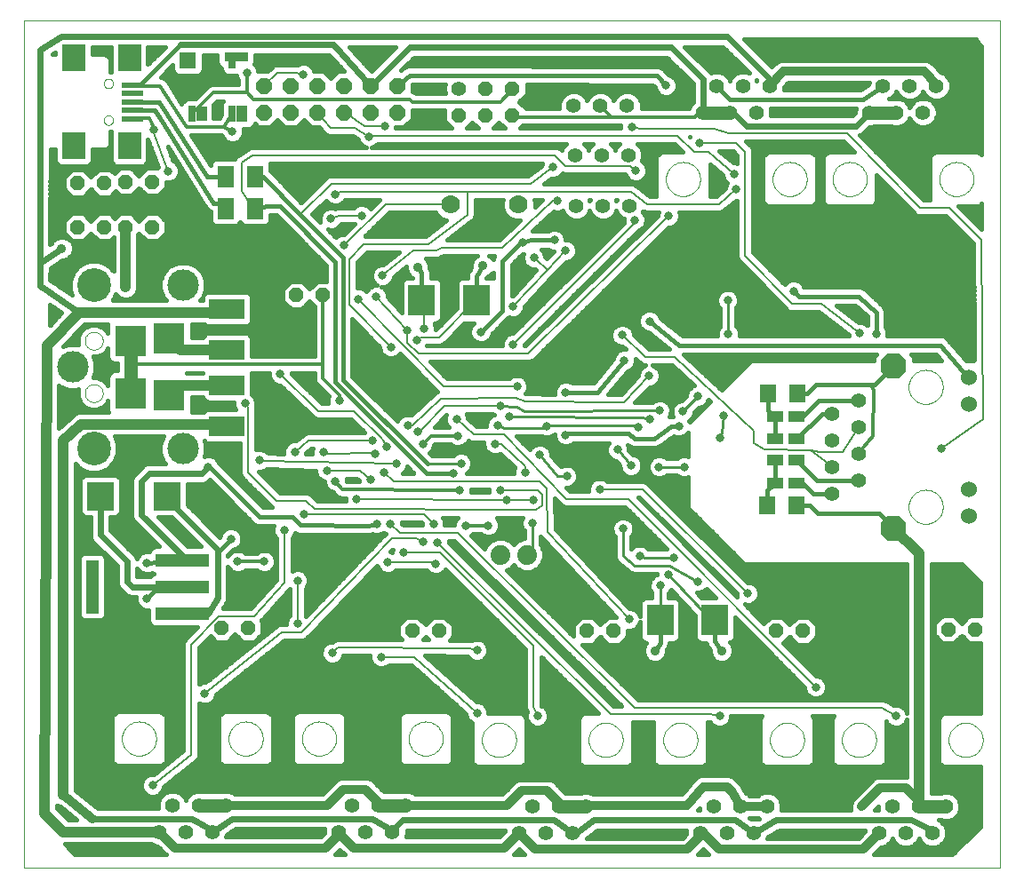
<source format=gbl>
G75*
G70*
%OFA0B0*%
%FSLAX24Y24*%
%IPPOS*%
%LPD*%
%AMOC8*
5,1,8,0,0,1.08239X$1,22.5*
%
%ADD10C,0.0000*%
%ADD11R,0.0617X0.0622*%
%ADD12R,0.0895X0.0355*%
%ADD13R,0.0442X0.0607*%
%ADD14R,0.0393X0.0570*%
%ADD15C,0.0554*%
%ADD16OC8,0.0520*%
%ADD17R,0.1004X0.1063*%
%ADD18R,0.2000X0.0500*%
%ADD19R,0.0500X0.2000*%
%ADD20C,0.1181*%
%ADD21C,0.1266*%
%ADD22R,0.1181X0.1181*%
%ADD23R,0.1339X0.0748*%
%ADD24R,0.0630X0.0709*%
%ADD25R,0.0591X0.0394*%
%ADD26C,0.0740*%
%ADD27OC8,0.0600*%
%ADD28C,0.0560*%
%ADD29OC8,0.0560*%
%ADD30C,0.0551*%
%ADD31R,0.0300X0.0600*%
%ADD32R,0.0984X0.1181*%
%ADD33R,0.0866X0.0984*%
%ADD34R,0.0787X0.0197*%
%ADD35R,0.0630X0.0787*%
%ADD36OC8,0.0963*%
%ADD37C,0.0600*%
%ADD38C,0.0700*%
%ADD39C,0.0400*%
%ADD40C,0.0320*%
%ADD41C,0.0240*%
%ADD42C,0.0356*%
%ADD43C,0.0180*%
%ADD44C,0.0317*%
%ADD45C,0.0500*%
%ADD46C,0.0160*%
%ADD47C,0.0120*%
%ADD48C,0.0100*%
%ADD49C,0.0080*%
D10*
X000100Y000100D02*
X000100Y031896D01*
X036670Y031896D01*
X036670Y000100D01*
X000100Y000100D01*
X003760Y004950D02*
X003762Y005000D01*
X003768Y005050D01*
X003778Y005099D01*
X003791Y005148D01*
X003809Y005195D01*
X003830Y005241D01*
X003854Y005284D01*
X003882Y005326D01*
X003913Y005366D01*
X003947Y005403D01*
X003984Y005437D01*
X004024Y005468D01*
X004066Y005496D01*
X004109Y005520D01*
X004155Y005541D01*
X004202Y005559D01*
X004251Y005572D01*
X004300Y005582D01*
X004350Y005588D01*
X004400Y005590D01*
X004450Y005588D01*
X004500Y005582D01*
X004549Y005572D01*
X004598Y005559D01*
X004645Y005541D01*
X004691Y005520D01*
X004734Y005496D01*
X004776Y005468D01*
X004816Y005437D01*
X004853Y005403D01*
X004887Y005366D01*
X004918Y005326D01*
X004946Y005284D01*
X004970Y005241D01*
X004991Y005195D01*
X005009Y005148D01*
X005022Y005099D01*
X005032Y005050D01*
X005038Y005000D01*
X005040Y004950D01*
X005038Y004900D01*
X005032Y004850D01*
X005022Y004801D01*
X005009Y004752D01*
X004991Y004705D01*
X004970Y004659D01*
X004946Y004616D01*
X004918Y004574D01*
X004887Y004534D01*
X004853Y004497D01*
X004816Y004463D01*
X004776Y004432D01*
X004734Y004404D01*
X004691Y004380D01*
X004645Y004359D01*
X004598Y004341D01*
X004549Y004328D01*
X004500Y004318D01*
X004450Y004312D01*
X004400Y004310D01*
X004350Y004312D01*
X004300Y004318D01*
X004251Y004328D01*
X004202Y004341D01*
X004155Y004359D01*
X004109Y004380D01*
X004066Y004404D01*
X004024Y004432D01*
X003984Y004463D01*
X003947Y004497D01*
X003913Y004534D01*
X003882Y004574D01*
X003854Y004616D01*
X003830Y004659D01*
X003809Y004705D01*
X003791Y004752D01*
X003778Y004801D01*
X003768Y004850D01*
X003762Y004900D01*
X003760Y004950D01*
X007760Y004950D02*
X007762Y005000D01*
X007768Y005050D01*
X007778Y005099D01*
X007791Y005148D01*
X007809Y005195D01*
X007830Y005241D01*
X007854Y005284D01*
X007882Y005326D01*
X007913Y005366D01*
X007947Y005403D01*
X007984Y005437D01*
X008024Y005468D01*
X008066Y005496D01*
X008109Y005520D01*
X008155Y005541D01*
X008202Y005559D01*
X008251Y005572D01*
X008300Y005582D01*
X008350Y005588D01*
X008400Y005590D01*
X008450Y005588D01*
X008500Y005582D01*
X008549Y005572D01*
X008598Y005559D01*
X008645Y005541D01*
X008691Y005520D01*
X008734Y005496D01*
X008776Y005468D01*
X008816Y005437D01*
X008853Y005403D01*
X008887Y005366D01*
X008918Y005326D01*
X008946Y005284D01*
X008970Y005241D01*
X008991Y005195D01*
X009009Y005148D01*
X009022Y005099D01*
X009032Y005050D01*
X009038Y005000D01*
X009040Y004950D01*
X009038Y004900D01*
X009032Y004850D01*
X009022Y004801D01*
X009009Y004752D01*
X008991Y004705D01*
X008970Y004659D01*
X008946Y004616D01*
X008918Y004574D01*
X008887Y004534D01*
X008853Y004497D01*
X008816Y004463D01*
X008776Y004432D01*
X008734Y004404D01*
X008691Y004380D01*
X008645Y004359D01*
X008598Y004341D01*
X008549Y004328D01*
X008500Y004318D01*
X008450Y004312D01*
X008400Y004310D01*
X008350Y004312D01*
X008300Y004318D01*
X008251Y004328D01*
X008202Y004341D01*
X008155Y004359D01*
X008109Y004380D01*
X008066Y004404D01*
X008024Y004432D01*
X007984Y004463D01*
X007947Y004497D01*
X007913Y004534D01*
X007882Y004574D01*
X007854Y004616D01*
X007830Y004659D01*
X007809Y004705D01*
X007791Y004752D01*
X007778Y004801D01*
X007768Y004850D01*
X007762Y004900D01*
X007760Y004950D01*
X010510Y004950D02*
X010512Y005000D01*
X010518Y005050D01*
X010528Y005099D01*
X010541Y005148D01*
X010559Y005195D01*
X010580Y005241D01*
X010604Y005284D01*
X010632Y005326D01*
X010663Y005366D01*
X010697Y005403D01*
X010734Y005437D01*
X010774Y005468D01*
X010816Y005496D01*
X010859Y005520D01*
X010905Y005541D01*
X010952Y005559D01*
X011001Y005572D01*
X011050Y005582D01*
X011100Y005588D01*
X011150Y005590D01*
X011200Y005588D01*
X011250Y005582D01*
X011299Y005572D01*
X011348Y005559D01*
X011395Y005541D01*
X011441Y005520D01*
X011484Y005496D01*
X011526Y005468D01*
X011566Y005437D01*
X011603Y005403D01*
X011637Y005366D01*
X011668Y005326D01*
X011696Y005284D01*
X011720Y005241D01*
X011741Y005195D01*
X011759Y005148D01*
X011772Y005099D01*
X011782Y005050D01*
X011788Y005000D01*
X011790Y004950D01*
X011788Y004900D01*
X011782Y004850D01*
X011772Y004801D01*
X011759Y004752D01*
X011741Y004705D01*
X011720Y004659D01*
X011696Y004616D01*
X011668Y004574D01*
X011637Y004534D01*
X011603Y004497D01*
X011566Y004463D01*
X011526Y004432D01*
X011484Y004404D01*
X011441Y004380D01*
X011395Y004359D01*
X011348Y004341D01*
X011299Y004328D01*
X011250Y004318D01*
X011200Y004312D01*
X011150Y004310D01*
X011100Y004312D01*
X011050Y004318D01*
X011001Y004328D01*
X010952Y004341D01*
X010905Y004359D01*
X010859Y004380D01*
X010816Y004404D01*
X010774Y004432D01*
X010734Y004463D01*
X010697Y004497D01*
X010663Y004534D01*
X010632Y004574D01*
X010604Y004616D01*
X010580Y004659D01*
X010559Y004705D01*
X010541Y004752D01*
X010528Y004801D01*
X010518Y004850D01*
X010512Y004900D01*
X010510Y004950D01*
X014510Y004950D02*
X014512Y005000D01*
X014518Y005050D01*
X014528Y005099D01*
X014541Y005148D01*
X014559Y005195D01*
X014580Y005241D01*
X014604Y005284D01*
X014632Y005326D01*
X014663Y005366D01*
X014697Y005403D01*
X014734Y005437D01*
X014774Y005468D01*
X014816Y005496D01*
X014859Y005520D01*
X014905Y005541D01*
X014952Y005559D01*
X015001Y005572D01*
X015050Y005582D01*
X015100Y005588D01*
X015150Y005590D01*
X015200Y005588D01*
X015250Y005582D01*
X015299Y005572D01*
X015348Y005559D01*
X015395Y005541D01*
X015441Y005520D01*
X015484Y005496D01*
X015526Y005468D01*
X015566Y005437D01*
X015603Y005403D01*
X015637Y005366D01*
X015668Y005326D01*
X015696Y005284D01*
X015720Y005241D01*
X015741Y005195D01*
X015759Y005148D01*
X015772Y005099D01*
X015782Y005050D01*
X015788Y005000D01*
X015790Y004950D01*
X015788Y004900D01*
X015782Y004850D01*
X015772Y004801D01*
X015759Y004752D01*
X015741Y004705D01*
X015720Y004659D01*
X015696Y004616D01*
X015668Y004574D01*
X015637Y004534D01*
X015603Y004497D01*
X015566Y004463D01*
X015526Y004432D01*
X015484Y004404D01*
X015441Y004380D01*
X015395Y004359D01*
X015348Y004341D01*
X015299Y004328D01*
X015250Y004318D01*
X015200Y004312D01*
X015150Y004310D01*
X015100Y004312D01*
X015050Y004318D01*
X015001Y004328D01*
X014952Y004341D01*
X014905Y004359D01*
X014859Y004380D01*
X014816Y004404D01*
X014774Y004432D01*
X014734Y004463D01*
X014697Y004497D01*
X014663Y004534D01*
X014632Y004574D01*
X014604Y004616D01*
X014580Y004659D01*
X014559Y004705D01*
X014541Y004752D01*
X014528Y004801D01*
X014518Y004850D01*
X014512Y004900D01*
X014510Y004950D01*
X017260Y004900D02*
X017262Y004950D01*
X017268Y005000D01*
X017278Y005049D01*
X017291Y005098D01*
X017309Y005145D01*
X017330Y005191D01*
X017354Y005234D01*
X017382Y005276D01*
X017413Y005316D01*
X017447Y005353D01*
X017484Y005387D01*
X017524Y005418D01*
X017566Y005446D01*
X017609Y005470D01*
X017655Y005491D01*
X017702Y005509D01*
X017751Y005522D01*
X017800Y005532D01*
X017850Y005538D01*
X017900Y005540D01*
X017950Y005538D01*
X018000Y005532D01*
X018049Y005522D01*
X018098Y005509D01*
X018145Y005491D01*
X018191Y005470D01*
X018234Y005446D01*
X018276Y005418D01*
X018316Y005387D01*
X018353Y005353D01*
X018387Y005316D01*
X018418Y005276D01*
X018446Y005234D01*
X018470Y005191D01*
X018491Y005145D01*
X018509Y005098D01*
X018522Y005049D01*
X018532Y005000D01*
X018538Y004950D01*
X018540Y004900D01*
X018538Y004850D01*
X018532Y004800D01*
X018522Y004751D01*
X018509Y004702D01*
X018491Y004655D01*
X018470Y004609D01*
X018446Y004566D01*
X018418Y004524D01*
X018387Y004484D01*
X018353Y004447D01*
X018316Y004413D01*
X018276Y004382D01*
X018234Y004354D01*
X018191Y004330D01*
X018145Y004309D01*
X018098Y004291D01*
X018049Y004278D01*
X018000Y004268D01*
X017950Y004262D01*
X017900Y004260D01*
X017850Y004262D01*
X017800Y004268D01*
X017751Y004278D01*
X017702Y004291D01*
X017655Y004309D01*
X017609Y004330D01*
X017566Y004354D01*
X017524Y004382D01*
X017484Y004413D01*
X017447Y004447D01*
X017413Y004484D01*
X017382Y004524D01*
X017354Y004566D01*
X017330Y004609D01*
X017309Y004655D01*
X017291Y004702D01*
X017278Y004751D01*
X017268Y004800D01*
X017262Y004850D01*
X017260Y004900D01*
X021260Y004900D02*
X021262Y004950D01*
X021268Y005000D01*
X021278Y005049D01*
X021291Y005098D01*
X021309Y005145D01*
X021330Y005191D01*
X021354Y005234D01*
X021382Y005276D01*
X021413Y005316D01*
X021447Y005353D01*
X021484Y005387D01*
X021524Y005418D01*
X021566Y005446D01*
X021609Y005470D01*
X021655Y005491D01*
X021702Y005509D01*
X021751Y005522D01*
X021800Y005532D01*
X021850Y005538D01*
X021900Y005540D01*
X021950Y005538D01*
X022000Y005532D01*
X022049Y005522D01*
X022098Y005509D01*
X022145Y005491D01*
X022191Y005470D01*
X022234Y005446D01*
X022276Y005418D01*
X022316Y005387D01*
X022353Y005353D01*
X022387Y005316D01*
X022418Y005276D01*
X022446Y005234D01*
X022470Y005191D01*
X022491Y005145D01*
X022509Y005098D01*
X022522Y005049D01*
X022532Y005000D01*
X022538Y004950D01*
X022540Y004900D01*
X022538Y004850D01*
X022532Y004800D01*
X022522Y004751D01*
X022509Y004702D01*
X022491Y004655D01*
X022470Y004609D01*
X022446Y004566D01*
X022418Y004524D01*
X022387Y004484D01*
X022353Y004447D01*
X022316Y004413D01*
X022276Y004382D01*
X022234Y004354D01*
X022191Y004330D01*
X022145Y004309D01*
X022098Y004291D01*
X022049Y004278D01*
X022000Y004268D01*
X021950Y004262D01*
X021900Y004260D01*
X021850Y004262D01*
X021800Y004268D01*
X021751Y004278D01*
X021702Y004291D01*
X021655Y004309D01*
X021609Y004330D01*
X021566Y004354D01*
X021524Y004382D01*
X021484Y004413D01*
X021447Y004447D01*
X021413Y004484D01*
X021382Y004524D01*
X021354Y004566D01*
X021330Y004609D01*
X021309Y004655D01*
X021291Y004702D01*
X021278Y004751D01*
X021268Y004800D01*
X021262Y004850D01*
X021260Y004900D01*
X024060Y004900D02*
X024062Y004950D01*
X024068Y005000D01*
X024078Y005049D01*
X024091Y005098D01*
X024109Y005145D01*
X024130Y005191D01*
X024154Y005234D01*
X024182Y005276D01*
X024213Y005316D01*
X024247Y005353D01*
X024284Y005387D01*
X024324Y005418D01*
X024366Y005446D01*
X024409Y005470D01*
X024455Y005491D01*
X024502Y005509D01*
X024551Y005522D01*
X024600Y005532D01*
X024650Y005538D01*
X024700Y005540D01*
X024750Y005538D01*
X024800Y005532D01*
X024849Y005522D01*
X024898Y005509D01*
X024945Y005491D01*
X024991Y005470D01*
X025034Y005446D01*
X025076Y005418D01*
X025116Y005387D01*
X025153Y005353D01*
X025187Y005316D01*
X025218Y005276D01*
X025246Y005234D01*
X025270Y005191D01*
X025291Y005145D01*
X025309Y005098D01*
X025322Y005049D01*
X025332Y005000D01*
X025338Y004950D01*
X025340Y004900D01*
X025338Y004850D01*
X025332Y004800D01*
X025322Y004751D01*
X025309Y004702D01*
X025291Y004655D01*
X025270Y004609D01*
X025246Y004566D01*
X025218Y004524D01*
X025187Y004484D01*
X025153Y004447D01*
X025116Y004413D01*
X025076Y004382D01*
X025034Y004354D01*
X024991Y004330D01*
X024945Y004309D01*
X024898Y004291D01*
X024849Y004278D01*
X024800Y004268D01*
X024750Y004262D01*
X024700Y004260D01*
X024650Y004262D01*
X024600Y004268D01*
X024551Y004278D01*
X024502Y004291D01*
X024455Y004309D01*
X024409Y004330D01*
X024366Y004354D01*
X024324Y004382D01*
X024284Y004413D01*
X024247Y004447D01*
X024213Y004484D01*
X024182Y004524D01*
X024154Y004566D01*
X024130Y004609D01*
X024109Y004655D01*
X024091Y004702D01*
X024078Y004751D01*
X024068Y004800D01*
X024062Y004850D01*
X024060Y004900D01*
X028060Y004900D02*
X028062Y004950D01*
X028068Y005000D01*
X028078Y005049D01*
X028091Y005098D01*
X028109Y005145D01*
X028130Y005191D01*
X028154Y005234D01*
X028182Y005276D01*
X028213Y005316D01*
X028247Y005353D01*
X028284Y005387D01*
X028324Y005418D01*
X028366Y005446D01*
X028409Y005470D01*
X028455Y005491D01*
X028502Y005509D01*
X028551Y005522D01*
X028600Y005532D01*
X028650Y005538D01*
X028700Y005540D01*
X028750Y005538D01*
X028800Y005532D01*
X028849Y005522D01*
X028898Y005509D01*
X028945Y005491D01*
X028991Y005470D01*
X029034Y005446D01*
X029076Y005418D01*
X029116Y005387D01*
X029153Y005353D01*
X029187Y005316D01*
X029218Y005276D01*
X029246Y005234D01*
X029270Y005191D01*
X029291Y005145D01*
X029309Y005098D01*
X029322Y005049D01*
X029332Y005000D01*
X029338Y004950D01*
X029340Y004900D01*
X029338Y004850D01*
X029332Y004800D01*
X029322Y004751D01*
X029309Y004702D01*
X029291Y004655D01*
X029270Y004609D01*
X029246Y004566D01*
X029218Y004524D01*
X029187Y004484D01*
X029153Y004447D01*
X029116Y004413D01*
X029076Y004382D01*
X029034Y004354D01*
X028991Y004330D01*
X028945Y004309D01*
X028898Y004291D01*
X028849Y004278D01*
X028800Y004268D01*
X028750Y004262D01*
X028700Y004260D01*
X028650Y004262D01*
X028600Y004268D01*
X028551Y004278D01*
X028502Y004291D01*
X028455Y004309D01*
X028409Y004330D01*
X028366Y004354D01*
X028324Y004382D01*
X028284Y004413D01*
X028247Y004447D01*
X028213Y004484D01*
X028182Y004524D01*
X028154Y004566D01*
X028130Y004609D01*
X028109Y004655D01*
X028091Y004702D01*
X028078Y004751D01*
X028068Y004800D01*
X028062Y004850D01*
X028060Y004900D01*
X030760Y004900D02*
X030762Y004950D01*
X030768Y005000D01*
X030778Y005049D01*
X030791Y005098D01*
X030809Y005145D01*
X030830Y005191D01*
X030854Y005234D01*
X030882Y005276D01*
X030913Y005316D01*
X030947Y005353D01*
X030984Y005387D01*
X031024Y005418D01*
X031066Y005446D01*
X031109Y005470D01*
X031155Y005491D01*
X031202Y005509D01*
X031251Y005522D01*
X031300Y005532D01*
X031350Y005538D01*
X031400Y005540D01*
X031450Y005538D01*
X031500Y005532D01*
X031549Y005522D01*
X031598Y005509D01*
X031645Y005491D01*
X031691Y005470D01*
X031734Y005446D01*
X031776Y005418D01*
X031816Y005387D01*
X031853Y005353D01*
X031887Y005316D01*
X031918Y005276D01*
X031946Y005234D01*
X031970Y005191D01*
X031991Y005145D01*
X032009Y005098D01*
X032022Y005049D01*
X032032Y005000D01*
X032038Y004950D01*
X032040Y004900D01*
X032038Y004850D01*
X032032Y004800D01*
X032022Y004751D01*
X032009Y004702D01*
X031991Y004655D01*
X031970Y004609D01*
X031946Y004566D01*
X031918Y004524D01*
X031887Y004484D01*
X031853Y004447D01*
X031816Y004413D01*
X031776Y004382D01*
X031734Y004354D01*
X031691Y004330D01*
X031645Y004309D01*
X031598Y004291D01*
X031549Y004278D01*
X031500Y004268D01*
X031450Y004262D01*
X031400Y004260D01*
X031350Y004262D01*
X031300Y004268D01*
X031251Y004278D01*
X031202Y004291D01*
X031155Y004309D01*
X031109Y004330D01*
X031066Y004354D01*
X031024Y004382D01*
X030984Y004413D01*
X030947Y004447D01*
X030913Y004484D01*
X030882Y004524D01*
X030854Y004566D01*
X030830Y004609D01*
X030809Y004655D01*
X030791Y004702D01*
X030778Y004751D01*
X030768Y004800D01*
X030762Y004850D01*
X030760Y004900D01*
X034760Y004900D02*
X034762Y004950D01*
X034768Y005000D01*
X034778Y005049D01*
X034791Y005098D01*
X034809Y005145D01*
X034830Y005191D01*
X034854Y005234D01*
X034882Y005276D01*
X034913Y005316D01*
X034947Y005353D01*
X034984Y005387D01*
X035024Y005418D01*
X035066Y005446D01*
X035109Y005470D01*
X035155Y005491D01*
X035202Y005509D01*
X035251Y005522D01*
X035300Y005532D01*
X035350Y005538D01*
X035400Y005540D01*
X035450Y005538D01*
X035500Y005532D01*
X035549Y005522D01*
X035598Y005509D01*
X035645Y005491D01*
X035691Y005470D01*
X035734Y005446D01*
X035776Y005418D01*
X035816Y005387D01*
X035853Y005353D01*
X035887Y005316D01*
X035918Y005276D01*
X035946Y005234D01*
X035970Y005191D01*
X035991Y005145D01*
X036009Y005098D01*
X036022Y005049D01*
X036032Y005000D01*
X036038Y004950D01*
X036040Y004900D01*
X036038Y004850D01*
X036032Y004800D01*
X036022Y004751D01*
X036009Y004702D01*
X035991Y004655D01*
X035970Y004609D01*
X035946Y004566D01*
X035918Y004524D01*
X035887Y004484D01*
X035853Y004447D01*
X035816Y004413D01*
X035776Y004382D01*
X035734Y004354D01*
X035691Y004330D01*
X035645Y004309D01*
X035598Y004291D01*
X035549Y004278D01*
X035500Y004268D01*
X035450Y004262D01*
X035400Y004260D01*
X035350Y004262D01*
X035300Y004268D01*
X035251Y004278D01*
X035202Y004291D01*
X035155Y004309D01*
X035109Y004330D01*
X035066Y004354D01*
X035024Y004382D01*
X034984Y004413D01*
X034947Y004447D01*
X034913Y004484D01*
X034882Y004524D01*
X034854Y004566D01*
X034830Y004609D01*
X034809Y004655D01*
X034791Y004702D01*
X034778Y004751D01*
X034768Y004800D01*
X034762Y004850D01*
X034760Y004900D01*
X033260Y013650D02*
X033262Y013700D01*
X033268Y013750D01*
X033278Y013799D01*
X033291Y013848D01*
X033309Y013895D01*
X033330Y013941D01*
X033354Y013984D01*
X033382Y014026D01*
X033413Y014066D01*
X033447Y014103D01*
X033484Y014137D01*
X033524Y014168D01*
X033566Y014196D01*
X033609Y014220D01*
X033655Y014241D01*
X033702Y014259D01*
X033751Y014272D01*
X033800Y014282D01*
X033850Y014288D01*
X033900Y014290D01*
X033950Y014288D01*
X034000Y014282D01*
X034049Y014272D01*
X034098Y014259D01*
X034145Y014241D01*
X034191Y014220D01*
X034234Y014196D01*
X034276Y014168D01*
X034316Y014137D01*
X034353Y014103D01*
X034387Y014066D01*
X034418Y014026D01*
X034446Y013984D01*
X034470Y013941D01*
X034491Y013895D01*
X034509Y013848D01*
X034522Y013799D01*
X034532Y013750D01*
X034538Y013700D01*
X034540Y013650D01*
X034538Y013600D01*
X034532Y013550D01*
X034522Y013501D01*
X034509Y013452D01*
X034491Y013405D01*
X034470Y013359D01*
X034446Y013316D01*
X034418Y013274D01*
X034387Y013234D01*
X034353Y013197D01*
X034316Y013163D01*
X034276Y013132D01*
X034234Y013104D01*
X034191Y013080D01*
X034145Y013059D01*
X034098Y013041D01*
X034049Y013028D01*
X034000Y013018D01*
X033950Y013012D01*
X033900Y013010D01*
X033850Y013012D01*
X033800Y013018D01*
X033751Y013028D01*
X033702Y013041D01*
X033655Y013059D01*
X033609Y013080D01*
X033566Y013104D01*
X033524Y013132D01*
X033484Y013163D01*
X033447Y013197D01*
X033413Y013234D01*
X033382Y013274D01*
X033354Y013316D01*
X033330Y013359D01*
X033309Y013405D01*
X033291Y013452D01*
X033278Y013501D01*
X033268Y013550D01*
X033262Y013600D01*
X033260Y013650D01*
X033260Y018150D02*
X033262Y018200D01*
X033268Y018250D01*
X033278Y018299D01*
X033291Y018348D01*
X033309Y018395D01*
X033330Y018441D01*
X033354Y018484D01*
X033382Y018526D01*
X033413Y018566D01*
X033447Y018603D01*
X033484Y018637D01*
X033524Y018668D01*
X033566Y018696D01*
X033609Y018720D01*
X033655Y018741D01*
X033702Y018759D01*
X033751Y018772D01*
X033800Y018782D01*
X033850Y018788D01*
X033900Y018790D01*
X033950Y018788D01*
X034000Y018782D01*
X034049Y018772D01*
X034098Y018759D01*
X034145Y018741D01*
X034191Y018720D01*
X034234Y018696D01*
X034276Y018668D01*
X034316Y018637D01*
X034353Y018603D01*
X034387Y018566D01*
X034418Y018526D01*
X034446Y018484D01*
X034470Y018441D01*
X034491Y018395D01*
X034509Y018348D01*
X034522Y018299D01*
X034532Y018250D01*
X034538Y018200D01*
X034540Y018150D01*
X034538Y018100D01*
X034532Y018050D01*
X034522Y018001D01*
X034509Y017952D01*
X034491Y017905D01*
X034470Y017859D01*
X034446Y017816D01*
X034418Y017774D01*
X034387Y017734D01*
X034353Y017697D01*
X034316Y017663D01*
X034276Y017632D01*
X034234Y017604D01*
X034191Y017580D01*
X034145Y017559D01*
X034098Y017541D01*
X034049Y017528D01*
X034000Y017518D01*
X033950Y017512D01*
X033900Y017510D01*
X033850Y017512D01*
X033800Y017518D01*
X033751Y017528D01*
X033702Y017541D01*
X033655Y017559D01*
X033609Y017580D01*
X033566Y017604D01*
X033524Y017632D01*
X033484Y017663D01*
X033447Y017697D01*
X033413Y017734D01*
X033382Y017774D01*
X033354Y017816D01*
X033330Y017859D01*
X033309Y017905D01*
X033291Y017952D01*
X033278Y018001D01*
X033268Y018050D01*
X033262Y018100D01*
X033260Y018150D01*
X034410Y025950D02*
X034412Y026000D01*
X034418Y026050D01*
X034428Y026099D01*
X034441Y026148D01*
X034459Y026195D01*
X034480Y026241D01*
X034504Y026284D01*
X034532Y026326D01*
X034563Y026366D01*
X034597Y026403D01*
X034634Y026437D01*
X034674Y026468D01*
X034716Y026496D01*
X034759Y026520D01*
X034805Y026541D01*
X034852Y026559D01*
X034901Y026572D01*
X034950Y026582D01*
X035000Y026588D01*
X035050Y026590D01*
X035100Y026588D01*
X035150Y026582D01*
X035199Y026572D01*
X035248Y026559D01*
X035295Y026541D01*
X035341Y026520D01*
X035384Y026496D01*
X035426Y026468D01*
X035466Y026437D01*
X035503Y026403D01*
X035537Y026366D01*
X035568Y026326D01*
X035596Y026284D01*
X035620Y026241D01*
X035641Y026195D01*
X035659Y026148D01*
X035672Y026099D01*
X035682Y026050D01*
X035688Y026000D01*
X035690Y025950D01*
X035688Y025900D01*
X035682Y025850D01*
X035672Y025801D01*
X035659Y025752D01*
X035641Y025705D01*
X035620Y025659D01*
X035596Y025616D01*
X035568Y025574D01*
X035537Y025534D01*
X035503Y025497D01*
X035466Y025463D01*
X035426Y025432D01*
X035384Y025404D01*
X035341Y025380D01*
X035295Y025359D01*
X035248Y025341D01*
X035199Y025328D01*
X035150Y025318D01*
X035100Y025312D01*
X035050Y025310D01*
X035000Y025312D01*
X034950Y025318D01*
X034901Y025328D01*
X034852Y025341D01*
X034805Y025359D01*
X034759Y025380D01*
X034716Y025404D01*
X034674Y025432D01*
X034634Y025463D01*
X034597Y025497D01*
X034563Y025534D01*
X034532Y025574D01*
X034504Y025616D01*
X034480Y025659D01*
X034459Y025705D01*
X034441Y025752D01*
X034428Y025801D01*
X034418Y025850D01*
X034412Y025900D01*
X034410Y025950D01*
X030410Y025950D02*
X030412Y026000D01*
X030418Y026050D01*
X030428Y026099D01*
X030441Y026148D01*
X030459Y026195D01*
X030480Y026241D01*
X030504Y026284D01*
X030532Y026326D01*
X030563Y026366D01*
X030597Y026403D01*
X030634Y026437D01*
X030674Y026468D01*
X030716Y026496D01*
X030759Y026520D01*
X030805Y026541D01*
X030852Y026559D01*
X030901Y026572D01*
X030950Y026582D01*
X031000Y026588D01*
X031050Y026590D01*
X031100Y026588D01*
X031150Y026582D01*
X031199Y026572D01*
X031248Y026559D01*
X031295Y026541D01*
X031341Y026520D01*
X031384Y026496D01*
X031426Y026468D01*
X031466Y026437D01*
X031503Y026403D01*
X031537Y026366D01*
X031568Y026326D01*
X031596Y026284D01*
X031620Y026241D01*
X031641Y026195D01*
X031659Y026148D01*
X031672Y026099D01*
X031682Y026050D01*
X031688Y026000D01*
X031690Y025950D01*
X031688Y025900D01*
X031682Y025850D01*
X031672Y025801D01*
X031659Y025752D01*
X031641Y025705D01*
X031620Y025659D01*
X031596Y025616D01*
X031568Y025574D01*
X031537Y025534D01*
X031503Y025497D01*
X031466Y025463D01*
X031426Y025432D01*
X031384Y025404D01*
X031341Y025380D01*
X031295Y025359D01*
X031248Y025341D01*
X031199Y025328D01*
X031150Y025318D01*
X031100Y025312D01*
X031050Y025310D01*
X031000Y025312D01*
X030950Y025318D01*
X030901Y025328D01*
X030852Y025341D01*
X030805Y025359D01*
X030759Y025380D01*
X030716Y025404D01*
X030674Y025432D01*
X030634Y025463D01*
X030597Y025497D01*
X030563Y025534D01*
X030532Y025574D01*
X030504Y025616D01*
X030480Y025659D01*
X030459Y025705D01*
X030441Y025752D01*
X030428Y025801D01*
X030418Y025850D01*
X030412Y025900D01*
X030410Y025950D01*
X028160Y025950D02*
X028162Y026000D01*
X028168Y026050D01*
X028178Y026099D01*
X028191Y026148D01*
X028209Y026195D01*
X028230Y026241D01*
X028254Y026284D01*
X028282Y026326D01*
X028313Y026366D01*
X028347Y026403D01*
X028384Y026437D01*
X028424Y026468D01*
X028466Y026496D01*
X028509Y026520D01*
X028555Y026541D01*
X028602Y026559D01*
X028651Y026572D01*
X028700Y026582D01*
X028750Y026588D01*
X028800Y026590D01*
X028850Y026588D01*
X028900Y026582D01*
X028949Y026572D01*
X028998Y026559D01*
X029045Y026541D01*
X029091Y026520D01*
X029134Y026496D01*
X029176Y026468D01*
X029216Y026437D01*
X029253Y026403D01*
X029287Y026366D01*
X029318Y026326D01*
X029346Y026284D01*
X029370Y026241D01*
X029391Y026195D01*
X029409Y026148D01*
X029422Y026099D01*
X029432Y026050D01*
X029438Y026000D01*
X029440Y025950D01*
X029438Y025900D01*
X029432Y025850D01*
X029422Y025801D01*
X029409Y025752D01*
X029391Y025705D01*
X029370Y025659D01*
X029346Y025616D01*
X029318Y025574D01*
X029287Y025534D01*
X029253Y025497D01*
X029216Y025463D01*
X029176Y025432D01*
X029134Y025404D01*
X029091Y025380D01*
X029045Y025359D01*
X028998Y025341D01*
X028949Y025328D01*
X028900Y025318D01*
X028850Y025312D01*
X028800Y025310D01*
X028750Y025312D01*
X028700Y025318D01*
X028651Y025328D01*
X028602Y025341D01*
X028555Y025359D01*
X028509Y025380D01*
X028466Y025404D01*
X028424Y025432D01*
X028384Y025463D01*
X028347Y025497D01*
X028313Y025534D01*
X028282Y025574D01*
X028254Y025616D01*
X028230Y025659D01*
X028209Y025705D01*
X028191Y025752D01*
X028178Y025801D01*
X028168Y025850D01*
X028162Y025900D01*
X028160Y025950D01*
X024160Y025950D02*
X024162Y026000D01*
X024168Y026050D01*
X024178Y026099D01*
X024191Y026148D01*
X024209Y026195D01*
X024230Y026241D01*
X024254Y026284D01*
X024282Y026326D01*
X024313Y026366D01*
X024347Y026403D01*
X024384Y026437D01*
X024424Y026468D01*
X024466Y026496D01*
X024509Y026520D01*
X024555Y026541D01*
X024602Y026559D01*
X024651Y026572D01*
X024700Y026582D01*
X024750Y026588D01*
X024800Y026590D01*
X024850Y026588D01*
X024900Y026582D01*
X024949Y026572D01*
X024998Y026559D01*
X025045Y026541D01*
X025091Y026520D01*
X025134Y026496D01*
X025176Y026468D01*
X025216Y026437D01*
X025253Y026403D01*
X025287Y026366D01*
X025318Y026326D01*
X025346Y026284D01*
X025370Y026241D01*
X025391Y026195D01*
X025409Y026148D01*
X025422Y026099D01*
X025432Y026050D01*
X025438Y026000D01*
X025440Y025950D01*
X025438Y025900D01*
X025432Y025850D01*
X025422Y025801D01*
X025409Y025752D01*
X025391Y025705D01*
X025370Y025659D01*
X025346Y025616D01*
X025318Y025574D01*
X025287Y025534D01*
X025253Y025497D01*
X025216Y025463D01*
X025176Y025432D01*
X025134Y025404D01*
X025091Y025380D01*
X025045Y025359D01*
X024998Y025341D01*
X024949Y025328D01*
X024900Y025318D01*
X024850Y025312D01*
X024800Y025310D01*
X024750Y025312D01*
X024700Y025318D01*
X024651Y025328D01*
X024602Y025341D01*
X024555Y025359D01*
X024509Y025380D01*
X024466Y025404D01*
X024424Y025432D01*
X024384Y025463D01*
X024347Y025497D01*
X024313Y025534D01*
X024282Y025574D01*
X024254Y025616D01*
X024230Y025659D01*
X024209Y025705D01*
X024191Y025752D01*
X024178Y025801D01*
X024168Y025850D01*
X024162Y025900D01*
X024160Y025950D01*
X003073Y028161D02*
X003075Y028187D01*
X003081Y028213D01*
X003091Y028238D01*
X003104Y028261D01*
X003120Y028281D01*
X003140Y028299D01*
X003162Y028314D01*
X003185Y028326D01*
X003211Y028334D01*
X003237Y028338D01*
X003263Y028338D01*
X003289Y028334D01*
X003315Y028326D01*
X003339Y028314D01*
X003360Y028299D01*
X003380Y028281D01*
X003396Y028261D01*
X003409Y028238D01*
X003419Y028213D01*
X003425Y028187D01*
X003427Y028161D01*
X003425Y028135D01*
X003419Y028109D01*
X003409Y028084D01*
X003396Y028061D01*
X003380Y028041D01*
X003360Y028023D01*
X003338Y028008D01*
X003315Y027996D01*
X003289Y027988D01*
X003263Y027984D01*
X003237Y027984D01*
X003211Y027988D01*
X003185Y027996D01*
X003161Y028008D01*
X003140Y028023D01*
X003120Y028041D01*
X003104Y028061D01*
X003091Y028084D01*
X003081Y028109D01*
X003075Y028135D01*
X003073Y028161D01*
X003073Y029539D02*
X003075Y029565D01*
X003081Y029591D01*
X003091Y029616D01*
X003104Y029639D01*
X003120Y029659D01*
X003140Y029677D01*
X003162Y029692D01*
X003185Y029704D01*
X003211Y029712D01*
X003237Y029716D01*
X003263Y029716D01*
X003289Y029712D01*
X003315Y029704D01*
X003339Y029692D01*
X003360Y029677D01*
X003380Y029659D01*
X003396Y029639D01*
X003409Y029616D01*
X003419Y029591D01*
X003425Y029565D01*
X003427Y029539D01*
X003425Y029513D01*
X003419Y029487D01*
X003409Y029462D01*
X003396Y029439D01*
X003380Y029419D01*
X003360Y029401D01*
X003338Y029386D01*
X003315Y029374D01*
X003289Y029366D01*
X003263Y029362D01*
X003237Y029362D01*
X003211Y029366D01*
X003185Y029374D01*
X003161Y029386D01*
X003140Y029401D01*
X003120Y029419D01*
X003104Y029439D01*
X003091Y029462D01*
X003081Y029487D01*
X003075Y029513D01*
X003073Y029539D01*
X002369Y019884D02*
X002371Y019920D01*
X002377Y019956D01*
X002387Y019991D01*
X002400Y020025D01*
X002417Y020057D01*
X002437Y020087D01*
X002461Y020114D01*
X002487Y020139D01*
X002516Y020161D01*
X002547Y020180D01*
X002580Y020195D01*
X002614Y020207D01*
X002650Y020215D01*
X002686Y020219D01*
X002722Y020219D01*
X002758Y020215D01*
X002794Y020207D01*
X002828Y020195D01*
X002861Y020180D01*
X002892Y020161D01*
X002921Y020139D01*
X002947Y020114D01*
X002971Y020087D01*
X002991Y020057D01*
X003008Y020025D01*
X003021Y019991D01*
X003031Y019956D01*
X003037Y019920D01*
X003039Y019884D01*
X003037Y019848D01*
X003031Y019812D01*
X003021Y019777D01*
X003008Y019743D01*
X002991Y019711D01*
X002971Y019681D01*
X002947Y019654D01*
X002921Y019629D01*
X002892Y019607D01*
X002861Y019588D01*
X002828Y019573D01*
X002794Y019561D01*
X002758Y019553D01*
X002722Y019549D01*
X002686Y019549D01*
X002650Y019553D01*
X002614Y019561D01*
X002580Y019573D01*
X002547Y019588D01*
X002516Y019607D01*
X002487Y019629D01*
X002461Y019654D01*
X002437Y019681D01*
X002417Y019711D01*
X002400Y019743D01*
X002387Y019777D01*
X002377Y019812D01*
X002371Y019848D01*
X002369Y019884D01*
X002369Y017916D02*
X002371Y017952D01*
X002377Y017988D01*
X002387Y018023D01*
X002400Y018057D01*
X002417Y018089D01*
X002437Y018119D01*
X002461Y018146D01*
X002487Y018171D01*
X002516Y018193D01*
X002547Y018212D01*
X002580Y018227D01*
X002614Y018239D01*
X002650Y018247D01*
X002686Y018251D01*
X002722Y018251D01*
X002758Y018247D01*
X002794Y018239D01*
X002828Y018227D01*
X002861Y018212D01*
X002892Y018193D01*
X002921Y018171D01*
X002947Y018146D01*
X002971Y018119D01*
X002991Y018089D01*
X003008Y018057D01*
X003021Y018023D01*
X003031Y017988D01*
X003037Y017952D01*
X003039Y017916D01*
X003037Y017880D01*
X003031Y017844D01*
X003021Y017809D01*
X003008Y017775D01*
X002991Y017743D01*
X002971Y017713D01*
X002947Y017686D01*
X002921Y017661D01*
X002892Y017639D01*
X002861Y017620D01*
X002828Y017605D01*
X002794Y017593D01*
X002758Y017585D01*
X002722Y017581D01*
X002686Y017581D01*
X002650Y017585D01*
X002614Y017593D01*
X002580Y017605D01*
X002547Y017620D01*
X002516Y017639D01*
X002487Y017661D01*
X002461Y017686D01*
X002437Y017713D01*
X002417Y017743D01*
X002400Y017775D01*
X002387Y017809D01*
X002377Y017844D01*
X002371Y017880D01*
X002369Y017916D01*
D11*
X006229Y030404D03*
D12*
X008040Y030528D03*
D13*
X008261Y028394D03*
D14*
X006744Y028403D03*
D15*
X025550Y028450D03*
X026550Y028450D03*
X027550Y028450D03*
X027050Y029450D03*
X026050Y029450D03*
X028050Y029450D03*
X031800Y028450D03*
X032800Y028450D03*
X033800Y028450D03*
X033300Y029450D03*
X032300Y029450D03*
X034300Y029450D03*
X031400Y017650D03*
X030400Y017150D03*
X031400Y016650D03*
X030400Y016150D03*
X031400Y015650D03*
X030400Y015150D03*
X031400Y014650D03*
X030400Y014150D03*
X032650Y002400D03*
X033650Y002400D03*
X034650Y002400D03*
X034150Y001400D03*
X033150Y001400D03*
X032150Y001400D03*
X027950Y002400D03*
X026950Y002400D03*
X025950Y002400D03*
X025450Y001400D03*
X026450Y001400D03*
X027450Y001400D03*
X021150Y002400D03*
X020150Y002400D03*
X019150Y002400D03*
X018650Y001400D03*
X019650Y001400D03*
X020650Y001400D03*
X014400Y002450D03*
X013400Y002450D03*
X012400Y002450D03*
X011900Y001450D03*
X012900Y001450D03*
X013900Y001450D03*
X007650Y002450D03*
X006650Y002450D03*
X005650Y002450D03*
X005150Y001450D03*
X006150Y001450D03*
X007150Y001450D03*
D16*
X007500Y009100D03*
X008500Y009100D03*
X014650Y009000D03*
X015650Y009000D03*
X021200Y009000D03*
X022200Y009000D03*
X028300Y009000D03*
X029300Y009000D03*
X034750Y009050D03*
X035750Y009050D03*
X011300Y021600D03*
X010300Y021600D03*
X004900Y024150D03*
X003900Y024150D03*
X003100Y024150D03*
X002100Y024150D03*
X002100Y025800D03*
X003100Y025800D03*
X003900Y025850D03*
X004900Y025850D03*
D17*
X005448Y014050D03*
X002952Y014050D03*
D18*
X006025Y011650D03*
X006025Y010650D03*
X006025Y009650D03*
D19*
X002650Y010650D03*
D20*
X006050Y015829D03*
X001916Y018900D03*
X006050Y021971D03*
D21*
X002704Y021971D03*
X002704Y015829D03*
D22*
X004081Y017916D03*
X005519Y017837D03*
X005519Y019963D03*
X004081Y019884D03*
D23*
X007700Y019532D03*
X007700Y021068D03*
X007700Y018218D03*
X007700Y016682D03*
D24*
X027999Y017900D03*
X029101Y017900D03*
X029051Y013700D03*
X027949Y013700D03*
D25*
X028236Y014550D03*
X029064Y014550D03*
X029064Y015400D03*
X029064Y016200D03*
X028236Y016200D03*
X028236Y015400D03*
X028236Y017050D03*
X029064Y017050D03*
D26*
X018950Y011850D03*
X017950Y011850D03*
D27*
X014100Y028450D03*
X013100Y028450D03*
X012100Y028450D03*
X011100Y028450D03*
X010100Y028450D03*
X009100Y028450D03*
X009100Y029450D03*
X010100Y029450D03*
X011100Y029450D03*
X012100Y029450D03*
X013100Y029450D03*
X014100Y029450D03*
D28*
X016400Y029350D03*
D29*
X016400Y028350D03*
X017400Y028350D03*
X018400Y028350D03*
X018400Y029350D03*
X017400Y029350D03*
D30*
X020700Y028700D03*
X021700Y028700D03*
X022700Y028700D03*
X022750Y026850D03*
X021750Y026850D03*
X020750Y026850D03*
X020800Y024950D03*
X021800Y024950D03*
X022800Y024950D03*
D31*
X007900Y028400D03*
X006400Y028400D03*
X006400Y030400D03*
X007900Y030400D03*
D32*
X015001Y021400D03*
X017060Y021400D03*
X023940Y009400D03*
X025999Y009400D03*
D33*
X004037Y027196D03*
X001951Y027196D03*
X001951Y030504D03*
X004037Y030504D03*
D34*
X004136Y029480D03*
X004136Y029165D03*
X004136Y028850D03*
X004136Y028535D03*
X004136Y028220D03*
D35*
X007649Y026050D03*
X008751Y026050D03*
X008751Y024850D03*
X007649Y024850D03*
D36*
X032699Y018949D03*
X032699Y012851D03*
D37*
X035506Y013292D03*
X035506Y014292D03*
X035506Y017508D03*
X035506Y018508D03*
D38*
X018630Y025000D03*
X016070Y025000D03*
D39*
X007700Y021068D02*
X007582Y020950D01*
X002150Y020950D01*
X000950Y019700D01*
X000850Y002150D01*
X001550Y001450D01*
X005150Y001450D01*
X007150Y001500D02*
X007150Y001450D01*
X001550Y002850D02*
X001550Y016150D01*
X002200Y016700D01*
X002232Y016750D01*
X007300Y016750D01*
X007368Y016682D01*
X007700Y016682D01*
X007700Y018218D02*
X005899Y018218D01*
X005519Y017837D01*
X005949Y019532D02*
X007700Y019532D01*
X005949Y019532D02*
X005519Y019963D01*
X003900Y021900D02*
X003900Y024150D01*
X032699Y012851D02*
X033650Y011900D01*
X033650Y002600D01*
D40*
X033650Y002400D01*
X033650Y002600D02*
X033150Y003100D01*
X032200Y003100D01*
X031500Y002400D01*
X032150Y001400D02*
X031550Y000800D01*
X026150Y000800D01*
X025550Y001400D01*
X025450Y001400D01*
X025450Y001300D01*
X024950Y000800D01*
X019250Y000800D01*
X018650Y001400D01*
X018100Y000850D01*
X012450Y000850D01*
X011900Y001400D01*
X011900Y001450D01*
X011900Y001350D01*
X011400Y000850D01*
X005750Y000850D01*
X005150Y001450D01*
X007650Y002450D02*
X011450Y002450D01*
X012050Y003050D01*
X012900Y003050D01*
X013400Y002550D01*
X013400Y002450D01*
X014400Y002450D02*
X017350Y002450D01*
X018200Y002450D01*
X018750Y003000D01*
X019700Y003000D01*
X020150Y002550D01*
X020150Y002400D01*
X021150Y002400D02*
X021200Y002450D01*
X024300Y002450D01*
X024950Y002450D01*
X025550Y003150D01*
X026450Y003150D01*
X026650Y002950D01*
X026950Y002400D01*
X027950Y002400D01*
X034150Y001500D02*
X034150Y001400D01*
X020800Y001400D02*
X020650Y001400D01*
X013900Y001500D02*
X013900Y001450D01*
X002650Y001950D02*
X001550Y002850D01*
X028050Y029450D02*
X028550Y030000D01*
X033850Y030000D01*
X034300Y029500D01*
X034300Y029450D01*
D41*
X031800Y028450D02*
X031300Y027950D01*
X027200Y027950D01*
X026700Y028450D01*
X026550Y028450D01*
X025550Y028450D02*
X025550Y029700D01*
X024350Y030900D01*
X014550Y030900D01*
X013100Y029450D01*
X011700Y031000D01*
X005950Y031000D01*
X001500Y031300D02*
X026450Y031300D01*
X028050Y029700D01*
X007000Y015150D02*
X006750Y014900D01*
X004800Y014900D01*
X004500Y014600D01*
X004500Y013350D01*
X006025Y011825D01*
X006025Y011650D01*
X006025Y010650D02*
X005125Y010650D01*
X004150Y010650D01*
X003950Y010850D01*
X003950Y011600D01*
X002952Y012598D01*
X002952Y014050D01*
X005448Y014050D02*
X005448Y013952D01*
X007350Y012050D01*
X007350Y010250D01*
X007000Y009650D01*
X006400Y001950D02*
X002650Y001950D01*
X006400Y001950D02*
X007150Y001500D01*
X007150Y001450D02*
X007900Y001950D01*
X013150Y001950D01*
X013900Y001500D01*
X014300Y001900D01*
X019950Y001900D01*
X020650Y001400D01*
X020800Y001400D02*
X021450Y001900D01*
X026750Y001900D01*
X027450Y001400D01*
X028300Y001900D01*
X033350Y001900D01*
X034150Y001500D01*
X002150Y020950D02*
X000850Y021850D01*
X000679Y021946D01*
X000696Y022796D01*
X001500Y023350D01*
X000679Y021946D02*
X000700Y030800D01*
X001500Y031300D01*
D42*
X001500Y023350D03*
X003900Y021900D03*
X002232Y016750D03*
X014850Y022650D03*
X017300Y022700D03*
X023750Y008250D03*
X026250Y008250D03*
D43*
X023710Y016220D02*
X023000Y016210D01*
X022750Y016400D01*
X020510Y016400D01*
X020400Y017950D02*
X021600Y017950D01*
X022600Y019150D01*
X023540Y020620D02*
X024650Y019710D01*
X034460Y019710D01*
X035500Y018520D01*
X024650Y016680D02*
X024350Y016680D01*
X023710Y016220D01*
X018020Y021020D02*
X018020Y022880D01*
X018760Y023620D01*
X018790Y023560D01*
X019070Y023660D01*
X019980Y023660D01*
X018020Y021020D02*
X017220Y020220D01*
X010150Y013280D02*
X008920Y013280D01*
X007100Y015100D01*
X007000Y015150D01*
X010150Y013280D02*
X010460Y012970D01*
X013000Y012950D01*
X013310Y013020D01*
X007850Y012450D02*
X007450Y012050D01*
X026050Y029450D02*
X026550Y028950D01*
X031560Y028950D01*
X032300Y029440D01*
X032300Y029450D01*
X024160Y029460D02*
X023820Y029830D01*
X014540Y029850D01*
X014100Y029460D01*
X014100Y029450D01*
D44*
X013610Y027930D03*
X013020Y027550D03*
X011760Y025380D03*
X011600Y024460D03*
X012080Y023470D03*
X012750Y024580D03*
X013530Y022330D03*
X013300Y021540D03*
X012630Y021450D03*
X014440Y020270D03*
X014820Y019920D03*
X015100Y020350D03*
X013850Y019650D03*
X011910Y017650D03*
X013140Y016130D03*
X013670Y015890D03*
X013250Y015650D03*
X013570Y014940D03*
X013080Y014660D03*
X012560Y013930D03*
X011760Y014610D03*
X011440Y015010D03*
X011310Y015710D03*
X010250Y015710D03*
X008910Y015390D03*
X007000Y015150D03*
X008380Y017530D03*
X009700Y018630D03*
X014050Y015260D03*
X015040Y016020D03*
X014850Y016460D03*
X014480Y016700D03*
X016310Y016930D03*
X016350Y016310D03*
X016473Y015280D03*
X016190Y014900D03*
X016417Y014274D03*
X016650Y012950D03*
X017500Y012950D03*
X018190Y013900D03*
X017940Y014260D03*
X018870Y014950D03*
X019420Y015590D03*
X020400Y016350D03*
X019690Y016680D03*
X018300Y017050D03*
X017950Y017450D03*
X017840Y016700D03*
X017740Y016020D03*
X018570Y018170D03*
X020400Y017950D03*
X018430Y019750D03*
X017220Y020220D03*
X018430Y021160D03*
X019210Y022990D03*
X018790Y023560D03*
X019980Y023660D03*
X020390Y023270D03*
X020100Y025130D03*
X019910Y026390D03*
X023030Y026270D03*
X022880Y027910D03*
X024160Y029460D03*
X025410Y027310D03*
X026710Y026140D03*
X026800Y025560D03*
X024260Y024560D03*
X022990Y024410D03*
X026480Y021400D03*
X026500Y020150D03*
X028950Y021750D03*
X031430Y020160D03*
X032050Y020150D03*
X034500Y015850D03*
X027230Y010400D03*
X025350Y010850D03*
X024250Y011100D03*
X023950Y010700D03*
X024450Y011750D03*
X023170Y011800D03*
X022550Y012830D03*
X021670Y014300D03*
X020440Y014800D03*
X019180Y013910D03*
X019150Y013050D03*
X015590Y012310D03*
X015040Y012330D03*
X015450Y013010D03*
X014320Y011940D03*
X013730Y011560D03*
X013830Y013010D03*
X013310Y013020D03*
X015520Y011520D03*
X017080Y008270D03*
X017080Y005910D03*
X019340Y005800D03*
X022780Y009430D03*
X026170Y005790D03*
X029780Y006880D03*
X032790Y005790D03*
X024850Y015150D03*
X023902Y015151D03*
X022850Y015200D03*
X022350Y015800D03*
X023120Y016640D03*
X023560Y016930D03*
X023920Y017260D03*
X024650Y016680D03*
X024790Y017230D03*
X025350Y017800D03*
X026320Y017060D03*
X026200Y016250D03*
X023530Y018560D03*
X022600Y019150D03*
X022520Y020090D03*
X023540Y020620D03*
X010600Y013380D03*
X009840Y012770D03*
X009100Y011600D03*
X008100Y011600D03*
X007850Y012450D03*
X010340Y010880D03*
X010340Y009270D03*
X011650Y008170D03*
X013480Y008020D03*
X006860Y006640D03*
X004910Y003200D03*
X004700Y010200D03*
X004700Y011550D03*
X005500Y026250D03*
X004950Y027800D03*
X007900Y027730D03*
X008450Y029950D03*
X010560Y029880D03*
D45*
X004081Y019884D02*
X004081Y019000D01*
X004081Y017916D01*
X006650Y002450D02*
X007650Y002450D01*
X013400Y002450D02*
X014400Y002450D01*
X020150Y002400D02*
X021150Y002400D01*
X033650Y002400D02*
X034650Y002400D01*
X032800Y028450D02*
X031800Y028450D01*
X026550Y028450D02*
X025550Y028450D01*
D46*
X025170Y028830D02*
X025095Y028754D01*
X025031Y028600D01*
X023236Y028600D01*
X023236Y028807D01*
X023154Y029003D01*
X023003Y029154D01*
X022807Y029236D01*
X022593Y029236D01*
X022397Y029154D01*
X022246Y029003D01*
X022200Y028892D01*
X022154Y029003D01*
X022003Y029154D01*
X021807Y029236D01*
X021593Y029236D01*
X021397Y029154D01*
X021246Y029003D01*
X021200Y028892D01*
X021154Y029003D01*
X021003Y029154D01*
X020807Y029236D01*
X020593Y029236D01*
X020397Y029154D01*
X020246Y029003D01*
X020164Y028807D01*
X020164Y028600D01*
X018914Y028600D01*
X018664Y028850D01*
X018940Y029126D01*
X018940Y029491D01*
X023666Y029480D01*
X023742Y029398D01*
X023742Y029377D01*
X023805Y029223D01*
X023923Y029105D01*
X024077Y029042D01*
X024243Y029042D01*
X024397Y029105D01*
X024515Y029223D01*
X024578Y029377D01*
X024578Y029543D01*
X024515Y029697D01*
X024397Y029815D01*
X024256Y029873D01*
X024120Y030021D01*
X024117Y030028D01*
X024073Y030072D01*
X024031Y030118D01*
X024024Y030121D01*
X024019Y030126D01*
X023961Y030150D01*
X023904Y030177D01*
X023897Y030177D01*
X023890Y030180D01*
X023828Y030180D01*
X023765Y030183D01*
X023758Y030180D01*
X014551Y030200D01*
X014492Y030204D01*
X014482Y030200D01*
X014471Y030200D01*
X014416Y030178D01*
X014360Y030158D01*
X014352Y030151D01*
X014342Y030147D01*
X014300Y030105D01*
X014233Y030045D01*
X014707Y030520D01*
X024193Y030520D01*
X025170Y029543D01*
X025170Y028830D01*
X025170Y028889D02*
X023202Y028889D01*
X023236Y028730D02*
X025085Y028730D01*
X025170Y029047D02*
X024256Y029047D01*
X024064Y029047D02*
X023110Y029047D01*
X022879Y029206D02*
X023823Y029206D01*
X023747Y029364D02*
X018940Y029364D01*
X018940Y029206D02*
X020521Y029206D01*
X020290Y029047D02*
X018861Y029047D01*
X018702Y028889D02*
X020198Y028889D01*
X020164Y028730D02*
X018784Y028730D01*
X018774Y027960D02*
X018694Y027880D01*
X022462Y027880D01*
X022462Y027960D01*
X018774Y027960D01*
X018751Y027938D02*
X022462Y027938D01*
X022423Y027280D02*
X022077Y027280D01*
X022204Y027153D01*
X022250Y027042D01*
X022296Y027153D01*
X022423Y027280D01*
X022292Y027145D02*
X022208Y027145D01*
X021423Y027280D02*
X021296Y027153D01*
X021250Y027042D01*
X021204Y027153D01*
X021077Y027280D01*
X021423Y027280D01*
X021292Y027145D02*
X021208Y027145D01*
X020423Y027280D02*
X020296Y027153D01*
X020242Y027023D01*
X020170Y027094D01*
X020060Y027140D01*
X013124Y027140D01*
X013257Y027195D01*
X013342Y027280D01*
X020423Y027280D01*
X020292Y027145D02*
X013136Y027145D01*
X012916Y027140D02*
X008693Y027140D01*
X008667Y027146D01*
X008634Y027140D01*
X008600Y027140D01*
X008576Y027130D01*
X008550Y027125D01*
X008521Y027107D01*
X008490Y027094D01*
X008471Y027076D01*
X008111Y026847D01*
X008080Y026834D01*
X008061Y026816D01*
X008039Y026801D01*
X008020Y026774D01*
X007996Y026750D01*
X007986Y026725D01*
X007970Y026704D01*
X007970Y026704D01*
X007282Y026704D01*
X007187Y026664D01*
X007113Y026591D01*
X007074Y026495D01*
X007074Y026486D01*
X006364Y027590D01*
X007496Y027590D01*
X007508Y027583D01*
X007545Y027493D01*
X007663Y027375D01*
X007817Y027312D01*
X007983Y027312D01*
X008137Y027375D01*
X008255Y027493D01*
X008318Y027647D01*
X008318Y027813D01*
X008311Y027830D01*
X008534Y027830D01*
X008630Y027870D01*
X008703Y027943D01*
X008736Y028022D01*
X008868Y027890D01*
X009332Y027890D01*
X009600Y028158D01*
X009868Y027890D01*
X010332Y027890D01*
X010600Y028158D01*
X010868Y027890D01*
X011165Y027890D01*
X011310Y027714D01*
X011316Y027700D01*
X011348Y027668D01*
X011377Y027633D01*
X011390Y027626D01*
X011400Y027616D01*
X011442Y027598D01*
X011482Y027577D01*
X011497Y027576D01*
X011510Y027570D01*
X011556Y027570D01*
X011601Y027566D01*
X011615Y027570D01*
X012415Y027570D01*
X012608Y027451D01*
X012665Y027313D01*
X012783Y027195D01*
X012916Y027140D01*
X012904Y027145D02*
X008671Y027145D01*
X008663Y027145D02*
X006650Y027145D01*
X006548Y027304D02*
X012675Y027304D01*
X012591Y027462D02*
X008224Y027462D01*
X008308Y027621D02*
X011395Y027621D01*
X011256Y027779D02*
X008318Y027779D01*
X008698Y027938D02*
X008820Y027938D01*
X009380Y027938D02*
X009820Y027938D01*
X009662Y028096D02*
X009538Y028096D01*
X010380Y027938D02*
X010820Y027938D01*
X010662Y028096D02*
X010538Y028096D01*
X011600Y029742D02*
X011332Y030010D01*
X010959Y030010D01*
X010915Y030117D01*
X010797Y030235D01*
X010643Y030298D01*
X010477Y030298D01*
X010360Y030250D01*
X010360Y030250D01*
X010340Y030250D01*
X010320Y030255D01*
X010281Y030250D01*
X009530Y030250D01*
X009420Y030204D01*
X009336Y030120D01*
X009226Y030010D01*
X008868Y030010D01*
X008868Y030033D01*
X008805Y030187D01*
X008732Y030260D01*
X008747Y030298D01*
X008747Y030620D01*
X011531Y030620D01*
X012082Y030010D01*
X011868Y030010D01*
X011600Y029742D01*
X011502Y029840D02*
X011698Y029840D01*
X011856Y029998D02*
X011344Y029998D01*
X010875Y030157D02*
X011950Y030157D01*
X011807Y030315D02*
X008747Y030315D01*
X008747Y030474D02*
X011663Y030474D01*
X012284Y030920D02*
X014033Y030920D01*
X013123Y030010D01*
X013106Y030010D01*
X012284Y030920D01*
X012401Y030791D02*
X013903Y030791D01*
X013745Y030632D02*
X012544Y030632D01*
X012688Y030474D02*
X013586Y030474D01*
X013428Y030315D02*
X012831Y030315D01*
X012974Y030157D02*
X013269Y030157D01*
X014344Y030157D02*
X014358Y030157D01*
X014502Y030315D02*
X024398Y030315D01*
X024556Y030157D02*
X023948Y030157D01*
X024141Y029998D02*
X024715Y029998D01*
X024873Y029840D02*
X024337Y029840D01*
X024521Y029681D02*
X025032Y029681D01*
X025170Y029523D02*
X024578Y029523D01*
X024573Y029364D02*
X025170Y029364D01*
X025170Y029206D02*
X024497Y029206D01*
X025472Y030315D02*
X026898Y030315D01*
X027056Y030157D02*
X025631Y030157D01*
X025789Y029998D02*
X027215Y029998D01*
X027157Y029987D02*
X027274Y029939D01*
X026293Y030920D01*
X024867Y030920D01*
X025842Y029945D01*
X025943Y029987D01*
X026157Y029987D01*
X026354Y029905D01*
X026505Y029754D01*
X026550Y029647D01*
X026595Y029754D01*
X026746Y029905D01*
X026943Y029987D01*
X027157Y029987D01*
X027539Y029674D02*
X027555Y029658D01*
X027550Y029647D01*
X027539Y029674D01*
X028128Y030160D02*
X027087Y031200D01*
X035800Y031200D01*
X035800Y031150D01*
X036000Y030950D01*
X036000Y026868D01*
X035947Y026920D01*
X035852Y026960D01*
X034248Y026960D01*
X034153Y026920D01*
X034080Y026847D01*
X034040Y026752D01*
X034040Y025160D01*
X033826Y025160D01*
X031435Y027594D01*
X031515Y027628D01*
X031800Y027913D01*
X031907Y027913D01*
X031972Y027940D01*
X032628Y027940D01*
X032693Y027913D01*
X032907Y027913D01*
X033104Y027995D01*
X033255Y028146D01*
X033300Y028253D01*
X033345Y028146D01*
X033496Y027995D01*
X033693Y027913D01*
X033907Y027913D01*
X034104Y027995D01*
X034255Y028146D01*
X034337Y028343D01*
X034337Y028557D01*
X034255Y028754D01*
X034104Y028905D01*
X033907Y028987D01*
X033693Y028987D01*
X033496Y028905D01*
X033345Y028754D01*
X033300Y028647D01*
X033255Y028754D01*
X033104Y028905D01*
X032907Y028987D01*
X032693Y028987D01*
X032628Y028960D01*
X032521Y028960D01*
X032604Y028995D01*
X032755Y029146D01*
X032800Y029253D01*
X032845Y029146D01*
X032996Y028995D01*
X033193Y028913D01*
X033407Y028913D01*
X033604Y028995D01*
X033755Y029146D01*
X033800Y029253D01*
X033845Y029146D01*
X033996Y028995D01*
X034193Y028913D01*
X034407Y028913D01*
X034604Y028995D01*
X034755Y029146D01*
X034837Y029343D01*
X034837Y029557D01*
X034755Y029754D01*
X034604Y029905D01*
X034438Y029974D01*
X034210Y030227D01*
X034206Y030238D01*
X034155Y030289D01*
X034106Y030343D01*
X034096Y030348D01*
X034088Y030356D01*
X034021Y030384D01*
X033956Y030415D01*
X033944Y030416D01*
X033934Y030420D01*
X033861Y030420D01*
X033789Y030424D01*
X033778Y030420D01*
X028623Y030420D01*
X028613Y030423D01*
X028540Y030420D01*
X028466Y030420D01*
X028457Y030416D01*
X028447Y030416D01*
X028380Y030384D01*
X028312Y030356D01*
X028305Y030349D01*
X028295Y030344D01*
X028246Y030290D01*
X028194Y030238D01*
X028190Y030228D01*
X028128Y030160D01*
X028269Y030315D02*
X027972Y030315D01*
X027814Y030474D02*
X036000Y030474D01*
X036000Y030632D02*
X027655Y030632D01*
X027497Y030791D02*
X036000Y030791D01*
X036000Y030949D02*
X027338Y030949D01*
X027180Y031108D02*
X035842Y031108D01*
X036000Y030315D02*
X034132Y030315D01*
X034274Y030157D02*
X036000Y030157D01*
X036000Y029998D02*
X034417Y029998D01*
X034670Y029840D02*
X036000Y029840D01*
X036000Y029681D02*
X034786Y029681D01*
X034837Y029523D02*
X036000Y029523D01*
X036000Y029364D02*
X034837Y029364D01*
X034780Y029206D02*
X036000Y029206D01*
X036000Y029047D02*
X034657Y029047D01*
X034265Y028730D02*
X036000Y028730D01*
X036000Y028572D02*
X034331Y028572D01*
X034337Y028413D02*
X036000Y028413D01*
X036000Y028255D02*
X034300Y028255D01*
X034206Y028096D02*
X036000Y028096D01*
X036000Y027938D02*
X033966Y027938D01*
X033633Y027938D02*
X032966Y027938D01*
X033206Y028096D02*
X033394Y028096D01*
X033335Y028730D02*
X033265Y028730D01*
X033121Y028889D02*
X033479Y028889D01*
X033657Y029047D02*
X033943Y029047D01*
X033820Y029206D02*
X033780Y029206D01*
X034121Y028889D02*
X036000Y028889D01*
X036000Y027779D02*
X031666Y027779D01*
X031498Y027621D02*
X036000Y027621D01*
X036000Y027462D02*
X031565Y027462D01*
X031720Y027304D02*
X036000Y027304D01*
X036000Y027145D02*
X031876Y027145D01*
X032032Y026987D02*
X036000Y026987D01*
X034072Y026828D02*
X032187Y026828D01*
X032343Y026670D02*
X034040Y026670D01*
X034040Y026511D02*
X032499Y026511D01*
X032655Y026353D02*
X034040Y026353D01*
X034040Y026194D02*
X032810Y026194D01*
X032966Y026036D02*
X034040Y026036D01*
X034040Y025877D02*
X033122Y025877D01*
X033277Y025719D02*
X034040Y025719D01*
X034040Y025560D02*
X033433Y025560D01*
X033589Y025402D02*
X034040Y025402D01*
X034040Y025243D02*
X033744Y025243D01*
X033370Y024768D02*
X027430Y024768D01*
X027430Y024926D02*
X033215Y024926D01*
X033059Y025085D02*
X032034Y025085D01*
X032020Y025053D02*
X032060Y025148D01*
X032060Y026102D01*
X033445Y024691D01*
X033446Y024690D01*
X033487Y024649D01*
X033528Y024607D01*
X033529Y024607D01*
X033530Y024606D01*
X033584Y024583D01*
X033638Y024561D01*
X033639Y024561D01*
X033640Y024560D01*
X033699Y024560D01*
X033757Y024559D01*
X033758Y024560D01*
X034647Y024560D01*
X035691Y023533D01*
X035723Y019173D01*
X035700Y019150D01*
X035414Y019150D01*
X034761Y019897D01*
X034757Y019908D01*
X034716Y019949D01*
X034678Y019993D01*
X034667Y019998D01*
X034658Y020007D01*
X034605Y020029D01*
X034553Y020055D01*
X034541Y020055D01*
X034530Y020060D01*
X034472Y020060D01*
X034414Y020064D01*
X034403Y020060D01*
X032466Y020060D01*
X032468Y020067D01*
X032468Y020233D01*
X032405Y020387D01*
X032390Y020402D01*
X032390Y020889D01*
X032392Y020896D01*
X032390Y020957D01*
X032390Y021018D01*
X032387Y021024D01*
X032387Y021031D01*
X032362Y021086D01*
X032338Y021143D01*
X032333Y021148D01*
X032330Y021154D01*
X032286Y021195D01*
X032243Y021238D01*
X032236Y021241D01*
X031636Y021795D01*
X031593Y021838D01*
X031586Y021841D01*
X031581Y021846D01*
X031524Y021867D01*
X031468Y021890D01*
X031461Y021890D01*
X031454Y021892D01*
X031393Y021890D01*
X029345Y021890D01*
X029305Y021987D01*
X029187Y022105D01*
X029033Y022168D01*
X028867Y022168D01*
X028713Y022105D01*
X028603Y021995D01*
X027430Y023202D01*
X027430Y026923D01*
X027431Y026925D01*
X027430Y026982D01*
X027430Y027040D01*
X027429Y027042D01*
X027429Y027044D01*
X027406Y027097D01*
X027384Y027150D01*
X027383Y027152D01*
X027382Y027154D01*
X027341Y027194D01*
X027300Y027234D01*
X027298Y027235D01*
X027159Y027370D01*
X030814Y027370D01*
X031217Y026960D01*
X030248Y026960D01*
X030153Y026920D01*
X030080Y026847D01*
X030040Y026752D01*
X030040Y025148D01*
X030080Y025053D01*
X030153Y024980D01*
X030248Y024940D01*
X031852Y024940D01*
X031947Y024980D01*
X032020Y025053D01*
X032060Y025243D02*
X032903Y025243D01*
X032748Y025402D02*
X032060Y025402D01*
X032060Y025560D02*
X032592Y025560D01*
X032436Y025719D02*
X032060Y025719D01*
X032060Y025877D02*
X032281Y025877D01*
X032125Y026036D02*
X032060Y026036D01*
X031191Y026987D02*
X027430Y026987D01*
X027430Y026828D02*
X027822Y026828D01*
X027830Y026847D02*
X027790Y026752D01*
X027790Y025148D01*
X027830Y025053D01*
X027903Y024980D01*
X027998Y024940D01*
X029602Y024940D01*
X029697Y024980D01*
X029770Y025053D01*
X029810Y025148D01*
X029810Y026752D01*
X029770Y026847D01*
X029697Y026920D01*
X029602Y026960D01*
X027998Y026960D01*
X027903Y026920D01*
X027830Y026847D01*
X027790Y026670D02*
X027430Y026670D01*
X027430Y026511D02*
X027790Y026511D01*
X027790Y026353D02*
X027430Y026353D01*
X027430Y026194D02*
X027790Y026194D01*
X027790Y026036D02*
X027430Y026036D01*
X027430Y025877D02*
X027790Y025877D01*
X027790Y025719D02*
X027430Y025719D01*
X027430Y025560D02*
X027790Y025560D01*
X027790Y025402D02*
X027430Y025402D01*
X027430Y025243D02*
X027790Y025243D01*
X027816Y025085D02*
X027430Y025085D01*
X026830Y025085D02*
X026703Y025085D01*
X026770Y025142D02*
X026830Y025142D01*
X026830Y023082D01*
X026829Y023025D01*
X026830Y023022D01*
X026830Y023020D01*
X026852Y022967D01*
X026873Y022914D01*
X026875Y022912D01*
X026876Y022910D01*
X026916Y022869D01*
X028645Y021092D01*
X028646Y021090D01*
X028686Y021049D01*
X028727Y021008D01*
X028729Y021007D01*
X028730Y021006D01*
X028783Y020984D01*
X028836Y020961D01*
X028838Y020961D01*
X028840Y020960D01*
X028898Y020960D01*
X028955Y020959D01*
X028958Y020960D01*
X029879Y020960D01*
X031012Y020101D01*
X031012Y020077D01*
X031019Y020060D01*
X026916Y020060D01*
X026918Y020067D01*
X026918Y020233D01*
X026855Y020387D01*
X026790Y020452D01*
X026790Y021118D01*
X026835Y021163D01*
X026898Y021317D01*
X026898Y021483D01*
X026835Y021637D01*
X026717Y021755D01*
X026563Y021818D01*
X026397Y021818D01*
X026243Y021755D01*
X026125Y021637D01*
X026062Y021483D01*
X026062Y021317D01*
X026125Y021163D01*
X026170Y021118D01*
X026170Y020412D01*
X026145Y020387D01*
X026082Y020233D01*
X026082Y020067D01*
X026084Y020060D01*
X024775Y020060D01*
X023942Y020743D01*
X023895Y020857D01*
X023777Y020975D01*
X023623Y021038D01*
X023457Y021038D01*
X023303Y020975D01*
X023185Y020857D01*
X023122Y020703D01*
X023122Y020537D01*
X023185Y020383D01*
X023303Y020265D01*
X023457Y020202D01*
X023498Y020202D01*
X024281Y019560D01*
X023519Y019560D01*
X022938Y020108D01*
X022938Y020173D01*
X022875Y020327D01*
X022757Y020445D01*
X022603Y020508D01*
X022437Y020508D01*
X022283Y020445D01*
X022165Y020327D01*
X022102Y020173D01*
X022102Y020007D01*
X022165Y019853D01*
X022283Y019735D01*
X022437Y019672D01*
X022526Y019672D01*
X022636Y019568D01*
X022517Y019568D01*
X022363Y019505D01*
X022245Y019387D01*
X022182Y019233D01*
X022182Y019195D01*
X021436Y018300D01*
X020642Y018300D01*
X020637Y018305D01*
X020483Y018368D01*
X020317Y018368D01*
X020163Y018305D01*
X020045Y018187D01*
X019982Y018033D01*
X019982Y017887D01*
X018947Y017890D01*
X018900Y017908D01*
X018925Y017933D01*
X018988Y018087D01*
X018988Y018253D01*
X018925Y018407D01*
X018807Y018525D01*
X018653Y018588D01*
X018487Y018588D01*
X018333Y018525D01*
X018278Y018470D01*
X015937Y018470D01*
X015326Y019100D01*
X018999Y019100D01*
X019057Y019099D01*
X019058Y019100D01*
X019060Y019100D01*
X019114Y019122D01*
X019167Y019144D01*
X019169Y019145D01*
X019170Y019146D01*
X019211Y019187D01*
X024262Y024142D01*
X024343Y024142D01*
X024497Y024205D01*
X024615Y024323D01*
X024678Y024477D01*
X024678Y024643D01*
X024651Y024710D01*
X026138Y024710D01*
X026185Y024706D01*
X026197Y024710D01*
X026210Y024710D01*
X026253Y024728D01*
X026298Y024742D01*
X026308Y024751D01*
X026320Y024756D01*
X026353Y024789D01*
X026770Y025142D01*
X026830Y024926D02*
X026515Y024926D01*
X026332Y024768D02*
X026830Y024768D01*
X026830Y024609D02*
X024678Y024609D01*
X024668Y024451D02*
X026830Y024451D01*
X026830Y024292D02*
X024584Y024292D01*
X024254Y024134D02*
X026830Y024134D01*
X026830Y023975D02*
X024092Y023975D01*
X023931Y023817D02*
X026830Y023817D01*
X026830Y023658D02*
X023769Y023658D01*
X023607Y023500D02*
X026830Y023500D01*
X026830Y023341D02*
X023446Y023341D01*
X023284Y023183D02*
X026830Y023183D01*
X026829Y023024D02*
X023123Y023024D01*
X022961Y022866D02*
X026920Y022866D01*
X027074Y022707D02*
X022800Y022707D01*
X022638Y022549D02*
X027228Y022549D01*
X027383Y022390D02*
X022476Y022390D01*
X022315Y022232D02*
X027537Y022232D01*
X027691Y022073D02*
X022153Y022073D01*
X021992Y021915D02*
X027845Y021915D01*
X027999Y021756D02*
X026714Y021756D01*
X026851Y021598D02*
X028153Y021598D01*
X028307Y021439D02*
X026898Y021439D01*
X026883Y021281D02*
X028462Y021281D01*
X028616Y021122D02*
X026794Y021122D01*
X026790Y020964D02*
X028830Y020964D01*
X029150Y021550D02*
X028950Y021750D01*
X029150Y021550D02*
X031400Y021550D01*
X032050Y020950D01*
X032050Y020150D01*
X032429Y020330D02*
X035715Y020330D01*
X035714Y020488D02*
X032390Y020488D01*
X032390Y020647D02*
X035712Y020647D01*
X035711Y020805D02*
X032390Y020805D01*
X032390Y020964D02*
X035710Y020964D01*
X035709Y021122D02*
X032347Y021122D01*
X032193Y021281D02*
X035708Y021281D01*
X035707Y021439D02*
X032021Y021439D01*
X031850Y021598D02*
X035705Y021598D01*
X035704Y021756D02*
X031678Y021756D01*
X031267Y021210D02*
X031710Y020801D01*
X031710Y020472D01*
X031667Y020515D01*
X031513Y020578D01*
X031375Y020578D01*
X030542Y021210D01*
X031267Y021210D01*
X031362Y021122D02*
X030658Y021122D01*
X030867Y020964D02*
X031534Y020964D01*
X031706Y020805D02*
X031076Y020805D01*
X031285Y020647D02*
X031710Y020647D01*
X031694Y020488D02*
X031710Y020488D01*
X032468Y020171D02*
X035716Y020171D01*
X035717Y020013D02*
X034644Y020013D01*
X034799Y019854D02*
X035718Y019854D01*
X035719Y019696D02*
X034937Y019696D01*
X035076Y019537D02*
X035721Y019537D01*
X035722Y019379D02*
X035215Y019379D01*
X035353Y019220D02*
X035723Y019220D01*
X035500Y018520D02*
X035500Y018508D01*
X035506Y018508D01*
X034485Y019150D02*
X034301Y019360D01*
X033337Y019360D01*
X033441Y019256D01*
X033441Y019150D01*
X034485Y019150D01*
X034423Y019220D02*
X033441Y019220D01*
X032699Y018949D02*
X032000Y018250D01*
X031820Y018250D01*
X029800Y018250D01*
X029450Y017900D01*
X029101Y017900D01*
X029900Y017650D02*
X029250Y017000D01*
X029114Y017000D01*
X029064Y017050D01*
X029064Y016200D02*
X030014Y017150D01*
X030400Y017150D01*
X029900Y017650D02*
X031400Y017650D01*
X031958Y019150D02*
X027350Y019150D01*
X026241Y018041D01*
X024832Y019360D01*
X032062Y019360D01*
X031958Y019256D01*
X031958Y019150D01*
X031958Y019220D02*
X024982Y019220D01*
X025151Y019062D02*
X027262Y019062D01*
X027103Y018903D02*
X025321Y018903D01*
X025490Y018745D02*
X026945Y018745D01*
X026786Y018586D02*
X025659Y018586D01*
X025829Y018428D02*
X026628Y018428D01*
X026469Y018269D02*
X025998Y018269D01*
X026168Y018111D02*
X026311Y018111D01*
X025817Y017617D02*
X025038Y016838D01*
X025023Y016874D01*
X025027Y016875D01*
X025145Y016993D01*
X025208Y017147D01*
X025208Y017214D01*
X025373Y017382D01*
X025433Y017382D01*
X025587Y017445D01*
X025705Y017563D01*
X025752Y017678D01*
X025817Y017617D01*
X025798Y017635D02*
X025735Y017635D01*
X025677Y017477D02*
X025618Y017477D01*
X025518Y017318D02*
X025311Y017318D01*
X025360Y017160D02*
X025208Y017160D01*
X025201Y017001D02*
X025148Y017001D01*
X025043Y016843D02*
X025036Y016843D01*
X025000Y016438D02*
X025000Y015541D01*
X024933Y015568D01*
X024767Y015568D01*
X024613Y015505D01*
X024569Y015461D01*
X024183Y015461D01*
X024139Y015506D01*
X023985Y015569D01*
X023818Y015569D01*
X023665Y015506D01*
X023547Y015388D01*
X023483Y015234D01*
X023483Y015068D01*
X023547Y014914D01*
X023665Y014796D01*
X023818Y014733D01*
X023985Y014733D01*
X024139Y014796D01*
X024183Y014841D01*
X024567Y014841D01*
X024613Y014795D01*
X024767Y014732D01*
X024933Y014732D01*
X025000Y014759D01*
X025000Y013600D01*
X027100Y011500D01*
X033190Y011500D01*
X033190Y005918D01*
X033145Y006027D01*
X033027Y006145D01*
X032873Y006208D01*
X032707Y006208D01*
X032694Y006203D01*
X032448Y006356D01*
X032430Y006374D01*
X032398Y006388D01*
X032368Y006406D01*
X032343Y006410D01*
X032320Y006420D01*
X032285Y006420D01*
X032250Y006426D01*
X032226Y006420D01*
X023103Y006420D01*
X021011Y008480D01*
X021415Y008480D01*
X021700Y008765D01*
X021985Y008480D01*
X022415Y008480D01*
X022720Y008785D01*
X022720Y009012D01*
X022863Y009012D01*
X023017Y009075D01*
X023135Y009193D01*
X023188Y009322D01*
X023188Y008758D01*
X023228Y008662D01*
X023301Y008589D01*
X023396Y008549D01*
X023430Y008549D01*
X023379Y008498D01*
X023312Y008337D01*
X023312Y008163D01*
X023379Y008002D01*
X023502Y007879D01*
X023663Y007812D01*
X023837Y007812D01*
X023998Y007879D01*
X024121Y008002D01*
X024188Y008163D01*
X024188Y008298D01*
X024205Y008325D01*
X024228Y008348D01*
X024242Y008381D01*
X024262Y008410D01*
X024268Y008442D01*
X025695Y008442D01*
X025700Y008435D02*
X025711Y008408D01*
X025739Y008380D01*
X025812Y008278D01*
X025812Y008163D01*
X025879Y008002D01*
X026002Y007879D01*
X026163Y007812D01*
X026337Y007812D01*
X026498Y007879D01*
X026621Y008002D01*
X026688Y008163D01*
X026688Y008337D01*
X026621Y008498D01*
X026562Y008557D01*
X026639Y008589D01*
X026712Y008662D01*
X026751Y008758D01*
X026751Y009504D01*
X029362Y006876D01*
X029362Y006797D01*
X029425Y006643D01*
X029543Y006525D01*
X029697Y006462D01*
X029863Y006462D01*
X030017Y006525D01*
X030135Y006643D01*
X030198Y006797D01*
X030198Y006963D01*
X030135Y007117D01*
X030017Y007235D01*
X029863Y007298D01*
X029787Y007298D01*
X028565Y008530D01*
X028800Y008765D01*
X029085Y008480D01*
X029515Y008480D01*
X029820Y008785D01*
X029820Y009215D01*
X029515Y009520D01*
X029085Y009520D01*
X028800Y009235D01*
X028515Y009520D01*
X028085Y009520D01*
X027832Y009268D01*
X027107Y009998D01*
X027147Y009982D01*
X027313Y009982D01*
X027467Y010045D01*
X027585Y010163D01*
X027648Y010317D01*
X027648Y010483D01*
X027585Y010637D01*
X027467Y010755D01*
X027313Y010818D01*
X027233Y010818D01*
X023492Y014513D01*
X023450Y014554D01*
X023449Y014555D01*
X023448Y014555D01*
X023394Y014578D01*
X023340Y014600D01*
X023339Y014600D01*
X023338Y014600D01*
X023279Y014600D01*
X021962Y014600D01*
X021907Y014655D01*
X021753Y014718D01*
X021587Y014718D01*
X021433Y014655D01*
X021315Y014537D01*
X021252Y014383D01*
X021252Y014250D01*
X020556Y014250D01*
X020427Y014382D01*
X020523Y014382D01*
X020677Y014445D01*
X020795Y014563D01*
X020858Y014717D01*
X020858Y014883D01*
X020795Y015037D01*
X020677Y015155D01*
X020523Y015218D01*
X020357Y015218D01*
X020204Y015155D01*
X019838Y015579D01*
X019838Y015673D01*
X019775Y015827D01*
X019657Y015945D01*
X019503Y016008D01*
X019337Y016008D01*
X019183Y015945D01*
X019065Y015827D01*
X019049Y015789D01*
X018555Y016293D01*
X019493Y016300D01*
X019525Y016294D01*
X019527Y016294D01*
X019607Y016262D01*
X019773Y016262D01*
X019927Y016325D01*
X019982Y016380D01*
X019982Y016267D01*
X020045Y016113D01*
X020163Y015995D01*
X020317Y015932D01*
X020483Y015932D01*
X020637Y015995D01*
X020692Y016050D01*
X022008Y016050D01*
X021995Y016037D01*
X021932Y015883D01*
X021932Y015717D01*
X021995Y015563D01*
X022113Y015445D01*
X022267Y015382D01*
X022295Y015382D01*
X022432Y015218D01*
X022432Y015117D01*
X022495Y014963D01*
X022613Y014845D01*
X022767Y014782D01*
X022933Y014782D01*
X023087Y014845D01*
X023205Y014963D01*
X023268Y015117D01*
X023268Y015283D01*
X023205Y015437D01*
X023087Y015555D01*
X022933Y015618D01*
X022905Y015618D01*
X022768Y015782D01*
X022768Y015883D01*
X022730Y015975D01*
X022771Y015944D01*
X022806Y015911D01*
X022826Y015902D01*
X022844Y015889D01*
X022890Y015877D01*
X022935Y015859D01*
X022957Y015859D01*
X022978Y015854D01*
X023026Y015860D01*
X023684Y015870D01*
X023722Y015863D01*
X023753Y015871D01*
X023785Y015871D01*
X023820Y015886D01*
X023858Y015895D01*
X023883Y015914D01*
X023912Y015926D01*
X023939Y015954D01*
X024440Y016314D01*
X024567Y016262D01*
X024733Y016262D01*
X024887Y016325D01*
X025000Y016438D01*
X025000Y016367D02*
X024929Y016367D01*
X025000Y016209D02*
X024294Y016209D01*
X024073Y016050D02*
X025000Y016050D01*
X025000Y015892D02*
X023842Y015892D01*
X023575Y015416D02*
X023213Y015416D01*
X023268Y015258D02*
X023493Y015258D01*
X023483Y015099D02*
X023261Y015099D01*
X023182Y014941D02*
X023536Y014941D01*
X023699Y014782D02*
X022934Y014782D01*
X022766Y014782D02*
X020858Y014782D01*
X020835Y014941D02*
X022518Y014941D01*
X022439Y015099D02*
X020733Y015099D01*
X020115Y015258D02*
X022399Y015258D01*
X022184Y015416D02*
X019979Y015416D01*
X019842Y015575D02*
X021990Y015575D01*
X021932Y015733D02*
X019814Y015733D01*
X019710Y015892D02*
X021935Y015892D01*
X022765Y015892D02*
X022841Y015892D01*
X022809Y015733D02*
X025000Y015733D01*
X025000Y015575D02*
X023039Y015575D01*
X023540Y014465D02*
X025000Y014465D01*
X025000Y014307D02*
X023700Y014307D01*
X023861Y014148D02*
X025000Y014148D01*
X025000Y013990D02*
X024021Y013990D01*
X024182Y013831D02*
X025000Y013831D01*
X025000Y013673D02*
X024343Y013673D01*
X024503Y013514D02*
X025086Y013514D01*
X025244Y013356D02*
X024664Y013356D01*
X024824Y013197D02*
X025403Y013197D01*
X025561Y013039D02*
X024985Y013039D01*
X025145Y012880D02*
X025720Y012880D01*
X025878Y012722D02*
X025306Y012722D01*
X025466Y012563D02*
X026037Y012563D01*
X026195Y012405D02*
X025627Y012405D01*
X025787Y012246D02*
X026354Y012246D01*
X026512Y012088D02*
X025948Y012088D01*
X026108Y011929D02*
X026671Y011929D01*
X026829Y011771D02*
X026269Y011771D01*
X026429Y011612D02*
X026988Y011612D01*
X026750Y011295D02*
X033190Y011295D01*
X033190Y011137D02*
X026911Y011137D01*
X027072Y010978D02*
X033190Y010978D01*
X033190Y010820D02*
X027232Y010820D01*
X027561Y010661D02*
X033190Y010661D01*
X033190Y010503D02*
X027640Y010503D01*
X027648Y010344D02*
X033190Y010344D01*
X033190Y010186D02*
X027594Y010186D01*
X027423Y010027D02*
X033190Y010027D01*
X033190Y009869D02*
X027235Y009869D01*
X027393Y009710D02*
X033190Y009710D01*
X033190Y009552D02*
X027550Y009552D01*
X027708Y009393D02*
X027958Y009393D01*
X028642Y009393D02*
X028958Y009393D01*
X028806Y008759D02*
X028794Y008759D01*
X028636Y008601D02*
X028964Y008601D01*
X028652Y008442D02*
X033190Y008442D01*
X033190Y008284D02*
X028809Y008284D01*
X028967Y008125D02*
X033190Y008125D01*
X033190Y007967D02*
X029124Y007967D01*
X029281Y007808D02*
X033190Y007808D01*
X033190Y007650D02*
X029439Y007650D01*
X029596Y007491D02*
X033190Y007491D01*
X033190Y007333D02*
X029753Y007333D01*
X030078Y007174D02*
X033190Y007174D01*
X033190Y007016D02*
X030177Y007016D01*
X030198Y006857D02*
X033190Y006857D01*
X033190Y006699D02*
X030158Y006699D01*
X030032Y006540D02*
X033190Y006540D01*
X033190Y006382D02*
X032413Y006382D01*
X032662Y006223D02*
X033190Y006223D01*
X033190Y006065D02*
X033107Y006065D01*
X033190Y005662D02*
X033190Y003520D01*
X032116Y003520D01*
X031962Y003456D01*
X031844Y003338D01*
X031144Y002638D01*
X031080Y002484D01*
X031080Y002316D01*
X031095Y002280D01*
X028482Y002280D01*
X028487Y002293D01*
X028487Y002507D01*
X028405Y002704D01*
X028254Y002855D01*
X028057Y002937D01*
X027843Y002937D01*
X027646Y002855D01*
X027610Y002820D01*
X027290Y002820D01*
X027254Y002855D01*
X027158Y002895D01*
X027029Y003131D01*
X027006Y003188D01*
X026990Y003204D01*
X026979Y003224D01*
X026931Y003263D01*
X026688Y003506D01*
X026534Y003570D01*
X025617Y003570D01*
X025601Y003575D01*
X025534Y003570D01*
X025466Y003570D01*
X025451Y003564D01*
X025434Y003562D01*
X025374Y003532D01*
X025312Y003506D01*
X025300Y003494D01*
X025285Y003487D01*
X025242Y003436D01*
X025194Y003388D01*
X025188Y003373D01*
X024757Y002870D01*
X021419Y002870D01*
X021257Y002937D01*
X021043Y002937D01*
X020978Y002910D01*
X020384Y002910D01*
X019938Y003356D01*
X019784Y003420D01*
X018666Y003420D01*
X018512Y003356D01*
X018394Y003238D01*
X018026Y002870D01*
X014740Y002870D01*
X014704Y002905D01*
X014507Y002987D01*
X014293Y002987D01*
X014228Y002960D01*
X013584Y002960D01*
X013138Y003406D01*
X012984Y003470D01*
X011966Y003470D01*
X011812Y003406D01*
X011276Y002870D01*
X007990Y002870D01*
X007954Y002905D01*
X007757Y002987D01*
X007543Y002987D01*
X007478Y002960D01*
X006822Y002960D01*
X006757Y002987D01*
X006543Y002987D01*
X006346Y002905D01*
X006195Y002754D01*
X006150Y002647D01*
X006105Y002754D01*
X005954Y002905D01*
X005757Y002987D01*
X005543Y002987D01*
X005346Y002905D01*
X005195Y002754D01*
X005113Y002557D01*
X005113Y002343D01*
X005118Y002330D01*
X002849Y002330D01*
X002010Y003016D01*
X002010Y015260D01*
X002198Y015072D01*
X002526Y014936D01*
X002881Y014936D01*
X003209Y015072D01*
X003461Y015323D01*
X003597Y015651D01*
X003597Y016007D01*
X003479Y016290D01*
X005320Y016290D01*
X005199Y015998D01*
X005199Y015660D01*
X005329Y015347D01*
X005396Y015280D01*
X004724Y015280D01*
X004585Y015222D01*
X004478Y015115D01*
X004178Y014815D01*
X004120Y014676D01*
X004120Y013274D01*
X004178Y013135D01*
X004285Y013028D01*
X005153Y012160D01*
X004973Y012160D01*
X004878Y012120D01*
X004805Y012047D01*
X004772Y011968D01*
X004617Y011968D01*
X004463Y011905D01*
X004345Y011787D01*
X004315Y011713D01*
X004272Y011815D01*
X004165Y011922D01*
X003332Y012755D01*
X003332Y013259D01*
X003506Y013259D01*
X003601Y013298D01*
X003674Y013371D01*
X003714Y013467D01*
X003714Y014633D01*
X003674Y014729D01*
X003601Y014802D01*
X003506Y014841D01*
X002398Y014841D01*
X002303Y014802D01*
X002230Y014729D01*
X002190Y014633D01*
X002190Y013467D01*
X002230Y013371D01*
X002303Y013298D01*
X002398Y013259D01*
X002572Y013259D01*
X002572Y012522D01*
X002630Y012383D01*
X003570Y011443D01*
X003570Y010774D01*
X003628Y010635D01*
X003828Y010435D01*
X003935Y010328D01*
X004074Y010270D01*
X004282Y010270D01*
X004282Y010117D01*
X004345Y009963D01*
X004463Y009845D01*
X004617Y009782D01*
X004765Y009782D01*
X004765Y009348D01*
X004805Y009253D01*
X004878Y009180D01*
X004973Y009140D01*
X006574Y009140D01*
X006145Y008690D01*
X006106Y008650D01*
X006104Y008646D01*
X006102Y008644D01*
X006081Y008591D01*
X006060Y008540D01*
X006060Y008536D01*
X006059Y008532D01*
X006060Y008476D01*
X006060Y004502D01*
X004953Y003618D01*
X004827Y003618D01*
X004673Y003555D01*
X004555Y003437D01*
X004492Y003283D01*
X004492Y003117D01*
X004555Y002963D01*
X004673Y002845D01*
X004827Y002782D01*
X004993Y002782D01*
X005147Y002845D01*
X005265Y002963D01*
X005328Y003117D01*
X005328Y003150D01*
X006493Y004080D01*
X006530Y004096D01*
X006614Y004180D01*
X006660Y004290D01*
X006660Y006270D01*
X006777Y006222D01*
X006943Y006222D01*
X007097Y006285D01*
X007215Y006403D01*
X007278Y006557D01*
X007278Y006591D01*
X009845Y008650D01*
X010443Y008650D01*
X010446Y008649D01*
X010503Y008650D01*
X010560Y008650D01*
X010562Y008651D01*
X010565Y008651D01*
X010617Y008674D01*
X010670Y008696D01*
X010672Y008698D01*
X010674Y008699D01*
X010714Y008740D01*
X010754Y008780D01*
X010755Y008783D01*
X013325Y011444D01*
X013375Y011323D01*
X013493Y011205D01*
X013647Y011142D01*
X013813Y011142D01*
X013967Y011205D01*
X014022Y011260D01*
X015188Y011260D01*
X015283Y011165D01*
X015437Y011102D01*
X015603Y011102D01*
X015757Y011165D01*
X015875Y011283D01*
X015886Y011310D01*
X018890Y008306D01*
X018890Y006208D01*
X018889Y006206D01*
X018890Y006148D01*
X018890Y006090D01*
X018891Y006089D01*
X018891Y006087D01*
X018914Y006033D01*
X018936Y005980D01*
X018937Y005979D01*
X018949Y005950D01*
X018922Y005883D01*
X018922Y005717D01*
X018985Y005563D01*
X019103Y005445D01*
X019257Y005382D01*
X019423Y005382D01*
X019577Y005445D01*
X019695Y005563D01*
X019758Y005717D01*
X019758Y005883D01*
X019695Y006037D01*
X019577Y006155D01*
X019501Y006186D01*
X019490Y006212D01*
X019490Y008017D01*
X021614Y005910D01*
X021098Y005910D01*
X021003Y005870D01*
X020930Y005797D01*
X020890Y005702D01*
X020890Y004098D01*
X020930Y004003D01*
X021003Y003930D01*
X021098Y003890D01*
X022702Y003890D01*
X022797Y003930D01*
X022870Y004003D01*
X022910Y004098D01*
X022910Y005580D01*
X023690Y005580D01*
X023690Y004098D01*
X023730Y004003D01*
X023803Y003930D01*
X023898Y003890D01*
X025502Y003890D01*
X025597Y003930D01*
X025670Y004003D01*
X025710Y004098D01*
X025710Y005580D01*
X025746Y005580D01*
X025810Y005565D01*
X025815Y005553D01*
X025933Y005435D01*
X026087Y005372D01*
X026253Y005372D01*
X026407Y005435D01*
X026525Y005553D01*
X026588Y005707D01*
X026588Y005820D01*
X027752Y005820D01*
X027730Y005797D01*
X027690Y005702D01*
X027690Y004098D01*
X027730Y004003D01*
X027803Y003930D01*
X027898Y003890D01*
X029502Y003890D01*
X029597Y003930D01*
X029670Y004003D01*
X029710Y004098D01*
X029710Y005702D01*
X029670Y005797D01*
X029648Y005820D01*
X030452Y005820D01*
X030430Y005797D01*
X030390Y005702D01*
X030390Y004098D01*
X030430Y004003D01*
X030503Y003930D01*
X030598Y003890D01*
X032202Y003890D01*
X032297Y003930D01*
X032370Y004003D01*
X032410Y004098D01*
X032410Y005614D01*
X032435Y005553D01*
X032553Y005435D01*
X032707Y005372D01*
X032873Y005372D01*
X033027Y005435D01*
X033145Y005553D01*
X033190Y005662D01*
X033190Y005589D02*
X033160Y005589D01*
X033190Y005431D02*
X033016Y005431D01*
X033190Y005272D02*
X032410Y005272D01*
X032410Y005114D02*
X033190Y005114D01*
X033190Y004955D02*
X032410Y004955D01*
X032410Y004797D02*
X033190Y004797D01*
X033190Y004638D02*
X032410Y004638D01*
X032410Y004480D02*
X033190Y004480D01*
X033190Y004321D02*
X032410Y004321D01*
X032410Y004163D02*
X033190Y004163D01*
X033190Y004004D02*
X032371Y004004D01*
X031876Y003370D02*
X026824Y003370D01*
X026986Y003212D02*
X031718Y003212D01*
X031559Y003053D02*
X027072Y003053D01*
X027160Y002895D02*
X027740Y002895D01*
X028160Y002895D02*
X031401Y002895D01*
X031242Y002736D02*
X028374Y002736D01*
X028458Y002578D02*
X031119Y002578D01*
X031080Y002419D02*
X028487Y002419D01*
X027639Y001952D02*
X027610Y001980D01*
X027292Y001980D01*
X027352Y001937D01*
X027557Y001937D01*
X027590Y001923D01*
X027639Y001952D01*
X027624Y001944D02*
X027343Y001944D01*
X028046Y001310D02*
X031466Y001310D01*
X031376Y001220D02*
X031613Y001457D01*
X031613Y001507D01*
X031618Y001520D01*
X028403Y001520D01*
X027977Y001269D01*
X027957Y001220D01*
X031376Y001220D01*
X031613Y001468D02*
X028315Y001468D01*
X026634Y003529D02*
X033190Y003529D01*
X033190Y003687D02*
X006001Y003687D01*
X006199Y003846D02*
X033190Y003846D01*
X034110Y003846D02*
X035950Y003846D01*
X035950Y003890D02*
X035950Y001650D01*
X034900Y000600D01*
X031944Y000600D01*
X032207Y000863D01*
X032257Y000863D01*
X032454Y000945D01*
X032605Y001096D01*
X032650Y001203D01*
X032695Y001096D01*
X032846Y000945D01*
X033043Y000863D01*
X033257Y000863D01*
X033454Y000945D01*
X033605Y001096D01*
X033650Y001203D01*
X033695Y001096D01*
X033846Y000945D01*
X034043Y000863D01*
X034257Y000863D01*
X034454Y000945D01*
X034605Y001096D01*
X034687Y001293D01*
X034687Y001507D01*
X034605Y001704D01*
X034454Y001855D01*
X034371Y001890D01*
X034478Y001890D01*
X034543Y001863D01*
X034757Y001863D01*
X034954Y001945D01*
X035105Y002096D01*
X035187Y002293D01*
X035187Y002507D01*
X035105Y002704D01*
X034954Y002855D01*
X034757Y002937D01*
X034543Y002937D01*
X034478Y002910D01*
X034110Y002910D01*
X034110Y011500D01*
X035250Y011500D01*
X035950Y010800D01*
X035950Y009570D01*
X035535Y009570D01*
X035250Y009285D01*
X034965Y009570D01*
X034535Y009570D01*
X034230Y009265D01*
X034230Y008835D01*
X034535Y008530D01*
X034965Y008530D01*
X035250Y008815D01*
X035535Y008530D01*
X035950Y008530D01*
X035950Y005910D01*
X034598Y005910D01*
X034503Y005870D01*
X034430Y005797D01*
X034390Y005702D01*
X034390Y004098D01*
X034430Y004003D01*
X034503Y003930D01*
X034598Y003890D01*
X035950Y003890D01*
X035950Y003687D02*
X034110Y003687D01*
X034110Y003529D02*
X035950Y003529D01*
X035950Y003370D02*
X034110Y003370D01*
X034110Y003212D02*
X035950Y003212D01*
X035950Y003053D02*
X034110Y003053D01*
X034860Y002895D02*
X035950Y002895D01*
X035950Y002736D02*
X035074Y002736D01*
X035158Y002578D02*
X035950Y002578D01*
X035950Y002419D02*
X035187Y002419D01*
X035174Y002261D02*
X035950Y002261D01*
X035950Y002102D02*
X035108Y002102D01*
X034952Y001944D02*
X035950Y001944D01*
X035950Y001785D02*
X034525Y001785D01*
X034638Y001627D02*
X035927Y001627D01*
X035768Y001468D02*
X034687Y001468D01*
X034687Y001310D02*
X035610Y001310D01*
X035451Y001151D02*
X034628Y001151D01*
X034502Y000993D02*
X035293Y000993D01*
X035134Y000834D02*
X032178Y000834D01*
X032019Y000676D02*
X034976Y000676D01*
X033798Y000993D02*
X033502Y000993D01*
X033628Y001151D02*
X033672Y001151D01*
X032798Y000993D02*
X032502Y000993D01*
X032628Y001151D02*
X032672Y001151D01*
X032118Y002280D02*
X031974Y002280D01*
X032113Y002419D01*
X032113Y002293D01*
X032118Y002280D01*
X030429Y004004D02*
X029671Y004004D01*
X029710Y004163D02*
X030390Y004163D01*
X030390Y004321D02*
X029710Y004321D01*
X029710Y004480D02*
X030390Y004480D01*
X030390Y004638D02*
X029710Y004638D01*
X029710Y004797D02*
X030390Y004797D01*
X030390Y004955D02*
X029710Y004955D01*
X029710Y005114D02*
X030390Y005114D01*
X030390Y005272D02*
X029710Y005272D01*
X029710Y005431D02*
X030390Y005431D01*
X030390Y005589D02*
X029710Y005589D01*
X029691Y005748D02*
X030409Y005748D01*
X029528Y006540D02*
X022981Y006540D01*
X022820Y006699D02*
X029402Y006699D01*
X029362Y006857D02*
X022659Y006857D01*
X022498Y007016D02*
X029223Y007016D01*
X029065Y007174D02*
X022337Y007174D01*
X022176Y007333D02*
X028908Y007333D01*
X028751Y007491D02*
X022016Y007491D01*
X021855Y007650D02*
X028593Y007650D01*
X028436Y007808D02*
X021694Y007808D01*
X021533Y007967D02*
X023414Y007967D01*
X023328Y008125D02*
X021372Y008125D01*
X021211Y008284D02*
X023312Y008284D01*
X023355Y008442D02*
X021050Y008442D01*
X021536Y008601D02*
X021864Y008601D01*
X021706Y008759D02*
X021694Y008759D01*
X021700Y009235D02*
X021415Y009520D01*
X020985Y009520D01*
X020680Y009215D01*
X020680Y008806D01*
X018184Y011265D01*
X018307Y011316D01*
X018450Y011459D01*
X018593Y011316D01*
X018825Y011220D01*
X019075Y011220D01*
X019307Y011316D01*
X019484Y011493D01*
X019580Y011725D01*
X019580Y011975D01*
X019484Y012207D01*
X019460Y012231D01*
X019460Y012525D01*
X019495Y012491D01*
X022284Y009520D01*
X021985Y009520D01*
X021700Y009235D01*
X021542Y009393D02*
X021858Y009393D01*
X022106Y009710D02*
X019763Y009710D01*
X019924Y009552D02*
X022254Y009552D01*
X021957Y009869D02*
X019602Y009869D01*
X019441Y010027D02*
X021808Y010027D01*
X021659Y010186D02*
X019280Y010186D01*
X019119Y010344D02*
X021510Y010344D01*
X021362Y010503D02*
X018958Y010503D01*
X018797Y010661D02*
X021213Y010661D01*
X021064Y010820D02*
X018636Y010820D01*
X018475Y010978D02*
X020915Y010978D01*
X020766Y011137D02*
X018314Y011137D01*
X018256Y011295D02*
X018644Y011295D01*
X018456Y011454D02*
X018444Y011454D01*
X017781Y010820D02*
X017518Y010820D01*
X017620Y010978D02*
X017358Y010978D01*
X017459Y011137D02*
X017199Y011137D01*
X017298Y011295D02*
X017039Y011295D01*
X017137Y011454D02*
X016879Y011454D01*
X016976Y011612D02*
X016719Y011612D01*
X016816Y011771D02*
X016560Y011771D01*
X016655Y011929D02*
X016400Y011929D01*
X016494Y012088D02*
X016240Y012088D01*
X016333Y012246D02*
X016080Y012246D01*
X016008Y012317D02*
X016008Y012360D01*
X016217Y012360D01*
X022492Y006180D01*
X022194Y006180D01*
X016008Y012317D01*
X015868Y012960D02*
X015868Y013093D01*
X015805Y013247D01*
X015801Y013251D01*
X016356Y013248D01*
X016295Y013187D01*
X016232Y013033D01*
X016232Y012960D01*
X015868Y012960D01*
X015868Y013039D02*
X016234Y013039D01*
X016305Y013197D02*
X015825Y013197D01*
X015032Y013016D02*
X015032Y012960D01*
X014304Y012960D01*
X014248Y013016D01*
X014248Y013080D01*
X014971Y013080D01*
X015032Y013016D01*
X015010Y013039D02*
X014248Y013039D01*
X013641Y012635D02*
X013636Y012630D01*
X013635Y012627D01*
X010657Y009545D01*
X010640Y009562D01*
X010640Y010588D01*
X010695Y010643D01*
X010758Y010797D01*
X010758Y010963D01*
X010695Y011117D01*
X010577Y011235D01*
X010423Y011298D01*
X010257Y011298D01*
X010140Y011250D01*
X010140Y012478D01*
X010195Y012533D01*
X010255Y012679D01*
X010259Y012675D01*
X010261Y012674D01*
X010262Y012673D01*
X010325Y012647D01*
X010388Y012621D01*
X010389Y012621D01*
X010390Y012620D01*
X010459Y012620D01*
X012969Y012600D01*
X013009Y012593D01*
X013038Y012600D01*
X013067Y012599D01*
X013105Y012615D01*
X013163Y012628D01*
X013227Y012602D01*
X013393Y012602D01*
X013547Y012665D01*
X013565Y012683D01*
X013593Y012655D01*
X013641Y012635D01*
X013572Y012563D02*
X010207Y012563D01*
X010140Y012405D02*
X013419Y012405D01*
X013266Y012246D02*
X010140Y012246D01*
X010140Y012088D02*
X013113Y012088D01*
X012960Y011929D02*
X010140Y011929D01*
X010140Y011771D02*
X012807Y011771D01*
X012654Y011612D02*
X010140Y011612D01*
X010140Y011454D02*
X012501Y011454D01*
X012348Y011295D02*
X010431Y011295D01*
X010249Y011295D02*
X010140Y011295D01*
X009540Y011295D02*
X009387Y011295D01*
X009337Y011245D02*
X009455Y011363D01*
X009518Y011517D01*
X009518Y011683D01*
X009455Y011837D01*
X009337Y011955D01*
X009183Y012018D01*
X009017Y012018D01*
X008863Y011955D01*
X008828Y011920D01*
X008372Y011920D01*
X008337Y011955D01*
X008183Y012018D01*
X008017Y012018D01*
X007863Y011955D01*
X007745Y011837D01*
X007730Y011800D01*
X007730Y011835D01*
X007927Y012032D01*
X007933Y012032D01*
X008087Y012095D01*
X008205Y012213D01*
X008268Y012367D01*
X008268Y012533D01*
X008205Y012687D01*
X008087Y012805D01*
X007933Y012868D01*
X007767Y012868D01*
X007613Y012805D01*
X007495Y012687D01*
X007432Y012533D01*
X007432Y012527D01*
X007421Y012516D01*
X006210Y013727D01*
X006210Y014520D01*
X006826Y014520D01*
X006965Y014578D01*
X007046Y014659D01*
X008623Y013082D01*
X008722Y012983D01*
X008850Y012930D01*
X009453Y012930D01*
X009422Y012853D01*
X009422Y012687D01*
X009485Y012533D01*
X009540Y012478D01*
X009540Y010913D01*
X008594Y009840D01*
X007551Y009840D01*
X007653Y010016D01*
X007672Y010035D01*
X007691Y010081D01*
X007716Y010124D01*
X007720Y010150D01*
X007730Y010174D01*
X007730Y010224D01*
X007737Y010274D01*
X007730Y010299D01*
X007730Y011400D01*
X007745Y011363D01*
X007863Y011245D01*
X008017Y011182D01*
X008183Y011182D01*
X008337Y011245D01*
X008372Y011280D01*
X008828Y011280D01*
X008863Y011245D01*
X009017Y011182D01*
X009183Y011182D01*
X009337Y011245D01*
X009540Y011137D02*
X007730Y011137D01*
X007730Y011295D02*
X007813Y011295D01*
X007730Y010978D02*
X009540Y010978D01*
X009457Y010820D02*
X007730Y010820D01*
X007730Y010661D02*
X009318Y010661D01*
X009178Y010503D02*
X007730Y010503D01*
X007730Y010344D02*
X009038Y010344D01*
X008899Y010186D02*
X007730Y010186D01*
X007664Y010027D02*
X008759Y010027D01*
X008620Y009869D02*
X007567Y009869D01*
X007000Y009650D02*
X006025Y009650D01*
X006514Y009076D02*
X002010Y009076D01*
X002010Y008918D02*
X006362Y008918D01*
X006211Y008759D02*
X002010Y008759D01*
X002010Y008601D02*
X006085Y008601D01*
X006060Y008442D02*
X002010Y008442D01*
X002010Y008284D02*
X006060Y008284D01*
X006060Y008125D02*
X002010Y008125D01*
X002010Y007967D02*
X006060Y007967D01*
X006060Y007808D02*
X002010Y007808D01*
X002010Y007650D02*
X006060Y007650D01*
X006060Y007491D02*
X002010Y007491D01*
X002010Y007333D02*
X006060Y007333D01*
X006060Y007174D02*
X002010Y007174D01*
X002010Y007016D02*
X006060Y007016D01*
X006060Y006857D02*
X002010Y006857D01*
X002010Y006699D02*
X006060Y006699D01*
X006060Y006540D02*
X002010Y006540D01*
X002010Y006382D02*
X006060Y006382D01*
X006060Y006223D02*
X002010Y006223D01*
X002010Y006065D02*
X006060Y006065D01*
X006060Y005906D02*
X005312Y005906D01*
X005297Y005920D02*
X005202Y005960D01*
X003598Y005960D01*
X003503Y005920D01*
X003430Y005847D01*
X003390Y005752D01*
X003390Y004148D01*
X003430Y004053D01*
X003503Y003980D01*
X003598Y003940D01*
X005202Y003940D01*
X005297Y003980D01*
X005370Y004053D01*
X005410Y004148D01*
X005410Y005752D01*
X005370Y005847D01*
X005297Y005920D01*
X005410Y005748D02*
X006060Y005748D01*
X006060Y005589D02*
X005410Y005589D01*
X005410Y005431D02*
X006060Y005431D01*
X006060Y005272D02*
X005410Y005272D01*
X005410Y005114D02*
X006060Y005114D01*
X006060Y004955D02*
X005410Y004955D01*
X005410Y004797D02*
X006060Y004797D01*
X006060Y004638D02*
X005410Y004638D01*
X005410Y004480D02*
X006031Y004480D01*
X005833Y004321D02*
X005410Y004321D01*
X005410Y004163D02*
X005634Y004163D01*
X005436Y004004D02*
X005322Y004004D01*
X005238Y003846D02*
X002010Y003846D01*
X002010Y004004D02*
X003478Y004004D01*
X003390Y004163D02*
X002010Y004163D01*
X002010Y004321D02*
X003390Y004321D01*
X003390Y004480D02*
X002010Y004480D01*
X002010Y004638D02*
X003390Y004638D01*
X003390Y004797D02*
X002010Y004797D01*
X002010Y004955D02*
X003390Y004955D01*
X003390Y005114D02*
X002010Y005114D01*
X002010Y005272D02*
X003390Y005272D01*
X003390Y005431D02*
X002010Y005431D01*
X002010Y005589D02*
X003390Y005589D01*
X003390Y005748D02*
X002010Y005748D01*
X002010Y005906D02*
X003488Y005906D01*
X004647Y003529D02*
X002010Y003529D01*
X002010Y003687D02*
X005039Y003687D01*
X005405Y003212D02*
X011618Y003212D01*
X011776Y003370D02*
X005604Y003370D01*
X005802Y003529D02*
X025366Y003529D01*
X025185Y003370D02*
X019904Y003370D01*
X020082Y003212D02*
X025050Y003212D01*
X024914Y003053D02*
X020241Y003053D01*
X021360Y002895D02*
X024778Y002895D01*
X024300Y002450D02*
X024250Y002500D01*
X025357Y002280D02*
X025413Y002345D01*
X025413Y002293D01*
X025418Y002280D01*
X025357Y002280D01*
X024918Y001520D02*
X024913Y001507D01*
X024913Y001357D01*
X024776Y001220D01*
X021189Y001220D01*
X021579Y001520D01*
X024918Y001520D01*
X024913Y001468D02*
X021512Y001468D01*
X021306Y001310D02*
X024866Y001310D01*
X025419Y000676D02*
X025681Y000676D01*
X025756Y000600D02*
X025550Y000806D01*
X025344Y000600D01*
X025756Y000600D01*
X025671Y004004D02*
X027729Y004004D01*
X027690Y004163D02*
X025710Y004163D01*
X025710Y004321D02*
X027690Y004321D01*
X027690Y004480D02*
X025710Y004480D01*
X025710Y004638D02*
X027690Y004638D01*
X027690Y004797D02*
X025710Y004797D01*
X025710Y004955D02*
X027690Y004955D01*
X027690Y005114D02*
X025710Y005114D01*
X025710Y005272D02*
X027690Y005272D01*
X027690Y005431D02*
X026396Y005431D01*
X026540Y005589D02*
X027690Y005589D01*
X027709Y005748D02*
X026588Y005748D01*
X025944Y005431D02*
X025710Y005431D01*
X023690Y005431D02*
X022910Y005431D01*
X022910Y005272D02*
X023690Y005272D01*
X023690Y005114D02*
X022910Y005114D01*
X022910Y004955D02*
X023690Y004955D01*
X023690Y004797D02*
X022910Y004797D01*
X022910Y004638D02*
X023690Y004638D01*
X023690Y004480D02*
X022910Y004480D01*
X022910Y004321D02*
X023690Y004321D01*
X023690Y004163D02*
X022910Y004163D01*
X022871Y004004D02*
X023729Y004004D01*
X021458Y006065D02*
X019667Y006065D01*
X019749Y005906D02*
X021089Y005906D01*
X020909Y005748D02*
X019758Y005748D01*
X019706Y005589D02*
X020890Y005589D01*
X020890Y005431D02*
X019541Y005431D01*
X019139Y005431D02*
X018910Y005431D01*
X018910Y005589D02*
X018974Y005589D01*
X018910Y005702D02*
X018870Y005797D01*
X018797Y005870D01*
X018702Y005910D01*
X017498Y005910D01*
X017498Y005993D01*
X017435Y006147D01*
X017317Y006265D01*
X017163Y006328D01*
X017062Y006328D01*
X015129Y008057D01*
X016718Y008050D01*
X016725Y008033D01*
X016843Y007915D01*
X016997Y007852D01*
X017163Y007852D01*
X017317Y007915D01*
X017435Y008033D01*
X017498Y008187D01*
X017498Y008353D01*
X017435Y008507D01*
X017317Y008625D01*
X017163Y008688D01*
X016997Y008688D01*
X016882Y008641D01*
X016861Y008650D01*
X016843Y008650D01*
X016825Y008655D01*
X016783Y008650D01*
X016038Y008653D01*
X016170Y008785D01*
X016170Y009215D01*
X015865Y009520D01*
X015435Y009520D01*
X015150Y009235D01*
X014865Y009520D01*
X014435Y009520D01*
X014130Y009215D01*
X014130Y008785D01*
X014254Y008660D01*
X011910Y008670D01*
X011851Y008670D01*
X011792Y008670D01*
X011791Y008670D01*
X011790Y008670D01*
X011736Y008647D01*
X011681Y008625D01*
X011681Y008625D01*
X011680Y008624D01*
X011644Y008588D01*
X011567Y008588D01*
X011413Y008525D01*
X011295Y008407D01*
X011232Y008253D01*
X011232Y008087D01*
X011295Y007933D01*
X011413Y007815D01*
X011567Y007752D01*
X011733Y007752D01*
X011887Y007815D01*
X012005Y007933D01*
X012061Y008069D01*
X013062Y008065D01*
X013062Y007937D01*
X013125Y007783D01*
X013243Y007665D01*
X013397Y007602D01*
X013563Y007602D01*
X013717Y007665D01*
X013772Y007720D01*
X014605Y007720D01*
X016662Y005882D01*
X016662Y005827D01*
X016725Y005673D01*
X016843Y005555D01*
X016890Y005536D01*
X016890Y004098D01*
X016930Y004003D01*
X017003Y003930D01*
X017098Y003890D01*
X018702Y003890D01*
X018797Y003930D01*
X018870Y004003D01*
X018910Y004098D01*
X018910Y005702D01*
X018922Y005748D02*
X018891Y005748D01*
X018931Y005906D02*
X018711Y005906D01*
X018900Y006065D02*
X017469Y006065D01*
X017359Y006223D02*
X018890Y006223D01*
X018890Y006382D02*
X017003Y006382D01*
X016825Y006540D02*
X018890Y006540D01*
X018890Y006699D02*
X016648Y006699D01*
X016471Y006857D02*
X018890Y006857D01*
X018890Y007016D02*
X016294Y007016D01*
X016116Y007174D02*
X018890Y007174D01*
X018890Y007333D02*
X015939Y007333D01*
X015762Y007491D02*
X018890Y007491D01*
X018890Y007650D02*
X015584Y007650D01*
X015407Y007808D02*
X018890Y007808D01*
X018890Y007967D02*
X017368Y007967D01*
X017473Y008125D02*
X018890Y008125D01*
X018890Y008284D02*
X017498Y008284D01*
X017462Y008442D02*
X018754Y008442D01*
X018595Y008601D02*
X017341Y008601D01*
X016792Y007967D02*
X015230Y007967D01*
X014862Y007491D02*
X008400Y007491D01*
X008203Y007333D02*
X015039Y007333D01*
X015216Y007174D02*
X008005Y007174D01*
X007808Y007016D02*
X015393Y007016D01*
X015571Y006857D02*
X007610Y006857D01*
X007412Y006699D02*
X015748Y006699D01*
X015925Y006540D02*
X007271Y006540D01*
X007193Y006382D02*
X016103Y006382D01*
X016280Y006223D02*
X006947Y006223D01*
X006773Y006223D02*
X006660Y006223D01*
X006660Y006065D02*
X016457Y006065D01*
X016634Y005906D02*
X016062Y005906D01*
X016047Y005920D02*
X015952Y005960D01*
X014348Y005960D01*
X014253Y005920D01*
X014180Y005847D01*
X014140Y005752D01*
X014140Y004148D01*
X014180Y004053D01*
X014253Y003980D01*
X014348Y003940D01*
X015952Y003940D01*
X016047Y003980D01*
X016120Y004053D01*
X016160Y004148D01*
X016160Y005752D01*
X016120Y005847D01*
X016047Y005920D01*
X016160Y005748D02*
X016694Y005748D01*
X016809Y005589D02*
X016160Y005589D01*
X016160Y005431D02*
X016890Y005431D01*
X016890Y005272D02*
X016160Y005272D01*
X016160Y005114D02*
X016890Y005114D01*
X016890Y004955D02*
X016160Y004955D01*
X016160Y004797D02*
X016890Y004797D01*
X016890Y004638D02*
X016160Y004638D01*
X016160Y004480D02*
X016890Y004480D01*
X016890Y004321D02*
X016160Y004321D01*
X016160Y004163D02*
X016890Y004163D01*
X016929Y004004D02*
X016072Y004004D01*
X014715Y002895D02*
X018051Y002895D01*
X018209Y003053D02*
X013491Y003053D01*
X013332Y003212D02*
X018368Y003212D01*
X018546Y003370D02*
X013174Y003370D01*
X014228Y004004D02*
X012072Y004004D01*
X012047Y003980D02*
X012120Y004053D01*
X012160Y004148D01*
X012160Y005752D01*
X012120Y005847D01*
X012047Y005920D01*
X011952Y005960D01*
X010348Y005960D01*
X010253Y005920D01*
X010180Y005847D01*
X010140Y005752D01*
X010140Y004148D01*
X010180Y004053D01*
X010253Y003980D01*
X010348Y003940D01*
X011952Y003940D01*
X012047Y003980D01*
X012160Y004163D02*
X014140Y004163D01*
X014140Y004321D02*
X012160Y004321D01*
X012160Y004480D02*
X014140Y004480D01*
X014140Y004638D02*
X012160Y004638D01*
X012160Y004797D02*
X014140Y004797D01*
X014140Y004955D02*
X012160Y004955D01*
X012160Y005114D02*
X014140Y005114D01*
X014140Y005272D02*
X012160Y005272D01*
X012160Y005431D02*
X014140Y005431D01*
X014140Y005589D02*
X012160Y005589D01*
X012160Y005748D02*
X014140Y005748D01*
X014238Y005906D02*
X012062Y005906D01*
X010238Y005906D02*
X009312Y005906D01*
X009297Y005920D02*
X009202Y005960D01*
X007598Y005960D01*
X007503Y005920D01*
X007430Y005847D01*
X007390Y005752D01*
X007390Y004148D01*
X007430Y004053D01*
X007503Y003980D01*
X007598Y003940D01*
X009202Y003940D01*
X009297Y003980D01*
X009370Y004053D01*
X009410Y004148D01*
X009410Y005752D01*
X009370Y005847D01*
X009297Y005920D01*
X009410Y005748D02*
X010140Y005748D01*
X010140Y005589D02*
X009410Y005589D01*
X009410Y005431D02*
X010140Y005431D01*
X010140Y005272D02*
X009410Y005272D01*
X009410Y005114D02*
X010140Y005114D01*
X010140Y004955D02*
X009410Y004955D01*
X009410Y004797D02*
X010140Y004797D01*
X010140Y004638D02*
X009410Y004638D01*
X009410Y004480D02*
X010140Y004480D01*
X010140Y004321D02*
X009410Y004321D01*
X009410Y004163D02*
X010140Y004163D01*
X010228Y004004D02*
X009322Y004004D01*
X007965Y002895D02*
X011301Y002895D01*
X011459Y003053D02*
X005302Y003053D01*
X005335Y002895D02*
X005196Y002895D01*
X005187Y002736D02*
X002353Y002736D01*
X002546Y002578D02*
X005121Y002578D01*
X005113Y002419D02*
X002740Y002419D01*
X001995Y001944D02*
X001707Y001944D01*
X001741Y001910D02*
X001311Y002339D01*
X001312Y002451D01*
X001439Y002398D01*
X002036Y001910D01*
X001741Y001910D01*
X001801Y002102D02*
X001549Y002102D01*
X001607Y002261D02*
X001390Y002261D01*
X001388Y002419D02*
X001312Y002419D01*
X002010Y003053D02*
X004518Y003053D01*
X004492Y003212D02*
X002010Y003212D01*
X002010Y003370D02*
X004528Y003370D01*
X004624Y002895D02*
X002159Y002895D01*
X001610Y000990D02*
X004857Y000990D01*
X005043Y000913D01*
X005093Y000913D01*
X005394Y000612D01*
X005406Y000600D01*
X002000Y000600D01*
X001610Y000990D01*
X001766Y000834D02*
X005172Y000834D01*
X005331Y000676D02*
X001924Y000676D01*
X005394Y000612D02*
X005394Y000612D01*
X007657Y001270D02*
X007687Y001343D01*
X007687Y001351D01*
X008015Y001570D01*
X011368Y001570D01*
X011363Y001557D01*
X011363Y001407D01*
X011226Y001270D01*
X007657Y001270D01*
X007673Y001310D02*
X011266Y001310D01*
X011363Y001468D02*
X007862Y001468D01*
X006335Y002895D02*
X005965Y002895D01*
X006113Y002736D02*
X006187Y002736D01*
X006397Y004004D02*
X007478Y004004D01*
X007390Y004163D02*
X006597Y004163D01*
X006660Y004321D02*
X007390Y004321D01*
X007390Y004480D02*
X006660Y004480D01*
X006660Y004638D02*
X007390Y004638D01*
X007390Y004797D02*
X006660Y004797D01*
X006660Y004955D02*
X007390Y004955D01*
X007390Y005114D02*
X006660Y005114D01*
X006660Y005272D02*
X007390Y005272D01*
X007390Y005431D02*
X006660Y005431D01*
X006660Y005589D02*
X007390Y005589D01*
X007390Y005748D02*
X006660Y005748D01*
X006660Y005906D02*
X007488Y005906D01*
X006777Y007058D02*
X006660Y007010D01*
X006660Y008360D01*
X007072Y008792D01*
X007285Y008580D01*
X007715Y008580D01*
X008000Y008865D01*
X008285Y008580D01*
X008715Y008580D01*
X009020Y008885D01*
X009020Y009315D01*
X008975Y009361D01*
X008984Y009370D01*
X008988Y009379D01*
X010040Y010573D01*
X010040Y009562D01*
X009985Y009507D01*
X009922Y009353D01*
X009922Y009250D01*
X009756Y009250D01*
X009713Y009255D01*
X009697Y009250D01*
X009680Y009250D01*
X009640Y009233D01*
X009599Y009221D01*
X009586Y009211D01*
X009570Y009204D01*
X009539Y009174D01*
X006902Y007058D01*
X006777Y007058D01*
X006673Y007016D02*
X006660Y007016D01*
X006660Y007174D02*
X007046Y007174D01*
X007244Y007333D02*
X006660Y007333D01*
X006660Y007491D02*
X007442Y007491D01*
X007639Y007650D02*
X006660Y007650D01*
X006660Y007808D02*
X007837Y007808D01*
X008034Y007967D02*
X006660Y007967D01*
X006660Y008125D02*
X008232Y008125D01*
X008430Y008284D02*
X006660Y008284D01*
X006738Y008442D02*
X008627Y008442D01*
X008736Y008601D02*
X008825Y008601D01*
X008894Y008759D02*
X009022Y008759D01*
X009020Y008918D02*
X009220Y008918D01*
X009418Y009076D02*
X009020Y009076D01*
X009020Y009235D02*
X009643Y009235D01*
X009938Y009393D02*
X009000Y009393D01*
X009140Y009552D02*
X010030Y009552D01*
X010040Y009710D02*
X009280Y009710D01*
X009419Y009869D02*
X010040Y009869D01*
X010040Y010027D02*
X009559Y010027D01*
X009698Y010186D02*
X010040Y010186D01*
X010040Y010344D02*
X009838Y010344D01*
X009978Y010503D02*
X010040Y010503D01*
X010640Y010503D02*
X011582Y010503D01*
X011735Y010661D02*
X010702Y010661D01*
X010758Y010820D02*
X011889Y010820D01*
X012042Y010978D02*
X010752Y010978D01*
X010675Y011137D02*
X012195Y011137D01*
X012570Y010661D02*
X016535Y010661D01*
X016693Y010503D02*
X012417Y010503D01*
X012263Y010344D02*
X016852Y010344D01*
X017010Y010186D02*
X012110Y010186D01*
X011957Y010027D02*
X017169Y010027D01*
X017327Y009869D02*
X011804Y009869D01*
X011651Y009710D02*
X017486Y009710D01*
X017644Y009552D02*
X011498Y009552D01*
X011345Y009393D02*
X014308Y009393D01*
X014149Y009235D02*
X011192Y009235D01*
X011039Y009076D02*
X014130Y009076D01*
X014130Y008918D02*
X010886Y008918D01*
X010733Y008759D02*
X014156Y008759D01*
X015042Y008657D02*
X015150Y008765D01*
X015258Y008656D01*
X015042Y008657D01*
X015144Y008759D02*
X015156Y008759D01*
X015308Y009393D02*
X014992Y009393D01*
X015992Y009393D02*
X017803Y009393D01*
X017961Y009235D02*
X016151Y009235D01*
X016170Y009076D02*
X018120Y009076D01*
X018278Y008918D02*
X016170Y008918D01*
X016144Y008759D02*
X018437Y008759D01*
X018956Y009393D02*
X019229Y009393D01*
X019115Y009235D02*
X019390Y009235D01*
X019275Y009076D02*
X019551Y009076D01*
X019435Y008918D02*
X019712Y008918D01*
X019595Y008759D02*
X019873Y008759D01*
X019754Y008601D02*
X020034Y008601D01*
X019914Y008442D02*
X020195Y008442D01*
X020074Y008284D02*
X020356Y008284D01*
X020233Y008125D02*
X020517Y008125D01*
X020393Y007967D02*
X020678Y007967D01*
X020553Y007808D02*
X020839Y007808D01*
X020713Y007650D02*
X021000Y007650D01*
X020872Y007491D02*
X021161Y007491D01*
X021032Y007333D02*
X021321Y007333D01*
X021192Y007174D02*
X021482Y007174D01*
X021352Y007016D02*
X021643Y007016D01*
X021511Y006857D02*
X021804Y006857D01*
X021671Y006699D02*
X021965Y006699D01*
X021831Y006540D02*
X022126Y006540D01*
X021991Y006382D02*
X022287Y006382D01*
X022150Y006223D02*
X022448Y006223D01*
X021298Y006223D02*
X019490Y006223D01*
X019490Y006382D02*
X021139Y006382D01*
X020979Y006540D02*
X019490Y006540D01*
X019490Y006699D02*
X020819Y006699D01*
X020659Y006857D02*
X019490Y006857D01*
X019490Y007016D02*
X020500Y007016D01*
X020340Y007174D02*
X019490Y007174D01*
X019490Y007333D02*
X020180Y007333D01*
X020021Y007491D02*
X019490Y007491D01*
X019490Y007650D02*
X019861Y007650D01*
X019701Y007808D02*
X019490Y007808D01*
X019490Y007967D02*
X019541Y007967D01*
X020567Y008918D02*
X020680Y008918D01*
X020680Y009076D02*
X020406Y009076D01*
X020245Y009235D02*
X020699Y009235D01*
X020858Y009393D02*
X020084Y009393D01*
X019068Y009552D02*
X018796Y009552D01*
X018908Y009710D02*
X018636Y009710D01*
X018747Y009869D02*
X018476Y009869D01*
X018586Y010027D02*
X018317Y010027D01*
X018425Y010186D02*
X018157Y010186D01*
X018264Y010344D02*
X017997Y010344D01*
X018103Y010503D02*
X017837Y010503D01*
X017942Y010661D02*
X017678Y010661D01*
X016376Y010820D02*
X012723Y010820D01*
X012876Y010978D02*
X016218Y010978D01*
X016059Y011137D02*
X015688Y011137D01*
X015880Y011295D02*
X015901Y011295D01*
X015352Y011137D02*
X013029Y011137D01*
X013182Y011295D02*
X013403Y011295D01*
X013834Y011970D02*
X013914Y012053D01*
X013902Y012023D01*
X013902Y011942D01*
X013834Y011970D01*
X012142Y013873D02*
X011102Y013879D01*
X010844Y014100D01*
X010810Y014134D01*
X010799Y014139D01*
X010790Y014147D01*
X010744Y014162D01*
X010700Y014180D01*
X010688Y014180D01*
X010676Y014184D01*
X010628Y014180D01*
X009684Y014180D01*
X008893Y014972D01*
X008993Y014972D01*
X009147Y015035D01*
X009169Y015057D01*
X011022Y015020D01*
X011022Y014927D01*
X011085Y014773D01*
X011203Y014655D01*
X011342Y014598D01*
X011342Y014527D01*
X011405Y014373D01*
X011523Y014255D01*
X011677Y014192D01*
X011686Y014192D01*
X011731Y014136D01*
X011738Y014120D01*
X011771Y014086D01*
X011801Y014050D01*
X011816Y014042D01*
X011827Y014030D01*
X011871Y014011D01*
X011913Y013989D01*
X011929Y013987D01*
X011945Y013980D01*
X011992Y013980D01*
X012039Y013975D01*
X012055Y013980D01*
X012142Y013979D01*
X012142Y013873D01*
X011911Y013990D02*
X010973Y013990D01*
X010786Y014148D02*
X011721Y014148D01*
X011472Y014307D02*
X009558Y014307D01*
X009399Y014465D02*
X011367Y014465D01*
X011280Y014624D02*
X009241Y014624D01*
X009082Y014782D02*
X011082Y014782D01*
X011022Y014941D02*
X008924Y014941D01*
X008551Y014465D02*
X008230Y014465D01*
X008388Y014307D02*
X008709Y014307D01*
X008868Y014148D02*
X008547Y014148D01*
X008705Y013990D02*
X009026Y013990D01*
X009185Y013831D02*
X008864Y013831D01*
X009022Y013673D02*
X009343Y013673D01*
X009386Y013630D02*
X009065Y013630D01*
X007388Y015307D01*
X007355Y015387D01*
X007237Y015505D01*
X007083Y015568D01*
X006917Y015568D01*
X006851Y015541D01*
X006901Y015660D01*
X006901Y015998D01*
X006849Y016122D01*
X006883Y016088D01*
X006979Y016048D01*
X008200Y016048D01*
X008200Y014880D01*
X008246Y014770D01*
X008330Y014686D01*
X009386Y013630D01*
X009433Y012880D02*
X007057Y012880D01*
X006899Y013039D02*
X008667Y013039D01*
X008508Y013197D02*
X006740Y013197D01*
X006582Y013356D02*
X008350Y013356D01*
X008191Y013514D02*
X006423Y013514D01*
X006265Y013673D02*
X008033Y013673D01*
X007874Y013831D02*
X006210Y013831D01*
X006210Y013990D02*
X007716Y013990D01*
X007557Y014148D02*
X006210Y014148D01*
X006210Y014307D02*
X007399Y014307D01*
X007240Y014465D02*
X006210Y014465D01*
X007011Y014624D02*
X007082Y014624D01*
X007754Y014941D02*
X008200Y014941D01*
X008200Y015099D02*
X007596Y015099D01*
X007437Y015258D02*
X008200Y015258D01*
X008200Y015416D02*
X007326Y015416D01*
X006865Y015575D02*
X008200Y015575D01*
X008200Y015733D02*
X006901Y015733D01*
X006901Y015892D02*
X008200Y015892D01*
X008800Y015892D02*
X009872Y015892D01*
X009895Y015947D02*
X009832Y015793D01*
X009832Y015644D01*
X009236Y015656D01*
X009147Y015745D01*
X008993Y015808D01*
X008827Y015808D01*
X008800Y015797D01*
X008800Y017363D01*
X008805Y017406D01*
X008800Y017423D01*
X008800Y017440D01*
X008798Y017445D01*
X008798Y017447D01*
X008798Y017613D01*
X008735Y017767D01*
X008629Y017872D01*
X008629Y018643D01*
X008614Y018680D01*
X009282Y018680D01*
X009282Y018547D01*
X009345Y018393D01*
X009463Y018275D01*
X009617Y018212D01*
X009702Y018212D01*
X010920Y017036D01*
X010960Y016996D01*
X010963Y016995D01*
X010965Y016993D01*
X011018Y016972D01*
X011070Y016950D01*
X011073Y016950D01*
X011076Y016949D01*
X011133Y016950D01*
X012337Y016950D01*
X012858Y016439D01*
X012848Y016430D01*
X010752Y016430D01*
X010704Y016434D01*
X010692Y016430D01*
X010680Y016430D01*
X010636Y016412D01*
X010590Y016397D01*
X010581Y016389D01*
X010570Y016384D01*
X010536Y016350D01*
X010277Y016128D01*
X010167Y016128D01*
X010013Y016065D01*
X009895Y015947D01*
X009998Y016050D02*
X008800Y016050D01*
X008800Y016209D02*
X010371Y016209D01*
X010553Y016367D02*
X008800Y016367D01*
X008800Y016526D02*
X012770Y016526D01*
X012608Y016684D02*
X008800Y016684D01*
X008800Y016843D02*
X012447Y016843D01*
X011499Y017550D02*
X011251Y017550D01*
X010118Y018643D01*
X010118Y018680D01*
X010980Y018680D01*
X010980Y018396D01*
X011029Y018279D01*
X011119Y018189D01*
X011516Y017792D01*
X011492Y017733D01*
X011492Y017567D01*
X011499Y017550D01*
X011492Y017635D02*
X011163Y017635D01*
X010999Y017794D02*
X011514Y017794D01*
X011355Y017952D02*
X010835Y017952D01*
X010670Y018111D02*
X011197Y018111D01*
X011038Y018269D02*
X010506Y018269D01*
X010342Y018428D02*
X010980Y018428D01*
X010980Y018586D02*
X010178Y018586D01*
X009478Y018269D02*
X008629Y018269D01*
X008629Y018111D02*
X009806Y018111D01*
X009971Y017952D02*
X008629Y017952D01*
X008708Y017794D02*
X010135Y017794D01*
X010299Y017635D02*
X008789Y017635D01*
X008798Y017477D02*
X010463Y017477D01*
X010627Y017318D02*
X008800Y017318D01*
X008800Y017160D02*
X010792Y017160D01*
X010955Y017001D02*
X008800Y017001D01*
X008016Y017316D02*
X006979Y017316D01*
X006883Y017277D01*
X006817Y017210D01*
X006369Y017210D01*
X006369Y017758D01*
X006785Y017758D01*
X006810Y017696D01*
X006883Y017623D01*
X006979Y017584D01*
X007962Y017584D01*
X007962Y017447D01*
X008016Y017316D01*
X008015Y017318D02*
X006369Y017318D01*
X006369Y017477D02*
X007962Y017477D01*
X006872Y017635D02*
X006369Y017635D01*
X006185Y018678D02*
X006179Y018680D01*
X006786Y018680D01*
X006785Y018678D01*
X006185Y018678D01*
X006369Y019992D02*
X006369Y020490D01*
X006867Y020490D01*
X006883Y020473D01*
X006979Y020434D01*
X008421Y020434D01*
X008517Y020473D01*
X008590Y020546D01*
X008629Y020642D01*
X008629Y021493D01*
X008590Y021589D01*
X008517Y021662D01*
X008421Y021702D01*
X006979Y021702D01*
X006883Y021662D01*
X006814Y021593D01*
X006901Y021802D01*
X006901Y022140D01*
X006771Y022453D01*
X006532Y022692D01*
X006219Y022821D01*
X005881Y022821D01*
X005568Y022692D01*
X005329Y022453D01*
X005199Y022140D01*
X005199Y021802D01*
X005329Y021489D01*
X005408Y021410D01*
X003406Y021410D01*
X003461Y021465D01*
X003526Y021623D01*
X003639Y021510D01*
X003808Y021440D01*
X003991Y021440D01*
X004161Y021510D01*
X004290Y021639D01*
X004360Y021808D01*
X004360Y023875D01*
X004400Y023915D01*
X004685Y023630D01*
X005115Y023630D01*
X005420Y023935D01*
X005420Y024365D01*
X005115Y024670D01*
X004685Y024670D01*
X004400Y024385D01*
X004115Y024670D01*
X003685Y024670D01*
X003500Y024485D01*
X003315Y024670D01*
X002885Y024670D01*
X002600Y024385D01*
X002315Y024670D01*
X001885Y024670D01*
X001580Y024365D01*
X001580Y023935D01*
X001885Y023630D01*
X002315Y023630D01*
X002600Y023915D01*
X002885Y023630D01*
X003315Y023630D01*
X003440Y023755D01*
X003440Y022497D01*
X003209Y022728D01*
X002881Y022864D01*
X002526Y022864D01*
X002198Y022728D01*
X001946Y022477D01*
X001810Y022149D01*
X001810Y021793D01*
X001895Y021589D01*
X001113Y022130D01*
X001102Y022144D01*
X001063Y022166D01*
X001072Y022594D01*
X001534Y022912D01*
X001587Y022912D01*
X001748Y022979D01*
X001871Y023102D01*
X001938Y023263D01*
X001938Y023437D01*
X001871Y023598D01*
X001748Y023721D01*
X001587Y023788D01*
X001413Y023788D01*
X001252Y023721D01*
X001129Y023598D01*
X001104Y023539D01*
X001063Y023510D01*
X001071Y027074D01*
X001258Y027074D01*
X001258Y026653D01*
X001297Y026557D01*
X001370Y026484D01*
X001466Y026444D01*
X002436Y026444D01*
X002531Y026484D01*
X002604Y026557D01*
X002644Y026653D01*
X002644Y027074D01*
X003125Y027074D01*
X003220Y027114D01*
X003293Y027187D01*
X003333Y027283D01*
X003333Y027724D01*
X003337Y027724D01*
X003344Y027727D01*
X003344Y026653D01*
X003384Y026557D01*
X003457Y026484D01*
X003553Y026444D01*
X004522Y026444D01*
X004618Y026484D01*
X004691Y026557D01*
X004730Y026653D01*
X004730Y027434D01*
X005116Y026416D01*
X005097Y026370D01*
X004685Y026370D01*
X004400Y026085D01*
X004115Y026370D01*
X003685Y026370D01*
X003475Y026160D01*
X003315Y026320D01*
X002885Y026320D01*
X002600Y026035D01*
X002315Y026320D01*
X001885Y026320D01*
X001580Y026015D01*
X001580Y025585D01*
X001885Y025280D01*
X002315Y025280D01*
X002600Y025565D01*
X002885Y025280D01*
X003315Y025280D01*
X003525Y025490D01*
X003685Y025330D01*
X004115Y025330D01*
X004400Y025615D01*
X004685Y025330D01*
X005115Y025330D01*
X005420Y025635D01*
X005420Y025832D01*
X005583Y025832D01*
X005737Y025895D01*
X005855Y026013D01*
X005918Y026167D01*
X005918Y026333D01*
X005855Y026487D01*
X005737Y026605D01*
X005677Y026630D01*
X005469Y027178D01*
X006897Y024894D01*
X006912Y024857D01*
X006932Y024837D01*
X006948Y024812D01*
X006980Y024790D01*
X007007Y024762D01*
X007034Y024751D01*
X007058Y024734D01*
X007074Y024730D01*
X007074Y024405D01*
X007113Y024309D01*
X007187Y024236D01*
X007282Y024196D01*
X008015Y024196D01*
X008111Y024236D01*
X008184Y024309D01*
X008200Y024347D01*
X008216Y024309D01*
X008289Y024236D01*
X008385Y024196D01*
X009118Y024196D01*
X009213Y024236D01*
X009287Y024309D01*
X009326Y024405D01*
X009326Y024610D01*
X009557Y024610D01*
X011410Y022712D01*
X011410Y022120D01*
X011085Y022120D01*
X010800Y021835D01*
X010515Y022120D01*
X010085Y022120D01*
X009780Y021815D01*
X009780Y021385D01*
X010085Y021080D01*
X010515Y021080D01*
X010800Y021365D01*
X010980Y021185D01*
X010980Y019320D01*
X008629Y019320D01*
X008629Y019958D01*
X008590Y020054D01*
X008517Y020127D01*
X008421Y020166D01*
X006979Y020166D01*
X006883Y020127D01*
X006810Y020054D01*
X006785Y019992D01*
X006369Y019992D01*
X006369Y020013D02*
X006793Y020013D01*
X006369Y020171D02*
X010980Y020171D01*
X010980Y020013D02*
X008607Y020013D01*
X008629Y019854D02*
X010980Y019854D01*
X010980Y019696D02*
X008629Y019696D01*
X008629Y019537D02*
X010980Y019537D01*
X010980Y019379D02*
X008629Y019379D01*
X008629Y018586D02*
X009282Y018586D01*
X009331Y018428D02*
X008629Y018428D01*
X006369Y020330D02*
X010980Y020330D01*
X010980Y020488D02*
X008531Y020488D01*
X008629Y020647D02*
X010980Y020647D01*
X010980Y020805D02*
X008629Y020805D01*
X008629Y020964D02*
X010980Y020964D01*
X010980Y021122D02*
X010557Y021122D01*
X010716Y021281D02*
X010884Y021281D01*
X010879Y021915D02*
X010721Y021915D01*
X010562Y022073D02*
X011038Y022073D01*
X011410Y022232D02*
X006863Y022232D01*
X006901Y022073D02*
X010038Y022073D01*
X009879Y021915D02*
X006901Y021915D01*
X006882Y021756D02*
X009780Y021756D01*
X009780Y021598D02*
X008581Y021598D01*
X008629Y021439D02*
X009780Y021439D01*
X009884Y021281D02*
X008629Y021281D01*
X008629Y021122D02*
X010043Y021122D01*
X011410Y022390D02*
X006797Y022390D01*
X006675Y022549D02*
X011410Y022549D01*
X011410Y022707D02*
X006495Y022707D01*
X005605Y022707D02*
X004360Y022707D01*
X004360Y022549D02*
X005425Y022549D01*
X005303Y022390D02*
X004360Y022390D01*
X004360Y022232D02*
X005237Y022232D01*
X005199Y022073D02*
X004360Y022073D01*
X004360Y021915D02*
X005199Y021915D01*
X005218Y021756D02*
X004338Y021756D01*
X004248Y021598D02*
X005284Y021598D01*
X005379Y021439D02*
X003435Y021439D01*
X003516Y021598D02*
X003552Y021598D01*
X003440Y022549D02*
X003389Y022549D01*
X003440Y022707D02*
X003230Y022707D01*
X003440Y022866D02*
X001467Y022866D01*
X001237Y022707D02*
X002177Y022707D01*
X002018Y022549D02*
X001071Y022549D01*
X001068Y022390D02*
X001911Y022390D01*
X001845Y022232D02*
X001065Y022232D01*
X001195Y022073D02*
X001810Y022073D01*
X001810Y021915D02*
X001424Y021915D01*
X001653Y021756D02*
X001826Y021756D01*
X001882Y021598D02*
X001892Y021598D01*
X001234Y021122D02*
X001050Y021122D01*
X001050Y021249D02*
X001500Y020938D01*
X001050Y020468D01*
X001050Y021249D01*
X001050Y020964D02*
X001463Y020964D01*
X001373Y020805D02*
X001050Y020805D01*
X001050Y020647D02*
X001221Y020647D01*
X001069Y020488D02*
X001050Y020488D01*
X001736Y019854D02*
X002109Y019854D01*
X002109Y019766D02*
X002109Y020003D01*
X002199Y020221D01*
X002367Y020388D01*
X002585Y020479D01*
X002822Y020479D01*
X003040Y020388D01*
X003208Y020221D01*
X003231Y020165D01*
X003231Y020490D01*
X002346Y020490D01*
X001563Y019674D01*
X001747Y019751D01*
X002085Y019751D01*
X002121Y019736D01*
X002109Y019766D01*
X002113Y020013D02*
X001888Y020013D01*
X002040Y020171D02*
X002179Y020171D01*
X002192Y020330D02*
X002308Y020330D01*
X002344Y020488D02*
X003231Y020488D01*
X003231Y020330D02*
X003099Y020330D01*
X003228Y020171D02*
X003231Y020171D01*
X003231Y019604D02*
X003231Y019242D01*
X003271Y019146D01*
X003344Y019073D01*
X003439Y019034D01*
X003571Y019034D01*
X003571Y018766D01*
X003439Y018766D01*
X003344Y018727D01*
X003271Y018654D01*
X003231Y018558D01*
X003231Y018196D01*
X003208Y018253D01*
X003040Y018420D01*
X002822Y018510D01*
X002675Y018510D01*
X002767Y018731D01*
X002767Y019069D01*
X002675Y019290D01*
X002822Y019290D01*
X003040Y019380D01*
X003208Y019547D01*
X003231Y019604D01*
X003231Y019537D02*
X003197Y019537D01*
X003231Y019379D02*
X003037Y019379D01*
X003240Y019220D02*
X002704Y019220D01*
X002767Y019062D02*
X003372Y019062D01*
X003571Y018903D02*
X002767Y018903D01*
X002767Y018745D02*
X003387Y018745D01*
X003243Y018586D02*
X002707Y018586D01*
X003022Y018428D02*
X003231Y018428D01*
X003231Y018269D02*
X003191Y018269D01*
X003231Y017635D02*
X003231Y017273D01*
X003257Y017210D01*
X002274Y017210D01*
X002225Y017219D01*
X002183Y017210D01*
X002141Y017210D01*
X002095Y017191D01*
X002046Y017180D01*
X002011Y017156D01*
X001972Y017140D01*
X001936Y017105D01*
X001895Y017076D01*
X001872Y017041D01*
X001842Y017011D01*
X001836Y016994D01*
X001392Y016619D01*
X001402Y018212D01*
X001434Y018179D01*
X001747Y018049D01*
X002085Y018049D01*
X002121Y018064D01*
X002109Y018034D01*
X002109Y017797D01*
X002199Y017579D01*
X002367Y017412D01*
X002585Y017321D01*
X002822Y017321D01*
X003040Y017412D01*
X003208Y017579D01*
X003231Y017635D01*
X003231Y017635D01*
X003231Y017477D02*
X003105Y017477D01*
X003231Y017318D02*
X001396Y017318D01*
X001396Y017160D02*
X002016Y017160D01*
X001838Y017001D02*
X001395Y017001D01*
X001394Y016843D02*
X001656Y016843D01*
X001469Y016684D02*
X001393Y016684D01*
X001397Y017477D02*
X002302Y017477D01*
X002176Y017635D02*
X001398Y017635D01*
X001399Y017794D02*
X002111Y017794D01*
X002109Y017952D02*
X001400Y017952D01*
X001401Y018111D02*
X001599Y018111D01*
X001583Y019696D02*
X001614Y019696D01*
X001794Y023024D02*
X003440Y023024D01*
X003440Y023183D02*
X001905Y023183D01*
X001938Y023341D02*
X003440Y023341D01*
X003440Y023500D02*
X001912Y023500D01*
X001857Y023658D02*
X001812Y023658D01*
X001698Y023817D02*
X001063Y023817D01*
X001064Y023975D02*
X001580Y023975D01*
X001580Y024134D02*
X001064Y024134D01*
X001064Y024292D02*
X001580Y024292D01*
X001665Y024451D02*
X001065Y024451D01*
X001065Y024609D02*
X001824Y024609D01*
X002376Y024609D02*
X002824Y024609D01*
X002665Y024451D02*
X002535Y024451D01*
X002502Y023817D02*
X002698Y023817D01*
X002857Y023658D02*
X002343Y023658D01*
X001188Y023658D02*
X001063Y023658D01*
X001066Y024768D02*
X007002Y024768D01*
X007074Y024609D02*
X005176Y024609D01*
X005335Y024451D02*
X007074Y024451D01*
X007130Y024292D02*
X005420Y024292D01*
X005420Y024134D02*
X010022Y024134D01*
X009867Y024292D02*
X009270Y024292D01*
X009326Y024451D02*
X009712Y024451D01*
X009558Y024609D02*
X009326Y024609D01*
X009201Y024950D02*
X008751Y024850D01*
X009201Y024950D02*
X009700Y024950D01*
X011750Y022850D01*
X011750Y018350D01*
X015200Y014900D01*
X016190Y014900D01*
X016698Y014920D02*
X016710Y014925D01*
X016828Y015043D01*
X016892Y015197D01*
X016892Y015363D01*
X016828Y015517D01*
X016710Y015635D01*
X016557Y015699D01*
X016390Y015699D01*
X016236Y015635D01*
X016189Y015588D01*
X015398Y015581D01*
X015295Y015683D01*
X015395Y015783D01*
X015458Y015937D01*
X015458Y015979D01*
X015469Y015990D01*
X016078Y015990D01*
X016113Y015955D01*
X016267Y015892D01*
X016433Y015892D01*
X016587Y015955D01*
X016705Y016073D01*
X016736Y016149D01*
X016744Y016142D01*
X016780Y016106D01*
X016788Y016102D01*
X016795Y016096D01*
X016843Y016080D01*
X016890Y016060D01*
X016899Y016060D01*
X016908Y016057D01*
X016959Y016060D01*
X017322Y016060D01*
X017322Y015937D01*
X017385Y015783D01*
X017503Y015665D01*
X017657Y015602D01*
X017823Y015602D01*
X017937Y015649D01*
X018490Y015126D01*
X018452Y015033D01*
X018452Y014920D01*
X016698Y014920D01*
X016726Y014941D02*
X018452Y014941D01*
X018479Y015099D02*
X016851Y015099D01*
X016892Y015258D02*
X018351Y015258D01*
X018183Y015416D02*
X016870Y015416D01*
X016771Y015575D02*
X018015Y015575D01*
X017435Y015733D02*
X015345Y015733D01*
X015440Y015892D02*
X017340Y015892D01*
X017322Y016050D02*
X016682Y016050D01*
X017064Y016660D02*
X016728Y016959D01*
X016728Y017013D01*
X016672Y017150D01*
X017658Y017150D01*
X017709Y017099D01*
X017603Y017055D01*
X017485Y016937D01*
X017422Y016783D01*
X017422Y016660D01*
X017064Y016660D01*
X017037Y016684D02*
X017422Y016684D01*
X017446Y016843D02*
X016859Y016843D01*
X016728Y017001D02*
X017549Y017001D01*
X018638Y016209D02*
X020006Y016209D01*
X019982Y016367D02*
X019969Y016367D01*
X020108Y016050D02*
X018793Y016050D01*
X018949Y015892D02*
X019130Y015892D01*
X020697Y014465D02*
X021285Y014465D01*
X021252Y014307D02*
X020501Y014307D01*
X020820Y014624D02*
X021402Y014624D01*
X021938Y014624D02*
X025000Y014624D01*
X024645Y014782D02*
X024104Y014782D01*
X023167Y013990D02*
X023144Y013990D01*
X023133Y014000D02*
X026827Y010280D01*
X026812Y010317D01*
X026812Y010392D01*
X023157Y014000D01*
X023133Y014000D01*
X023301Y013831D02*
X023328Y013831D01*
X023458Y013673D02*
X023489Y013673D01*
X023616Y013514D02*
X023649Y013514D01*
X023773Y013356D02*
X023810Y013356D01*
X023930Y013197D02*
X023970Y013197D01*
X024088Y013039D02*
X024131Y013039D01*
X024245Y012880D02*
X024291Y012880D01*
X024403Y012722D02*
X024452Y012722D01*
X024560Y012563D02*
X024612Y012563D01*
X024717Y012405D02*
X024773Y012405D01*
X024875Y012246D02*
X024933Y012246D01*
X025032Y012088D02*
X025094Y012088D01*
X025189Y011929D02*
X025254Y011929D01*
X025347Y011771D02*
X025415Y011771D01*
X025504Y011612D02*
X025575Y011612D01*
X025662Y011454D02*
X025736Y011454D01*
X025819Y011295D02*
X025897Y011295D01*
X025976Y011137D02*
X026057Y011137D01*
X026134Y010978D02*
X026218Y010978D01*
X026291Y010820D02*
X026378Y010820D01*
X026448Y010661D02*
X026539Y010661D01*
X026606Y010503D02*
X026699Y010503D01*
X026763Y010344D02*
X026812Y010344D01*
X026011Y010251D02*
X025475Y010251D01*
X025305Y010432D01*
X025433Y010432D01*
X025587Y010495D01*
X025678Y010586D01*
X026011Y010251D01*
X025918Y010344D02*
X025387Y010344D01*
X025594Y010503D02*
X025760Y010503D01*
X024983Y009869D02*
X024692Y009869D01*
X024692Y010027D02*
X024834Y010027D01*
X024692Y010042D02*
X024653Y010138D01*
X024580Y010211D01*
X024484Y010251D01*
X024250Y010251D01*
X024250Y010408D01*
X024305Y010463D01*
X024341Y010551D01*
X025247Y009588D01*
X025247Y008758D01*
X025287Y008662D01*
X025360Y008589D01*
X025455Y008549D01*
X025659Y008549D01*
X025659Y008533D01*
X025674Y008497D01*
X025683Y008458D01*
X025700Y008435D01*
X025808Y008284D02*
X024188Y008284D01*
X024172Y008125D02*
X025828Y008125D01*
X025914Y007967D02*
X024086Y007967D01*
X023750Y008250D02*
X023940Y008540D01*
X023940Y009400D01*
X023188Y009538D02*
X023135Y009667D01*
X023017Y009785D01*
X022863Y009848D01*
X022799Y009848D01*
X020009Y012820D01*
X020002Y013958D01*
X020175Y013782D01*
X020176Y013780D01*
X020217Y013739D01*
X020257Y013697D01*
X020259Y013697D01*
X020260Y013696D01*
X020314Y013673D01*
X020367Y013651D01*
X020369Y013651D01*
X020370Y013650D01*
X020428Y013650D01*
X020487Y013649D01*
X020488Y013650D01*
X022635Y013650D01*
X024191Y012083D01*
X024168Y012060D01*
X023502Y012060D01*
X023407Y012155D01*
X023253Y012218D01*
X023087Y012218D01*
X022933Y012155D01*
X022860Y012082D01*
X022860Y012548D01*
X022905Y012593D01*
X022968Y012747D01*
X022968Y012913D01*
X022905Y013067D01*
X022787Y013185D01*
X022633Y013248D01*
X022467Y013248D01*
X022313Y013185D01*
X022195Y013067D01*
X022132Y012913D01*
X022132Y012747D01*
X022195Y012593D01*
X022240Y012548D01*
X022240Y011842D01*
X022235Y011823D01*
X022240Y011781D01*
X022240Y011738D01*
X022248Y011720D01*
X022250Y011700D01*
X022271Y011664D01*
X022287Y011624D01*
X022301Y011610D01*
X022311Y011593D01*
X022344Y011567D01*
X022374Y011537D01*
X022393Y011530D01*
X022794Y011217D01*
X022824Y011187D01*
X022843Y011180D01*
X022858Y011167D01*
X022899Y011156D01*
X022938Y011140D01*
X022958Y011140D01*
X022977Y011135D01*
X023019Y011140D01*
X023832Y011140D01*
X023832Y011104D01*
X023713Y011055D01*
X023595Y010937D01*
X023532Y010783D01*
X023532Y010617D01*
X023595Y010463D01*
X023630Y010428D01*
X023630Y010251D01*
X023396Y010251D01*
X023301Y010211D01*
X023228Y010138D01*
X023188Y010042D01*
X023188Y009538D01*
X023183Y009552D02*
X023188Y009552D01*
X023188Y009710D02*
X023092Y009710D01*
X023188Y009869D02*
X022780Y009869D01*
X022631Y010027D02*
X023188Y010027D01*
X023275Y010186D02*
X022482Y010186D01*
X022333Y010344D02*
X023630Y010344D01*
X023579Y010503D02*
X022185Y010503D01*
X022036Y010661D02*
X023532Y010661D01*
X023547Y010820D02*
X021887Y010820D01*
X021738Y010978D02*
X023636Y010978D01*
X023832Y011137D02*
X022991Y011137D01*
X022971Y011137D02*
X021589Y011137D01*
X021441Y011295D02*
X022694Y011295D01*
X022491Y011454D02*
X021292Y011454D01*
X021143Y011612D02*
X022300Y011612D01*
X022240Y011771D02*
X020994Y011771D01*
X020845Y011929D02*
X022240Y011929D01*
X022240Y012088D02*
X020697Y012088D01*
X020548Y012246D02*
X022240Y012246D01*
X022240Y012405D02*
X020399Y012405D01*
X020250Y012563D02*
X022225Y012563D01*
X022142Y012722D02*
X020101Y012722D01*
X020009Y012880D02*
X022132Y012880D01*
X022183Y013039D02*
X020008Y013039D01*
X020007Y013197D02*
X022343Y013197D01*
X022757Y013197D02*
X023085Y013197D01*
X023242Y013039D02*
X022917Y013039D01*
X022968Y012880D02*
X023400Y012880D01*
X023557Y012722D02*
X022958Y012722D01*
X022875Y012563D02*
X023714Y012563D01*
X023872Y012405D02*
X022860Y012405D01*
X022860Y012246D02*
X024029Y012246D01*
X024187Y012088D02*
X023474Y012088D01*
X022866Y012088D02*
X022860Y012088D01*
X022928Y013356D02*
X020006Y013356D01*
X020005Y013514D02*
X022770Y013514D01*
X020316Y013673D02*
X020004Y013673D01*
X020003Y013831D02*
X020127Y013831D01*
X018773Y013233D02*
X018732Y013133D01*
X018732Y012967D01*
X018795Y012813D01*
X018840Y012768D01*
X018840Y012480D01*
X018825Y012480D01*
X018593Y012384D01*
X018450Y012241D01*
X018307Y012384D01*
X018075Y012480D01*
X017825Y012480D01*
X017593Y012384D01*
X017416Y012207D01*
X017361Y012075D01*
X016849Y012580D01*
X016887Y012595D01*
X016922Y012630D01*
X017228Y012630D01*
X017263Y012595D01*
X017417Y012532D01*
X017583Y012532D01*
X017737Y012595D01*
X017855Y012713D01*
X017918Y012867D01*
X017918Y013033D01*
X017855Y013187D01*
X017803Y013239D01*
X018773Y013233D01*
X018758Y013197D02*
X017845Y013197D01*
X017916Y013039D02*
X018732Y013039D01*
X018768Y012880D02*
X017918Y012880D01*
X017858Y012722D02*
X018840Y012722D01*
X018840Y012563D02*
X017659Y012563D01*
X017642Y012405D02*
X017027Y012405D01*
X016866Y012563D02*
X017341Y012563D01*
X017455Y012246D02*
X017188Y012246D01*
X017349Y012088D02*
X017366Y012088D01*
X018258Y012405D02*
X018642Y012405D01*
X018455Y012246D02*
X018445Y012246D01*
X019460Y012246D02*
X019725Y012246D01*
X019874Y012088D02*
X019534Y012088D01*
X019580Y011929D02*
X020022Y011929D01*
X020171Y011771D02*
X019580Y011771D01*
X019533Y011612D02*
X020320Y011612D01*
X020469Y011454D02*
X019444Y011454D01*
X019256Y011295D02*
X020618Y011295D01*
X019576Y012405D02*
X019460Y012405D01*
X017522Y014205D02*
X016836Y014210D01*
X016836Y014320D01*
X017522Y014320D01*
X017522Y014205D01*
X017522Y014307D02*
X016836Y014307D01*
X015230Y015270D02*
X012050Y018400D01*
X012050Y023001D01*
X010446Y024608D01*
X009050Y026050D01*
X008751Y026050D01*
X009326Y026255D02*
X009326Y026495D01*
X009308Y026540D01*
X019519Y026540D01*
X019492Y026473D01*
X019492Y026450D01*
X019000Y026080D01*
X011560Y026080D01*
X011450Y026034D01*
X010478Y025063D01*
X009339Y026240D01*
X009338Y026243D01*
X009326Y026255D01*
X009384Y026194D02*
X019151Y026194D01*
X019362Y026353D02*
X009326Y026353D01*
X009320Y026511D02*
X019507Y026511D01*
X019853Y025972D02*
X019599Y025780D01*
X022819Y025780D01*
X022858Y025785D01*
X022879Y025780D01*
X022900Y025780D01*
X022936Y025765D01*
X022974Y025755D01*
X022990Y025742D01*
X023010Y025734D01*
X023038Y025707D01*
X023561Y025310D01*
X023790Y025310D01*
X023790Y026752D01*
X023830Y026847D01*
X023903Y026920D01*
X023998Y026960D01*
X024796Y026960D01*
X024476Y027280D01*
X023077Y027280D01*
X023204Y027153D01*
X023286Y026957D01*
X023286Y026743D01*
X023241Y026636D01*
X023267Y026625D01*
X023385Y026507D01*
X023448Y026353D01*
X023448Y026187D01*
X023385Y026033D01*
X023267Y025915D01*
X023113Y025852D01*
X022947Y025852D01*
X022793Y025915D01*
X022675Y026033D01*
X022631Y026140D01*
X020340Y026140D01*
X020271Y026169D01*
X020265Y026153D01*
X020147Y026035D01*
X019993Y025972D01*
X019853Y025972D01*
X019728Y025877D02*
X022885Y025877D01*
X023026Y025719D02*
X023790Y025719D01*
X023790Y025877D02*
X023175Y025877D01*
X023386Y026036D02*
X023790Y026036D01*
X023790Y026194D02*
X023448Y026194D01*
X023448Y026353D02*
X023790Y026353D01*
X023790Y026511D02*
X023381Y026511D01*
X023255Y026670D02*
X023790Y026670D01*
X023822Y026828D02*
X023286Y026828D01*
X023273Y026987D02*
X024769Y026987D01*
X024611Y027145D02*
X023208Y027145D01*
X022674Y026036D02*
X020147Y026036D01*
X019531Y025180D02*
X019215Y025180D01*
X019240Y025121D01*
X019240Y024911D01*
X019531Y025180D01*
X019428Y025085D02*
X019240Y025085D01*
X019240Y024926D02*
X019256Y024926D01*
X019625Y024451D02*
X020606Y024451D01*
X020693Y024414D02*
X020907Y024414D01*
X021103Y024496D01*
X021254Y024647D01*
X021300Y024758D01*
X021346Y024647D01*
X021497Y024496D01*
X021693Y024414D01*
X021907Y024414D01*
X022103Y024496D01*
X022254Y024647D01*
X022300Y024758D01*
X022346Y024647D01*
X022497Y024496D01*
X022572Y024465D01*
X022572Y024327D01*
X022575Y024319D01*
X018424Y020168D01*
X018347Y020168D01*
X018193Y020105D01*
X018075Y019987D01*
X018012Y019833D01*
X018012Y019700D01*
X015653Y019700D01*
X015710Y019700D01*
X015712Y019701D01*
X015715Y019701D01*
X015767Y019724D01*
X015820Y019746D01*
X015822Y019748D01*
X015825Y019749D01*
X015864Y019790D01*
X015904Y019830D01*
X015905Y019833D01*
X016596Y020549D01*
X016958Y020549D01*
X016865Y020457D01*
X016802Y020303D01*
X016802Y020137D01*
X016865Y019983D01*
X016983Y019865D01*
X017137Y019802D01*
X017303Y019802D01*
X017457Y019865D01*
X017575Y019983D01*
X017638Y020137D01*
X017638Y020143D01*
X018218Y020723D01*
X018269Y020774D01*
X018347Y020742D01*
X018513Y020742D01*
X018667Y020805D01*
X018785Y020923D01*
X018848Y021077D01*
X018848Y021170D01*
X019930Y022336D01*
X020410Y022852D01*
X020473Y022852D01*
X020627Y022915D01*
X020745Y023033D01*
X020808Y023187D01*
X020808Y023353D01*
X020745Y023507D01*
X020627Y023625D01*
X020473Y023688D01*
X020398Y023688D01*
X020398Y023743D01*
X020335Y023897D01*
X020217Y024015D01*
X020063Y024078D01*
X019897Y024078D01*
X019743Y024015D01*
X019738Y024010D01*
X019147Y024010D01*
X019942Y024743D01*
X020017Y024712D01*
X020183Y024712D01*
X020299Y024760D01*
X020346Y024647D01*
X020497Y024496D01*
X020693Y024414D01*
X020994Y024451D02*
X021606Y024451D01*
X021384Y024609D02*
X021216Y024609D01*
X021300Y025142D02*
X021316Y025180D01*
X021284Y025180D01*
X021300Y025142D01*
X021994Y024451D02*
X022572Y024451D01*
X022548Y024292D02*
X019453Y024292D01*
X019281Y024134D02*
X022389Y024134D01*
X022231Y023975D02*
X020257Y023975D01*
X020368Y023817D02*
X022072Y023817D01*
X021914Y023658D02*
X020547Y023658D01*
X020748Y023500D02*
X021755Y023500D01*
X021597Y023341D02*
X020808Y023341D01*
X020807Y023183D02*
X021438Y023183D01*
X021280Y023024D02*
X020736Y023024D01*
X020507Y022866D02*
X021121Y022866D01*
X020963Y022707D02*
X020276Y022707D01*
X020128Y022549D02*
X020804Y022549D01*
X020646Y022390D02*
X019980Y022390D01*
X019833Y022232D02*
X020487Y022232D01*
X020329Y022073D02*
X019686Y022073D01*
X019539Y021915D02*
X020170Y021915D01*
X020012Y021756D02*
X019392Y021756D01*
X019245Y021598D02*
X019853Y021598D01*
X019695Y021439D02*
X019098Y021439D01*
X018951Y021281D02*
X019536Y021281D01*
X019378Y021122D02*
X018848Y021122D01*
X018802Y020964D02*
X019219Y020964D01*
X019061Y020805D02*
X018666Y020805D01*
X018902Y020647D02*
X018142Y020647D01*
X017983Y020488D02*
X018744Y020488D01*
X018585Y020330D02*
X017825Y020330D01*
X017666Y020171D02*
X018427Y020171D01*
X018101Y020013D02*
X017587Y020013D01*
X017430Y019854D02*
X018020Y019854D01*
X017010Y019854D02*
X015926Y019854D01*
X016079Y020013D02*
X016853Y020013D01*
X016802Y020171D02*
X016231Y020171D01*
X016384Y020330D02*
X016812Y020330D01*
X016896Y020488D02*
X016537Y020488D01*
X016162Y020964D02*
X015753Y020964D01*
X015753Y021122D02*
X016308Y021122D01*
X016308Y021115D02*
X015522Y020300D01*
X015518Y020300D01*
X015518Y020433D01*
X015470Y020549D01*
X015545Y020549D01*
X015640Y020589D01*
X015713Y020662D01*
X015753Y020758D01*
X015753Y022042D01*
X015713Y022138D01*
X015640Y022211D01*
X015545Y022251D01*
X015340Y022251D01*
X015340Y022426D01*
X015346Y022469D01*
X015340Y022493D01*
X015340Y022518D01*
X015323Y022558D01*
X015313Y022600D01*
X015298Y022620D01*
X015288Y022643D01*
X015288Y022737D01*
X015221Y022898D01*
X015140Y022980D01*
X015515Y022980D01*
X015528Y022976D01*
X015574Y022980D01*
X015620Y022980D01*
X015633Y022985D01*
X015647Y022987D01*
X015688Y023008D01*
X015730Y023026D01*
X015740Y023036D01*
X015824Y023080D01*
X017073Y023080D01*
X017052Y023071D01*
X016929Y022948D01*
X016862Y022787D01*
X016862Y022637D01*
X016791Y022522D01*
X016772Y022502D01*
X016756Y022465D01*
X016735Y022430D01*
X016730Y022403D01*
X016720Y022377D01*
X016720Y022337D01*
X016713Y022297D01*
X016720Y022270D01*
X016720Y022251D01*
X016516Y022251D01*
X016420Y022211D01*
X016347Y022138D01*
X016308Y022042D01*
X016308Y021115D01*
X016308Y021281D02*
X015753Y021281D01*
X015753Y021439D02*
X016308Y021439D01*
X016308Y021598D02*
X015753Y021598D01*
X015753Y021756D02*
X016308Y021756D01*
X016308Y021915D02*
X015753Y021915D01*
X015740Y022073D02*
X016320Y022073D01*
X016470Y022232D02*
X015591Y022232D01*
X015340Y022390D02*
X016725Y022390D01*
X016808Y022549D02*
X015327Y022549D01*
X015288Y022643D02*
X015288Y022643D01*
X015288Y022707D02*
X016862Y022707D01*
X016894Y022866D02*
X015235Y022866D01*
X014850Y022650D02*
X015000Y022450D01*
X015000Y021450D01*
X015001Y021449D01*
X015001Y021400D01*
X014249Y021439D02*
X013794Y021439D01*
X013718Y021523D02*
X013718Y021623D01*
X013655Y021777D01*
X013537Y021895D01*
X013496Y021912D01*
X013613Y021912D01*
X013767Y021975D01*
X013885Y022093D01*
X013948Y022247D01*
X013948Y022287D01*
X014412Y022669D01*
X014412Y022563D01*
X014479Y022402D01*
X014602Y022279D01*
X014660Y022254D01*
X014660Y022251D01*
X014457Y022251D01*
X014361Y022211D01*
X014288Y022138D01*
X014249Y022042D01*
X014249Y020932D01*
X013718Y021523D01*
X013718Y021598D02*
X014249Y021598D01*
X014249Y021756D02*
X013663Y021756D01*
X013620Y021915D02*
X014249Y021915D01*
X014261Y022073D02*
X013865Y022073D01*
X013942Y022232D02*
X014411Y022232D01*
X014490Y022390D02*
X014074Y022390D01*
X014266Y022549D02*
X014418Y022549D01*
X013899Y023024D02*
X012773Y023024D01*
X012623Y022866D02*
X013707Y022866D01*
X013565Y022748D02*
X013447Y022748D01*
X013293Y022685D01*
X013175Y022567D01*
X013112Y022413D01*
X013112Y022247D01*
X013175Y022093D01*
X013293Y021975D01*
X013334Y021958D01*
X013217Y021958D01*
X013063Y021895D01*
X012945Y021777D01*
X012930Y021741D01*
X012867Y021805D01*
X012713Y021868D01*
X012590Y021868D01*
X012590Y022830D01*
X012959Y023220D01*
X014136Y023220D01*
X013565Y022748D01*
X013347Y022707D02*
X012590Y022707D01*
X012590Y022549D02*
X013168Y022549D01*
X013112Y022390D02*
X012590Y022390D01*
X012590Y022232D02*
X013118Y022232D01*
X013195Y022073D02*
X012590Y022073D01*
X012590Y021915D02*
X013111Y021915D01*
X012937Y021756D02*
X012916Y021756D01*
X013936Y021281D02*
X014249Y021281D01*
X014249Y021122D02*
X014078Y021122D01*
X014221Y020964D02*
X014249Y020964D01*
X015496Y020488D02*
X015704Y020488D01*
X015698Y020647D02*
X015856Y020647D01*
X015753Y020805D02*
X016009Y020805D01*
X015551Y020330D02*
X015518Y020330D01*
X015593Y019700D02*
X015182Y019700D01*
X015182Y019700D01*
X015593Y019700D01*
X015593Y019700D01*
X015653Y019700D02*
X015653Y019700D01*
X015363Y019062D02*
X022071Y019062D01*
X022182Y019220D02*
X019245Y019220D01*
X019407Y019379D02*
X022242Y019379D01*
X022441Y019537D02*
X019568Y019537D01*
X019730Y019696D02*
X022379Y019696D01*
X022165Y019854D02*
X019891Y019854D01*
X020053Y020013D02*
X022102Y020013D01*
X022102Y020171D02*
X020214Y020171D01*
X020376Y020330D02*
X022168Y020330D01*
X022388Y020488D02*
X020538Y020488D01*
X020699Y020647D02*
X023122Y020647D01*
X023142Y020488D02*
X022652Y020488D01*
X022872Y020330D02*
X023239Y020330D01*
X023536Y020171D02*
X022938Y020171D01*
X023039Y020013D02*
X023729Y020013D01*
X023922Y019854D02*
X023207Y019854D01*
X023375Y019696D02*
X024116Y019696D01*
X024640Y020171D02*
X026082Y020171D01*
X026121Y020330D02*
X024446Y020330D01*
X024253Y020488D02*
X026170Y020488D01*
X026170Y020647D02*
X024060Y020647D01*
X023916Y020805D02*
X026170Y020805D01*
X026170Y020964D02*
X023788Y020964D01*
X023292Y020964D02*
X021022Y020964D01*
X021184Y021122D02*
X026166Y021122D01*
X026077Y021281D02*
X021345Y021281D01*
X021507Y021439D02*
X026062Y021439D01*
X026109Y021598D02*
X021669Y021598D01*
X021830Y021756D02*
X026246Y021756D01*
X026790Y020805D02*
X030083Y020805D01*
X030292Y020647D02*
X026790Y020647D01*
X026790Y020488D02*
X030501Y020488D01*
X030710Y020330D02*
X026879Y020330D01*
X026918Y020171D02*
X030919Y020171D01*
X029335Y021915D02*
X035703Y021915D01*
X035702Y022073D02*
X029219Y022073D01*
X028681Y022073D02*
X028528Y022073D01*
X028374Y022232D02*
X035701Y022232D01*
X035699Y022390D02*
X028219Y022390D01*
X028065Y022549D02*
X035698Y022549D01*
X035697Y022707D02*
X027911Y022707D01*
X027757Y022866D02*
X035696Y022866D01*
X035695Y023024D02*
X027603Y023024D01*
X027449Y023183D02*
X035694Y023183D01*
X035692Y023341D02*
X027430Y023341D01*
X027430Y023500D02*
X035691Y023500D01*
X035564Y023658D02*
X027430Y023658D01*
X027430Y023817D02*
X035403Y023817D01*
X035242Y023975D02*
X027430Y023975D01*
X027430Y024134D02*
X035081Y024134D01*
X034920Y024292D02*
X027430Y024292D01*
X027430Y024451D02*
X034758Y024451D01*
X035131Y024926D02*
X036000Y024926D01*
X035947Y024980D02*
X035852Y024940D01*
X035116Y024940D01*
X036000Y024071D01*
X036000Y025032D01*
X035947Y024980D01*
X036000Y024768D02*
X035292Y024768D01*
X035453Y024609D02*
X036000Y024609D01*
X036000Y024451D02*
X035614Y024451D01*
X035775Y024292D02*
X036000Y024292D01*
X036000Y024134D02*
X035936Y024134D01*
X033526Y024609D02*
X027430Y024609D01*
X026382Y025599D02*
X026040Y025310D01*
X025810Y025310D01*
X025810Y026508D01*
X026292Y026101D01*
X026292Y026057D01*
X026355Y025903D01*
X026453Y025805D01*
X026445Y025797D01*
X026382Y025643D01*
X026382Y025599D01*
X026336Y025560D02*
X025810Y025560D01*
X025810Y025402D02*
X026148Y025402D01*
X026413Y025719D02*
X025810Y025719D01*
X025810Y025877D02*
X026381Y025877D01*
X026300Y026036D02*
X025810Y026036D01*
X025810Y026194D02*
X026181Y026194D01*
X025994Y026353D02*
X025810Y026353D01*
X026361Y026828D02*
X026830Y026828D01*
X026830Y026853D02*
X026830Y026543D01*
X026793Y026558D01*
X026680Y026558D01*
X026152Y027005D01*
X026678Y027001D01*
X026830Y026853D01*
X026830Y026670D02*
X026548Y026670D01*
X026692Y026987D02*
X026173Y026987D01*
X027227Y027304D02*
X030879Y027304D01*
X031035Y027145D02*
X027386Y027145D01*
X028082Y028330D02*
X028087Y028343D01*
X028087Y028557D01*
X028069Y028600D01*
X031281Y028600D01*
X031263Y028557D01*
X031263Y028450D01*
X031143Y028330D01*
X028082Y028330D01*
X028087Y028413D02*
X031226Y028413D01*
X031269Y028572D02*
X028081Y028572D01*
X028569Y029300D02*
X028587Y029343D01*
X028587Y029417D01*
X028736Y029580D01*
X031772Y029580D01*
X031763Y029557D01*
X031763Y029504D01*
X031455Y029300D01*
X028569Y029300D01*
X028587Y029364D02*
X031551Y029364D01*
X031763Y029523D02*
X028684Y029523D01*
X026739Y030474D02*
X025314Y030474D01*
X025155Y030632D02*
X026581Y030632D01*
X026422Y030791D02*
X024997Y030791D01*
X024239Y030474D02*
X014661Y030474D01*
X014672Y029500D02*
X015876Y029497D01*
X015860Y029457D01*
X015860Y029243D01*
X015890Y029170D01*
X014783Y029170D01*
X014731Y029221D01*
X014660Y029251D01*
X014660Y029489D01*
X014672Y029500D01*
X014660Y029364D02*
X015860Y029364D01*
X015875Y029206D02*
X014747Y029206D01*
X014660Y028530D02*
X015860Y028530D01*
X015860Y028126D01*
X016106Y027880D01*
X014028Y027880D01*
X014028Y027890D01*
X014332Y027890D01*
X014660Y028218D01*
X014660Y028530D01*
X014660Y028413D02*
X015860Y028413D01*
X015860Y028255D02*
X014660Y028255D01*
X014538Y028096D02*
X015890Y028096D01*
X016049Y027938D02*
X014380Y027938D01*
X016694Y027880D02*
X016900Y028086D01*
X017106Y027880D01*
X016694Y027880D01*
X016751Y027938D02*
X017049Y027938D01*
X017694Y027880D02*
X017900Y028086D01*
X018106Y027880D01*
X017694Y027880D01*
X017751Y027938D02*
X018049Y027938D01*
X020879Y029206D02*
X021521Y029206D01*
X021290Y029047D02*
X021110Y029047D01*
X021879Y029206D02*
X022521Y029206D01*
X022290Y029047D02*
X022110Y029047D01*
X025054Y027550D02*
X025058Y027550D01*
X025056Y027548D01*
X025054Y027550D01*
X026536Y029681D02*
X026564Y029681D01*
X026680Y029840D02*
X026420Y029840D01*
X029778Y026828D02*
X030072Y026828D01*
X030040Y026670D02*
X029810Y026670D01*
X029810Y026511D02*
X030040Y026511D01*
X030040Y026353D02*
X029810Y026353D01*
X029810Y026194D02*
X030040Y026194D01*
X030040Y026036D02*
X029810Y026036D01*
X029810Y025877D02*
X030040Y025877D01*
X030040Y025719D02*
X029810Y025719D01*
X029810Y025560D02*
X030040Y025560D01*
X030040Y025402D02*
X029810Y025402D01*
X029810Y025243D02*
X030040Y025243D01*
X030066Y025085D02*
X029784Y025085D01*
X031966Y027938D02*
X032633Y027938D01*
X032657Y029047D02*
X032943Y029047D01*
X032820Y029206D02*
X032780Y029206D01*
X023790Y025560D02*
X023231Y025560D01*
X023440Y025402D02*
X023790Y025402D01*
X023869Y024710D02*
X023481Y024710D01*
X023442Y024705D01*
X023421Y024710D01*
X023400Y024710D01*
X023364Y024725D01*
X023326Y024735D01*
X023310Y024748D01*
X023298Y024752D01*
X023281Y024711D01*
X023345Y024647D01*
X023408Y024493D01*
X023408Y024327D01*
X023345Y024173D01*
X023227Y024055D01*
X023112Y024008D01*
X018848Y019744D01*
X018848Y019700D01*
X018877Y019700D01*
X023842Y024570D01*
X023842Y024643D01*
X023869Y024710D01*
X023842Y024609D02*
X023360Y024609D01*
X023408Y024451D02*
X023720Y024451D01*
X023558Y024292D02*
X023394Y024292D01*
X023397Y024134D02*
X023305Y024134D01*
X023235Y023975D02*
X023079Y023975D01*
X023074Y023817D02*
X022921Y023817D01*
X022912Y023658D02*
X022762Y023658D01*
X022751Y023500D02*
X022604Y023500D01*
X022589Y023341D02*
X022445Y023341D01*
X022427Y023183D02*
X022287Y023183D01*
X022266Y023024D02*
X022128Y023024D01*
X022104Y022866D02*
X021970Y022866D01*
X021943Y022707D02*
X021811Y022707D01*
X021781Y022549D02*
X021653Y022549D01*
X021620Y022390D02*
X021494Y022390D01*
X021458Y022232D02*
X021336Y022232D01*
X021296Y022073D02*
X021177Y022073D01*
X021135Y021915D02*
X021019Y021915D01*
X020973Y021756D02*
X020860Y021756D01*
X020812Y021598D02*
X020702Y021598D01*
X020650Y021439D02*
X020543Y021439D01*
X020489Y021281D02*
X020385Y021281D01*
X020327Y021122D02*
X020226Y021122D01*
X020165Y020964D02*
X020068Y020964D01*
X020004Y020805D02*
X019909Y020805D01*
X019842Y020647D02*
X019751Y020647D01*
X019681Y020488D02*
X019592Y020488D01*
X019519Y020330D02*
X019434Y020330D01*
X019358Y020171D02*
X019275Y020171D01*
X019196Y020013D02*
X019117Y020013D01*
X019034Y019854D02*
X018958Y019854D01*
X018659Y018586D02*
X021674Y018586D01*
X021542Y018428D02*
X018904Y018428D01*
X018982Y018269D02*
X020127Y018269D01*
X020014Y018111D02*
X018988Y018111D01*
X018933Y017952D02*
X019982Y017952D01*
X018481Y018586D02*
X015825Y018586D01*
X015671Y018745D02*
X021807Y018745D01*
X021939Y018903D02*
X015517Y018903D01*
X014989Y018586D02*
X012390Y018586D01*
X012390Y018542D02*
X012390Y020718D01*
X013432Y019649D01*
X013432Y019567D01*
X013495Y019413D01*
X013613Y019295D01*
X013767Y019232D01*
X013933Y019232D01*
X014087Y019295D01*
X014196Y019404D01*
X015555Y018002D01*
X015556Y018000D01*
X015572Y017984D01*
X015556Y017978D01*
X015553Y017975D01*
X015549Y017974D01*
X015510Y017934D01*
X014627Y017092D01*
X014563Y017118D01*
X014397Y017118D01*
X014243Y017055D01*
X014125Y016937D01*
X014095Y016864D01*
X012390Y018542D01*
X012507Y018428D02*
X015142Y018428D01*
X015296Y018269D02*
X012668Y018269D01*
X012829Y018111D02*
X015450Y018111D01*
X015528Y017952D02*
X012990Y017952D01*
X013151Y017794D02*
X015362Y017794D01*
X015196Y017635D02*
X013312Y017635D01*
X013473Y017477D02*
X015030Y017477D01*
X014864Y017318D02*
X013634Y017318D01*
X013795Y017160D02*
X014697Y017160D01*
X014189Y017001D02*
X013956Y017001D01*
X015481Y016630D02*
X016018Y016630D01*
X015955Y016693D01*
X015892Y016847D01*
X015892Y017013D01*
X015925Y017094D01*
X015481Y016630D01*
X015533Y016684D02*
X015964Y016684D01*
X015893Y016843D02*
X015684Y016843D01*
X015836Y017001D02*
X015892Y017001D01*
X014835Y018745D02*
X012390Y018745D01*
X012390Y018903D02*
X014681Y018903D01*
X014528Y019062D02*
X012390Y019062D01*
X012390Y019220D02*
X014374Y019220D01*
X014220Y019379D02*
X014170Y019379D01*
X013530Y019379D02*
X012390Y019379D01*
X012390Y019537D02*
X013444Y019537D01*
X013387Y019696D02*
X012390Y019696D01*
X012390Y019854D02*
X013232Y019854D01*
X013078Y020013D02*
X012390Y020013D01*
X012390Y020171D02*
X012923Y020171D01*
X012768Y020330D02*
X012390Y020330D01*
X012390Y020488D02*
X012614Y020488D01*
X012459Y020647D02*
X012390Y020647D01*
X011260Y022866D02*
X004360Y022866D01*
X004360Y023024D02*
X011105Y023024D01*
X010950Y023183D02*
X004360Y023183D01*
X004360Y023341D02*
X010796Y023341D01*
X010641Y023500D02*
X004360Y023500D01*
X004360Y023658D02*
X004657Y023658D01*
X004498Y023817D02*
X004360Y023817D01*
X004335Y024451D02*
X004465Y024451D01*
X004624Y024609D02*
X004176Y024609D01*
X003624Y024609D02*
X003376Y024609D01*
X003437Y025402D02*
X003613Y025402D01*
X004187Y025402D02*
X004613Y025402D01*
X004455Y025560D02*
X004345Y025560D01*
X004291Y026194D02*
X004509Y026194D01*
X004667Y026353D02*
X004133Y026353D01*
X003667Y026353D02*
X001069Y026353D01*
X001070Y026511D02*
X001343Y026511D01*
X001258Y026670D02*
X001070Y026670D01*
X001071Y026828D02*
X001258Y026828D01*
X001258Y026987D02*
X001071Y026987D01*
X001069Y026194D02*
X001759Y026194D01*
X001600Y026036D02*
X001069Y026036D01*
X001068Y025877D02*
X001580Y025877D01*
X001580Y025719D02*
X001068Y025719D01*
X001068Y025560D02*
X001605Y025560D01*
X001763Y025402D02*
X001067Y025402D01*
X001067Y025243D02*
X006678Y025243D01*
X006579Y025402D02*
X005187Y025402D01*
X005345Y025560D02*
X006480Y025560D01*
X006381Y025719D02*
X005420Y025719D01*
X005693Y025877D02*
X006282Y025877D01*
X006183Y026036D02*
X005864Y026036D01*
X005918Y026194D02*
X006084Y026194D01*
X005985Y026353D02*
X005910Y026353D01*
X005886Y026511D02*
X005831Y026511D01*
X005787Y026670D02*
X005662Y026670D01*
X005688Y026828D02*
X005602Y026828D01*
X005589Y026987D02*
X005542Y026987D01*
X005490Y027145D02*
X005482Y027145D01*
X004900Y026987D02*
X004730Y026987D01*
X004730Y027145D02*
X004840Y027145D01*
X004780Y027304D02*
X004730Y027304D01*
X004730Y026828D02*
X004960Y026828D01*
X005020Y026670D02*
X004730Y026670D01*
X004645Y026511D02*
X005080Y026511D01*
X003509Y026194D02*
X003441Y026194D01*
X003430Y026511D02*
X002558Y026511D01*
X002644Y026670D02*
X003344Y026670D01*
X003344Y026828D02*
X002644Y026828D01*
X002644Y026987D02*
X003344Y026987D01*
X003344Y027145D02*
X003251Y027145D01*
X003333Y027304D02*
X003344Y027304D01*
X003333Y027462D02*
X003344Y027462D01*
X003333Y027621D02*
X003344Y027621D01*
X004136Y028535D02*
X004201Y028550D01*
X005000Y028550D01*
X005200Y028250D01*
X007200Y025050D01*
X007350Y025050D01*
X007649Y024850D01*
X008167Y024292D02*
X008233Y024292D01*
X006877Y024926D02*
X001066Y024926D01*
X001066Y025085D02*
X006777Y025085D01*
X006950Y026050D02*
X007649Y026050D01*
X007080Y026511D02*
X007058Y026511D01*
X006956Y026670D02*
X007200Y026670D01*
X006854Y026828D02*
X008074Y026828D01*
X008331Y026987D02*
X006752Y026987D01*
X006446Y027462D02*
X007576Y027462D01*
X007407Y028230D02*
X007200Y028230D01*
X007200Y028739D01*
X007198Y028745D01*
X007333Y028880D01*
X007562Y028880D01*
X007530Y028847D01*
X007490Y028752D01*
X007490Y028357D01*
X007407Y028230D01*
X007423Y028255D02*
X007200Y028255D01*
X007200Y028413D02*
X007490Y028413D01*
X007490Y028572D02*
X007200Y028572D01*
X007200Y028730D02*
X007490Y028730D01*
X006911Y029364D02*
X005626Y029364D01*
X005728Y029206D02*
X006753Y029206D01*
X006594Y029047D02*
X005829Y029047D01*
X005931Y028889D02*
X006071Y028889D01*
X006103Y028920D02*
X006030Y028847D01*
X006001Y028779D01*
X005475Y029599D01*
X005461Y029631D01*
X005441Y029652D01*
X005425Y029677D01*
X005396Y029697D01*
X005371Y029721D01*
X005344Y029732D01*
X005320Y029749D01*
X005286Y029757D01*
X005254Y029770D01*
X005224Y029770D01*
X005205Y029774D01*
X005660Y030229D01*
X005660Y030041D01*
X005700Y029945D01*
X005773Y029872D01*
X005868Y029833D01*
X006589Y029833D01*
X006685Y029872D01*
X006689Y029876D01*
X006697Y029880D01*
X006770Y029953D01*
X006810Y030048D01*
X006810Y030620D01*
X007333Y030620D01*
X007333Y030298D01*
X007372Y030203D01*
X007445Y030130D01*
X007490Y030111D01*
X007490Y030048D01*
X007530Y029953D01*
X007603Y029880D01*
X007698Y029840D01*
X008043Y029840D01*
X008095Y029713D01*
X008130Y029678D01*
X008130Y029520D01*
X007264Y029520D01*
X007136Y029520D01*
X007019Y029471D01*
X006507Y028960D01*
X006198Y028960D01*
X006103Y028920D01*
X005524Y029523D02*
X008130Y029523D01*
X008127Y029681D02*
X005418Y029681D01*
X005270Y029840D02*
X005851Y029840D01*
X005678Y029998D02*
X005429Y029998D01*
X005587Y030157D02*
X005660Y030157D01*
X005101Y030632D02*
X004730Y030632D01*
X004730Y030474D02*
X004943Y030474D01*
X004784Y030315D02*
X004730Y030315D01*
X004730Y030261D02*
X005389Y030920D01*
X004730Y030920D01*
X004730Y030261D01*
X004730Y030791D02*
X005260Y030791D01*
X005950Y031000D02*
X004430Y029480D01*
X004136Y029480D01*
X004136Y028850D02*
X005150Y028850D01*
X006950Y026050D01*
X005420Y023975D02*
X010177Y023975D01*
X010331Y023817D02*
X005302Y023817D01*
X005143Y023658D02*
X010486Y023658D01*
X011199Y024334D02*
X010899Y024635D01*
X011406Y025142D01*
X011523Y025025D01*
X011677Y024962D01*
X011843Y024962D01*
X011997Y025025D01*
X012115Y025143D01*
X012130Y025180D01*
X013415Y025180D01*
X013073Y024849D01*
X012987Y024935D01*
X012833Y024998D01*
X012667Y024998D01*
X012513Y024935D01*
X012458Y024880D01*
X011925Y024880D01*
X011871Y024882D01*
X011866Y024880D01*
X011860Y024880D01*
X011810Y024859D01*
X011768Y024843D01*
X011683Y024878D01*
X011517Y024878D01*
X011363Y024815D01*
X011245Y024697D01*
X011182Y024543D01*
X011182Y024377D01*
X011199Y024334D01*
X011182Y024451D02*
X011083Y024451D01*
X011209Y024609D02*
X010925Y024609D01*
X011032Y024768D02*
X011316Y024768D01*
X011190Y024926D02*
X012504Y024926D01*
X012056Y025085D02*
X013316Y025085D01*
X013152Y024926D02*
X012996Y024926D01*
X013524Y024451D02*
X015803Y024451D01*
X015725Y024483D02*
X015924Y024400D01*
X015159Y023820D01*
X012885Y023820D01*
X012882Y023822D01*
X012874Y023821D01*
X013781Y024700D01*
X015534Y024700D01*
X015553Y024654D01*
X015725Y024483D01*
X015599Y024609D02*
X013688Y024609D01*
X013360Y024292D02*
X015781Y024292D01*
X015572Y024134D02*
X013196Y024134D01*
X013033Y023975D02*
X015363Y023975D01*
X015967Y023680D02*
X016861Y024358D01*
X016880Y024366D01*
X016908Y024393D01*
X016939Y024417D01*
X016949Y024435D01*
X016964Y024450D01*
X016979Y024486D01*
X016999Y024520D01*
X017002Y024541D01*
X017010Y024560D01*
X017010Y024600D01*
X017015Y024638D01*
X017010Y024659D01*
X017010Y025180D01*
X018044Y025180D01*
X018020Y025121D01*
X018020Y024879D01*
X018112Y024654D01*
X018284Y024483D01*
X018508Y024390D01*
X018674Y024390D01*
X017903Y023680D01*
X015967Y023680D01*
X016147Y023817D02*
X018051Y023817D01*
X018223Y023975D02*
X016356Y023975D01*
X016565Y024134D02*
X018395Y024134D01*
X018567Y024292D02*
X016774Y024292D01*
X016965Y024451D02*
X018362Y024451D01*
X018158Y024609D02*
X017011Y024609D01*
X017010Y024768D02*
X018066Y024768D01*
X018020Y024926D02*
X017010Y024926D01*
X017010Y025085D02*
X018020Y025085D01*
X019797Y024609D02*
X020384Y024609D01*
X019954Y023242D02*
X019695Y022964D01*
X019628Y023026D01*
X019628Y023073D01*
X019565Y023227D01*
X019482Y023310D01*
X019738Y023310D01*
X019743Y023305D01*
X019897Y023242D01*
X019954Y023242D01*
X019899Y023183D02*
X019583Y023183D01*
X019630Y023024D02*
X019751Y023024D01*
X019286Y022524D02*
X018409Y021578D01*
X018370Y021578D01*
X018370Y022735D01*
X018777Y023142D01*
X018820Y023142D01*
X018792Y023073D01*
X018792Y022907D01*
X018855Y022753D01*
X018973Y022635D01*
X019127Y022572D01*
X019236Y022572D01*
X019286Y022524D01*
X019260Y022549D02*
X018370Y022549D01*
X018370Y022707D02*
X018901Y022707D01*
X018809Y022866D02*
X018501Y022866D01*
X018659Y023024D02*
X018792Y023024D01*
X019162Y022390D02*
X018370Y022390D01*
X018370Y022232D02*
X019015Y022232D01*
X018868Y022073D02*
X018370Y022073D01*
X018370Y021915D02*
X018721Y021915D01*
X018574Y021756D02*
X018370Y021756D01*
X018370Y021598D02*
X018427Y021598D01*
X017670Y022223D02*
X017604Y022251D01*
X017423Y022251D01*
X017444Y022285D01*
X017548Y022329D01*
X017670Y022450D01*
X017670Y022223D01*
X017670Y022232D02*
X017650Y022232D01*
X017670Y022390D02*
X017610Y022390D01*
X017300Y022700D02*
X017060Y022310D01*
X017060Y021400D01*
X017004Y023024D02*
X015726Y023024D01*
X017527Y023080D02*
X017725Y023080D01*
X017723Y023078D01*
X017670Y022950D01*
X017670Y022950D01*
X017548Y023071D01*
X017527Y023080D01*
X017596Y023024D02*
X017701Y023024D01*
X020861Y020805D02*
X023164Y020805D01*
X023018Y019208D02*
X023191Y019045D01*
X023230Y019006D01*
X023234Y019004D01*
X023238Y019001D01*
X023289Y018981D01*
X023340Y018960D01*
X023345Y018960D01*
X023349Y018958D01*
X023402Y018960D01*
X023293Y018915D01*
X023175Y018797D01*
X023112Y018643D01*
X023112Y018555D01*
X022471Y017880D01*
X021999Y017882D01*
X022719Y018747D01*
X022837Y018795D01*
X022955Y018913D01*
X023018Y019067D01*
X023018Y019208D01*
X023016Y019062D02*
X023173Y019062D01*
X023281Y018903D02*
X022945Y018903D01*
X023154Y018745D02*
X022718Y018745D01*
X022586Y018586D02*
X023112Y018586D01*
X022991Y018428D02*
X022454Y018428D01*
X022321Y018269D02*
X022840Y018269D01*
X022690Y018111D02*
X022189Y018111D01*
X022057Y017952D02*
X022539Y017952D01*
X023066Y017635D02*
X023732Y017635D01*
X023683Y017615D02*
X023638Y017569D01*
X023002Y017568D01*
X023547Y018142D01*
X023613Y018142D01*
X023767Y018205D01*
X023885Y018323D01*
X023948Y018477D01*
X023948Y018643D01*
X023885Y018797D01*
X023767Y018915D01*
X023658Y018960D01*
X024382Y018960D01*
X025203Y018192D01*
X025113Y018155D01*
X024995Y018037D01*
X024932Y017883D01*
X024932Y017816D01*
X024767Y017648D01*
X024707Y017648D01*
X024553Y017585D01*
X024435Y017467D01*
X024372Y017313D01*
X024372Y017147D01*
X024417Y017036D01*
X024413Y017035D01*
X024408Y017030D01*
X024378Y017030D01*
X024338Y017037D01*
X024309Y017030D01*
X024280Y017030D01*
X024277Y017029D01*
X024338Y017177D01*
X024338Y017343D01*
X024275Y017497D01*
X024157Y017615D01*
X024003Y017678D01*
X023837Y017678D01*
X023683Y017615D01*
X024108Y017635D02*
X024674Y017635D01*
X024445Y017477D02*
X024283Y017477D01*
X024338Y017318D02*
X024374Y017318D01*
X024372Y017160D02*
X024331Y017160D01*
X024909Y017794D02*
X023216Y017794D01*
X023367Y017952D02*
X024960Y017952D01*
X025069Y018111D02*
X023517Y018111D01*
X023831Y018269D02*
X025120Y018269D01*
X024951Y018428D02*
X023928Y018428D01*
X023948Y018586D02*
X024781Y018586D01*
X024612Y018745D02*
X023906Y018745D01*
X023779Y018903D02*
X024442Y018903D01*
X027999Y017900D02*
X027999Y017287D01*
X028236Y017050D01*
X028236Y016200D01*
X028236Y015400D02*
X028236Y014550D01*
X027949Y014263D01*
X027949Y013700D01*
X029051Y013700D02*
X029550Y013700D01*
X029850Y013400D01*
X032150Y013400D01*
X032699Y012851D01*
X033190Y011454D02*
X026590Y011454D01*
X025133Y009710D02*
X024692Y009710D01*
X024692Y009552D02*
X025247Y009552D01*
X025247Y009393D02*
X024692Y009393D01*
X024692Y009235D02*
X025247Y009235D01*
X025247Y009076D02*
X024692Y009076D01*
X024692Y008918D02*
X025247Y008918D01*
X025247Y008759D02*
X024692Y008759D01*
X024692Y008758D02*
X024692Y010042D01*
X024685Y010186D02*
X024605Y010186D01*
X024536Y010344D02*
X024250Y010344D01*
X024321Y010503D02*
X024387Y010503D01*
X023188Y009235D02*
X023152Y009235D01*
X023188Y009076D02*
X023018Y009076D01*
X023188Y008918D02*
X022720Y008918D01*
X022694Y008759D02*
X023188Y008759D01*
X023289Y008601D02*
X022536Y008601D01*
X024268Y008442D02*
X024280Y008473D01*
X024280Y008508D01*
X024287Y008543D01*
X024286Y008549D01*
X024484Y008549D01*
X024580Y008589D01*
X024653Y008662D01*
X024692Y008758D01*
X024591Y008601D02*
X025348Y008601D01*
X025999Y008601D02*
X026250Y008250D01*
X025999Y008601D02*
X025999Y009400D01*
X026751Y009393D02*
X026862Y009393D01*
X026751Y009235D02*
X027019Y009235D01*
X027177Y009076D02*
X026751Y009076D01*
X026751Y008918D02*
X027334Y008918D01*
X027492Y008759D02*
X026751Y008759D01*
X026650Y008601D02*
X027649Y008601D01*
X027806Y008442D02*
X026645Y008442D01*
X026688Y008284D02*
X027964Y008284D01*
X028121Y008125D02*
X026672Y008125D01*
X026586Y007967D02*
X028278Y007967D01*
X029636Y008601D02*
X033190Y008601D01*
X033190Y008759D02*
X029794Y008759D01*
X029820Y008918D02*
X033190Y008918D01*
X033190Y009076D02*
X029820Y009076D01*
X029801Y009235D02*
X033190Y009235D01*
X033190Y009393D02*
X029642Y009393D01*
X034110Y009393D02*
X034358Y009393D01*
X034230Y009235D02*
X034110Y009235D01*
X034110Y009076D02*
X034230Y009076D01*
X034230Y008918D02*
X034110Y008918D01*
X034110Y008759D02*
X034306Y008759D01*
X034464Y008601D02*
X034110Y008601D01*
X034110Y008442D02*
X035950Y008442D01*
X035950Y008284D02*
X034110Y008284D01*
X034110Y008125D02*
X035950Y008125D01*
X035950Y007967D02*
X034110Y007967D01*
X034110Y007808D02*
X035950Y007808D01*
X035950Y007650D02*
X034110Y007650D01*
X034110Y007491D02*
X035950Y007491D01*
X035950Y007333D02*
X034110Y007333D01*
X034110Y007174D02*
X035950Y007174D01*
X035950Y007016D02*
X034110Y007016D01*
X034110Y006857D02*
X035950Y006857D01*
X035950Y006699D02*
X034110Y006699D01*
X034110Y006540D02*
X035950Y006540D01*
X035950Y006382D02*
X034110Y006382D01*
X034110Y006223D02*
X035950Y006223D01*
X035950Y006065D02*
X034110Y006065D01*
X034110Y005906D02*
X034589Y005906D01*
X034409Y005748D02*
X034110Y005748D01*
X034110Y005589D02*
X034390Y005589D01*
X034390Y005431D02*
X034110Y005431D01*
X034110Y005272D02*
X034390Y005272D01*
X034390Y005114D02*
X034110Y005114D01*
X034110Y004955D02*
X034390Y004955D01*
X034390Y004797D02*
X034110Y004797D01*
X034110Y004638D02*
X034390Y004638D01*
X034390Y004480D02*
X034110Y004480D01*
X034110Y004321D02*
X034390Y004321D01*
X034390Y004163D02*
X034110Y004163D01*
X034110Y004004D02*
X034429Y004004D01*
X032564Y005431D02*
X032410Y005431D01*
X032410Y005589D02*
X032420Y005589D01*
X035036Y008601D02*
X035464Y008601D01*
X035306Y008759D02*
X035194Y008759D01*
X035142Y009393D02*
X035358Y009393D01*
X035516Y009552D02*
X034984Y009552D01*
X034516Y009552D02*
X034110Y009552D01*
X034110Y009710D02*
X035950Y009710D01*
X035950Y009869D02*
X034110Y009869D01*
X034110Y010027D02*
X035950Y010027D01*
X035950Y010186D02*
X034110Y010186D01*
X034110Y010344D02*
X035950Y010344D01*
X035950Y010503D02*
X034110Y010503D01*
X034110Y010661D02*
X035950Y010661D01*
X035930Y010820D02*
X034110Y010820D01*
X034110Y010978D02*
X035772Y010978D01*
X035613Y011137D02*
X034110Y011137D01*
X034110Y011295D02*
X035455Y011295D01*
X035296Y011454D02*
X034110Y011454D01*
X030400Y014150D02*
X029700Y014150D01*
X029300Y014550D01*
X029064Y014550D01*
X029814Y014650D02*
X029064Y015400D01*
X029814Y014650D02*
X031400Y014650D01*
X020890Y005272D02*
X018910Y005272D01*
X018910Y005114D02*
X020890Y005114D01*
X020890Y004955D02*
X018910Y004955D01*
X018910Y004797D02*
X020890Y004797D01*
X020890Y004638D02*
X018910Y004638D01*
X018910Y004480D02*
X020890Y004480D01*
X020890Y004321D02*
X018910Y004321D01*
X018910Y004163D02*
X020890Y004163D01*
X020929Y004004D02*
X018871Y004004D01*
X017300Y002500D02*
X017350Y002450D01*
X018118Y001520D02*
X018113Y001507D01*
X018113Y001457D01*
X017926Y001270D01*
X014407Y001270D01*
X014437Y001343D01*
X014437Y001500D01*
X014457Y001520D01*
X018118Y001520D01*
X018113Y001468D02*
X014437Y001468D01*
X014423Y001310D02*
X017966Y001310D01*
X018519Y000676D02*
X018781Y000676D01*
X018856Y000600D02*
X018650Y000806D01*
X018456Y000612D01*
X018444Y000600D01*
X018856Y000600D01*
X012106Y000600D02*
X011744Y000600D01*
X011925Y000781D01*
X012106Y000600D01*
X012031Y000676D02*
X011819Y000676D01*
X013281Y007650D02*
X008598Y007650D01*
X008796Y007808D02*
X011431Y007808D01*
X011281Y007967D02*
X008993Y007967D01*
X009191Y008125D02*
X011232Y008125D01*
X011244Y008284D02*
X009389Y008284D01*
X009586Y008442D02*
X011330Y008442D01*
X011656Y008601D02*
X009784Y008601D01*
X010650Y009552D02*
X010664Y009552D01*
X010640Y009710D02*
X010817Y009710D01*
X010970Y009869D02*
X010640Y009869D01*
X010640Y010027D02*
X011123Y010027D01*
X011276Y010186D02*
X010640Y010186D01*
X010640Y010344D02*
X011429Y010344D01*
X011910Y008670D02*
X011910Y008670D01*
X012019Y007967D02*
X013062Y007967D01*
X013115Y007808D02*
X011869Y007808D01*
X013679Y007650D02*
X014684Y007650D01*
X009540Y011454D02*
X009492Y011454D01*
X009518Y011612D02*
X009540Y011612D01*
X009540Y011771D02*
X009482Y011771D01*
X009540Y011929D02*
X009363Y011929D01*
X009540Y012088D02*
X008068Y012088D01*
X008218Y012246D02*
X009540Y012246D01*
X009540Y012405D02*
X008268Y012405D01*
X008256Y012563D02*
X009473Y012563D01*
X009422Y012722D02*
X008170Y012722D01*
X007530Y012722D02*
X007216Y012722D01*
X007374Y012563D02*
X007444Y012563D01*
X006703Y012160D02*
X006227Y012160D01*
X005129Y013259D01*
X005604Y013259D01*
X006703Y012160D01*
X006617Y012246D02*
X006141Y012246D01*
X005983Y012405D02*
X006458Y012405D01*
X006300Y012563D02*
X005824Y012563D01*
X005666Y012722D02*
X006141Y012722D01*
X005983Y012880D02*
X005507Y012880D01*
X005349Y013039D02*
X005824Y013039D01*
X005666Y013197D02*
X005190Y013197D01*
X004591Y012722D02*
X003366Y012722D01*
X003332Y012880D02*
X004433Y012880D01*
X004274Y013039D02*
X003332Y013039D01*
X003332Y013197D02*
X004152Y013197D01*
X004120Y013356D02*
X003659Y013356D01*
X003714Y013514D02*
X004120Y013514D01*
X004120Y013673D02*
X003714Y013673D01*
X003714Y013831D02*
X004120Y013831D01*
X004120Y013990D02*
X003714Y013990D01*
X003714Y014148D02*
X004120Y014148D01*
X004120Y014307D02*
X003714Y014307D01*
X003714Y014465D02*
X004120Y014465D01*
X004120Y014624D02*
X003714Y014624D01*
X003621Y014782D02*
X004164Y014782D01*
X004303Y014941D02*
X002892Y014941D01*
X002515Y014941D02*
X002010Y014941D01*
X002010Y015099D02*
X002171Y015099D01*
X002012Y015258D02*
X002010Y015258D01*
X002010Y014782D02*
X002283Y014782D01*
X002190Y014624D02*
X002010Y014624D01*
X002010Y014465D02*
X002190Y014465D01*
X002190Y014307D02*
X002010Y014307D01*
X002010Y014148D02*
X002190Y014148D01*
X002190Y013990D02*
X002010Y013990D01*
X002010Y013831D02*
X002190Y013831D01*
X002190Y013673D02*
X002010Y013673D01*
X002010Y013514D02*
X002190Y013514D01*
X002245Y013356D02*
X002010Y013356D01*
X002010Y013197D02*
X002572Y013197D01*
X002572Y013039D02*
X002010Y013039D01*
X002010Y012880D02*
X002572Y012880D01*
X002572Y012722D02*
X002010Y012722D01*
X002010Y012563D02*
X002572Y012563D01*
X002621Y012405D02*
X002010Y012405D01*
X002010Y012246D02*
X002767Y012246D01*
X002925Y012088D02*
X002010Y012088D01*
X002010Y011929D02*
X003084Y011929D01*
X003047Y011870D02*
X002952Y011910D01*
X002348Y011910D01*
X002253Y011870D01*
X002180Y011797D01*
X002140Y011702D01*
X002140Y009598D01*
X002180Y009503D01*
X002253Y009430D01*
X002348Y009390D01*
X002952Y009390D01*
X003047Y009430D01*
X003120Y009503D01*
X003160Y009598D01*
X003160Y011702D01*
X003120Y011797D01*
X003047Y011870D01*
X003132Y011771D02*
X003242Y011771D01*
X003160Y011612D02*
X003401Y011612D01*
X003559Y011454D02*
X003160Y011454D01*
X003160Y011295D02*
X003570Y011295D01*
X003570Y011137D02*
X003160Y011137D01*
X003160Y010978D02*
X003570Y010978D01*
X003570Y010820D02*
X003160Y010820D01*
X003160Y010661D02*
X003617Y010661D01*
X003760Y010503D02*
X003160Y010503D01*
X003160Y010344D02*
X003919Y010344D01*
X004282Y010186D02*
X003160Y010186D01*
X003160Y010027D02*
X004319Y010027D01*
X004440Y009869D02*
X003160Y009869D01*
X003160Y009710D02*
X004765Y009710D01*
X004765Y009552D02*
X003141Y009552D01*
X002959Y009393D02*
X004765Y009393D01*
X004823Y009235D02*
X002010Y009235D01*
X002010Y009393D02*
X002341Y009393D01*
X002159Y009552D02*
X002010Y009552D01*
X002010Y009710D02*
X002140Y009710D01*
X002140Y009869D02*
X002010Y009869D01*
X002010Y010027D02*
X002140Y010027D01*
X002140Y010186D02*
X002010Y010186D01*
X002010Y010344D02*
X002140Y010344D01*
X002140Y010503D02*
X002010Y010503D01*
X002010Y010661D02*
X002140Y010661D01*
X002140Y010820D02*
X002010Y010820D01*
X002010Y010978D02*
X002140Y010978D01*
X002140Y011137D02*
X002010Y011137D01*
X002010Y011295D02*
X002140Y011295D01*
X002140Y011454D02*
X002010Y011454D01*
X002010Y011612D02*
X002140Y011612D01*
X002168Y011771D02*
X002010Y011771D01*
X003524Y012563D02*
X004750Y012563D01*
X004908Y012405D02*
X003683Y012405D01*
X003841Y012246D02*
X005067Y012246D01*
X004845Y012088D02*
X004000Y012088D01*
X004158Y011929D02*
X004522Y011929D01*
X004338Y011771D02*
X004291Y011771D01*
X004330Y011350D02*
X004345Y011313D01*
X004463Y011195D01*
X004617Y011132D01*
X004783Y011132D01*
X004888Y011175D01*
X004949Y011150D01*
X004878Y011120D01*
X004805Y011047D01*
X004797Y011030D01*
X004330Y011030D01*
X004330Y011350D01*
X004330Y011295D02*
X004363Y011295D01*
X004330Y011137D02*
X004605Y011137D01*
X004795Y011137D02*
X004917Y011137D01*
X005125Y010650D02*
X004700Y010200D01*
X004700Y011550D02*
X006025Y011650D01*
X007350Y012050D02*
X007450Y012050D01*
X007824Y011929D02*
X007837Y011929D01*
X008363Y011929D02*
X008837Y011929D01*
X008392Y014624D02*
X008071Y014624D01*
X007913Y014782D02*
X008241Y014782D01*
X009159Y015733D02*
X009832Y015733D01*
X010668Y015674D02*
X010851Y015830D01*
X010907Y015830D01*
X010892Y015793D01*
X010892Y015627D01*
X010893Y015623D01*
X010668Y015627D01*
X010668Y015674D01*
X010738Y015733D02*
X010892Y015733D01*
X012171Y014710D02*
X012567Y014710D01*
X012662Y014627D01*
X012662Y014617D01*
X012178Y014619D01*
X012178Y014693D01*
X012171Y014710D01*
X012178Y014624D02*
X012662Y014624D01*
X014302Y014920D02*
X014405Y015023D01*
X014461Y015158D01*
X014699Y014920D01*
X014302Y014920D01*
X014322Y014941D02*
X014679Y014941D01*
X014520Y015099D02*
X014436Y015099D01*
X006975Y016050D02*
X006879Y016050D01*
X005287Y016209D02*
X003513Y016209D01*
X003579Y016050D02*
X005221Y016050D01*
X005199Y015892D02*
X003597Y015892D01*
X003597Y015733D02*
X005199Y015733D01*
X005235Y015575D02*
X003565Y015575D01*
X003499Y015416D02*
X005300Y015416D01*
X004670Y015258D02*
X003395Y015258D01*
X003236Y015099D02*
X004462Y015099D01*
X006369Y020488D02*
X006869Y020488D01*
X006771Y021410D02*
X006692Y021410D01*
X006771Y021489D01*
X006771Y021410D01*
X006771Y021439D02*
X006721Y021439D01*
X006816Y021598D02*
X006819Y021598D01*
X003440Y023658D02*
X003343Y023658D01*
X002763Y025402D02*
X002437Y025402D01*
X002595Y025560D02*
X002605Y025560D01*
X002600Y026036D02*
X002600Y026036D01*
X002441Y026194D02*
X002759Y026194D01*
X003344Y029973D02*
X003337Y029976D01*
X003333Y029976D01*
X003333Y030417D01*
X003293Y030513D01*
X003220Y030586D01*
X003125Y030626D01*
X002644Y030626D01*
X002644Y030920D01*
X003344Y030920D01*
X003344Y029973D01*
X003344Y029998D02*
X003333Y029998D01*
X003333Y030157D02*
X003344Y030157D01*
X003333Y030315D02*
X003344Y030315D01*
X003344Y030474D02*
X003310Y030474D01*
X003344Y030632D02*
X002644Y030632D01*
X002644Y030791D02*
X003344Y030791D01*
X001258Y030700D02*
X001258Y030626D01*
X001138Y030626D01*
X001258Y030700D01*
X001258Y030632D02*
X001148Y030632D01*
X006606Y029840D02*
X008043Y029840D01*
X007511Y029998D02*
X006789Y029998D01*
X006810Y030157D02*
X007418Y030157D01*
X007333Y030315D02*
X006810Y030315D01*
X006810Y030474D02*
X007333Y030474D01*
X008817Y030157D02*
X009372Y030157D01*
X009537Y026036D02*
X011453Y026036D01*
X011293Y025877D02*
X009690Y025877D01*
X009844Y025719D02*
X011134Y025719D01*
X010976Y025560D02*
X009997Y025560D01*
X010151Y025402D02*
X010817Y025402D01*
X010659Y025243D02*
X010304Y025243D01*
X010457Y025085D02*
X010500Y025085D01*
X011349Y025085D02*
X011464Y025085D01*
X011978Y024280D02*
X012458Y024280D01*
X012472Y024267D01*
X012081Y023888D01*
X011997Y023888D01*
X011843Y023825D01*
X011775Y023757D01*
X011474Y024059D01*
X011517Y024042D01*
X011683Y024042D01*
X011837Y024105D01*
X011955Y024223D01*
X011978Y024280D01*
X011865Y024134D02*
X012334Y024134D01*
X012170Y023975D02*
X011558Y023975D01*
X011716Y023817D02*
X011835Y023817D01*
X012924Y023183D02*
X014091Y023183D01*
X022216Y024609D02*
X022384Y024609D01*
X022300Y025142D02*
X022316Y025180D01*
X022284Y025180D01*
X022300Y025142D01*
X008106Y008759D02*
X007894Y008759D01*
X007736Y008601D02*
X008264Y008601D01*
X007264Y008601D02*
X006889Y008601D01*
X007040Y008759D02*
X007106Y008759D01*
D47*
X008050Y011600D02*
X008100Y011600D01*
X009100Y011600D01*
X012010Y014300D02*
X011760Y014610D01*
X012010Y014300D02*
X015931Y014280D01*
X016417Y014274D01*
X016650Y012950D02*
X017500Y012950D01*
X016350Y016310D02*
X015340Y016310D01*
X015040Y016020D01*
X011910Y017650D02*
X011910Y017850D01*
X011300Y018460D01*
X011300Y019000D01*
X004081Y019000D01*
X011300Y019000D02*
X011300Y021600D01*
X007900Y027730D02*
X007580Y027910D01*
X006180Y027910D01*
X005190Y029450D01*
X004230Y029450D01*
X004136Y029480D01*
X004250Y028234D02*
X004790Y028230D01*
X004900Y028050D01*
X004950Y027800D01*
X004250Y028234D02*
X004136Y028220D01*
X006400Y028400D02*
X007200Y029200D01*
X008450Y029200D01*
X008450Y029950D01*
X008450Y029200D02*
X008700Y028950D01*
X014550Y028950D01*
X014650Y028850D01*
X017950Y028850D01*
X018400Y029300D01*
X018400Y029350D01*
X018400Y028350D02*
X018400Y028340D01*
X018460Y028280D01*
X022040Y028280D01*
X022080Y028320D01*
X022120Y028280D01*
X025240Y028280D01*
X025320Y028360D01*
X025550Y028450D01*
X022080Y028320D02*
X021700Y028700D01*
X031820Y018250D02*
X031950Y018050D01*
X031920Y016310D01*
X031400Y015660D01*
X031400Y015650D01*
X007900Y028400D02*
X007580Y027910D01*
D48*
X017950Y017450D02*
X018550Y017400D01*
X018850Y017250D01*
X023920Y017260D01*
X023560Y016930D02*
X023250Y017000D01*
X018300Y017050D01*
X018100Y016600D02*
X017840Y016700D01*
X018100Y016600D02*
X019520Y016610D01*
X019650Y016700D01*
X019700Y016700D01*
X019740Y016720D02*
X019650Y016700D01*
X019740Y016720D02*
X023000Y016720D01*
X023014Y016700D01*
X023031Y016682D01*
X023051Y016667D01*
X023073Y016655D01*
X023096Y016646D01*
X023120Y016640D01*
X022350Y015800D02*
X022850Y015200D01*
X023902Y015151D02*
X024849Y015151D01*
X024850Y015150D01*
X024949Y015151D01*
X026200Y016250D02*
X026250Y016450D01*
X026320Y017060D01*
X025350Y017800D02*
X024790Y017230D01*
X026500Y020150D02*
X026480Y020280D01*
X026480Y021400D01*
X020510Y016400D02*
X020400Y016350D01*
X019420Y015590D02*
X020100Y014800D01*
X020440Y014800D01*
X019150Y013050D02*
X019150Y012050D01*
X018950Y011850D01*
X022550Y011800D02*
X023000Y011450D01*
X024300Y011450D01*
X025350Y010850D01*
X024250Y011100D02*
X025850Y009400D01*
X025999Y009400D01*
X023950Y010700D02*
X023940Y010690D01*
X023940Y009400D01*
X024450Y011750D02*
X023350Y011750D01*
X023170Y011800D01*
X022550Y011800D02*
X022550Y012830D01*
X016473Y015280D02*
X015230Y015270D01*
D49*
X014050Y015260D02*
X009030Y015360D01*
X008910Y015390D01*
X008500Y014940D02*
X008500Y017380D01*
X008380Y017530D01*
X009700Y018630D02*
X011130Y017250D01*
X012460Y017250D01*
X013520Y016210D01*
X013670Y015890D01*
X013250Y015650D02*
X013110Y015660D01*
X011500Y015650D01*
X011310Y015710D01*
X010740Y016130D02*
X013140Y016130D01*
X014480Y016700D02*
X014650Y016700D01*
X015720Y017720D01*
X018530Y017730D01*
X018890Y017590D01*
X022600Y017580D01*
X023530Y018560D01*
X023400Y019260D02*
X024500Y019260D01*
X027450Y016500D01*
X027450Y016050D01*
X027860Y015790D01*
X029600Y015780D01*
X029920Y015710D01*
X030100Y015690D01*
X030800Y015690D01*
X031400Y016640D01*
X031400Y016650D01*
X030400Y015160D02*
X029600Y015780D01*
X030400Y015160D02*
X030400Y015150D01*
X034500Y015850D02*
X036040Y016940D01*
X035990Y023660D01*
X034770Y024860D01*
X033700Y024860D01*
X030940Y027670D01*
X026530Y027670D01*
X025950Y027850D01*
X023170Y027850D01*
X022880Y027910D01*
X024600Y027580D02*
X013040Y027580D01*
X013020Y027550D01*
X012500Y027870D01*
X011570Y027870D01*
X011100Y028440D01*
X011100Y028450D01*
X012100Y028450D02*
X012100Y028390D01*
X012180Y028390D01*
X012840Y027930D01*
X013610Y027930D01*
X011620Y025780D02*
X010500Y024660D01*
X010446Y024608D01*
X011600Y024460D02*
X011920Y024580D01*
X012750Y024580D01*
X013660Y025000D02*
X016070Y025000D01*
X016710Y024620D02*
X016710Y025480D01*
X022840Y025480D01*
X023460Y025010D01*
X026150Y025010D01*
X026800Y025560D01*
X026710Y026140D02*
X025740Y026960D01*
X025220Y026960D01*
X024600Y027580D01*
X025410Y027310D02*
X026800Y027300D01*
X027130Y026980D01*
X027130Y023080D01*
X028900Y021260D01*
X029980Y021260D01*
X031430Y020160D01*
X024260Y024560D02*
X019000Y019400D01*
X014880Y019400D01*
X014460Y019820D01*
X014460Y020280D01*
X014440Y020270D01*
X013300Y021540D01*
X012630Y021450D02*
X015810Y018170D01*
X018570Y018170D01*
X017950Y017450D02*
X015850Y017450D01*
X014990Y016550D01*
X014850Y016460D01*
X016310Y016930D02*
X016950Y016360D01*
X018070Y016360D01*
X020430Y013950D01*
X022760Y013950D01*
X029780Y006880D01*
X032260Y006120D02*
X032790Y005790D01*
X032260Y006120D02*
X022980Y006120D01*
X016340Y012660D01*
X014180Y012660D01*
X013830Y013010D01*
X013890Y012460D02*
X014800Y012460D01*
X015040Y012330D01*
X015590Y012310D02*
X022070Y005880D01*
X025780Y005880D01*
X026170Y005790D01*
X022780Y009430D02*
X019710Y012700D01*
X019700Y014350D01*
X019410Y014620D01*
X013940Y014620D01*
X013570Y014940D01*
X013080Y014660D02*
X012680Y015010D01*
X011440Y015010D01*
X010740Y016130D02*
X010250Y015710D01*
X008500Y014940D02*
X009560Y013880D01*
X010640Y013880D01*
X010990Y013580D01*
X019270Y013530D01*
X019520Y013710D01*
X019520Y014100D01*
X019360Y014260D01*
X017940Y014260D01*
X018210Y013920D02*
X018190Y013900D01*
X012720Y013940D01*
X012560Y013930D01*
X010600Y013380D02*
X015100Y013380D01*
X015450Y013010D01*
X015680Y011940D02*
X014320Y011940D01*
X013890Y012460D02*
X010500Y008950D01*
X009740Y008950D01*
X006860Y006640D01*
X006360Y008480D02*
X007370Y009540D01*
X008730Y009540D01*
X009840Y010800D01*
X009840Y012770D01*
X010340Y010880D02*
X010340Y009270D01*
X011650Y008170D02*
X011850Y008370D01*
X016800Y008350D01*
X017080Y008270D01*
X019190Y008430D02*
X015680Y011940D01*
X015450Y011560D02*
X015520Y011520D01*
X015450Y011560D02*
X013730Y011560D01*
X013480Y008020D02*
X014720Y008020D01*
X017080Y005910D01*
X019190Y006150D02*
X019340Y005800D01*
X019190Y006150D02*
X019190Y008430D01*
X019180Y013910D02*
X018210Y013920D01*
X018870Y014950D02*
X018870Y015180D01*
X017980Y016020D01*
X017740Y016020D01*
X019690Y016680D02*
X019740Y016720D01*
X021670Y014300D02*
X023280Y014300D01*
X027230Y010400D01*
X023400Y019260D02*
X022520Y020090D01*
X019710Y022540D02*
X019280Y022940D01*
X019210Y022990D01*
X019710Y022540D02*
X018430Y021160D01*
X017060Y021400D02*
X016980Y021380D01*
X015650Y020000D01*
X014980Y020000D01*
X014820Y019920D01*
X015100Y020350D02*
X015100Y021340D01*
X015040Y021340D01*
X015001Y021400D01*
X013530Y022330D02*
X014680Y023280D01*
X015560Y023280D01*
X015750Y023380D01*
X018020Y023380D01*
X019920Y025130D01*
X020100Y025130D01*
X019100Y025780D02*
X011620Y025780D01*
X011760Y025380D02*
X011950Y025480D01*
X016710Y025480D01*
X016710Y024620D02*
X015260Y023520D01*
X012830Y023520D01*
X012290Y022950D01*
X012290Y021250D01*
X013850Y019650D01*
X018430Y019750D02*
X022940Y024260D01*
X022990Y024410D01*
X023030Y026270D02*
X022810Y026440D01*
X020400Y026440D01*
X020000Y026840D01*
X008660Y026840D01*
X008250Y026580D01*
X008250Y025520D01*
X008500Y025150D01*
X008670Y025170D01*
X008751Y024850D01*
X005500Y026250D02*
X004920Y027780D01*
X004920Y027900D01*
X004950Y027800D01*
X009100Y029450D02*
X009100Y029460D01*
X009590Y029950D01*
X010300Y029950D01*
X010560Y029880D01*
X013660Y025000D02*
X012080Y023470D01*
X019100Y025780D02*
X019910Y026390D01*
X020390Y023270D02*
X019710Y022540D01*
X006360Y008480D02*
X006360Y004350D01*
X006350Y004350D01*
X004910Y003200D01*
M02*

</source>
